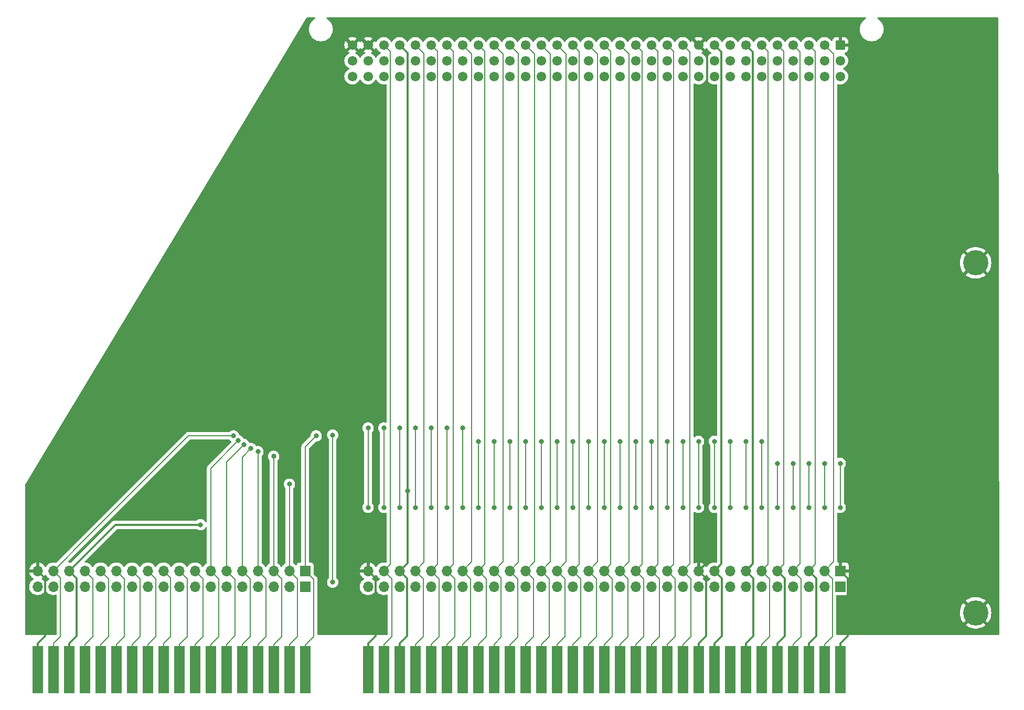
<source format=gbr>
%TF.GenerationSoftware,KiCad,Pcbnew,(6.0.11)*%
%TF.CreationDate,2023-06-06T08:43:50+02:00*%
%TF.ProjectId,DIN41612-ISA,44494e34-3136-4313-922d-4953412e6b69,rev?*%
%TF.SameCoordinates,Original*%
%TF.FileFunction,Copper,L2,Bot*%
%TF.FilePolarity,Positive*%
%FSLAX46Y46*%
G04 Gerber Fmt 4.6, Leading zero omitted, Abs format (unit mm)*
G04 Created by KiCad (PCBNEW (6.0.11)) date 2023-06-06 08:43:50*
%MOMM*%
%LPD*%
G01*
G04 APERTURE LIST*
G04 Aperture macros list*
%AMRoundRect*
0 Rectangle with rounded corners*
0 $1 Rounding radius*
0 $2 $3 $4 $5 $6 $7 $8 $9 X,Y pos of 4 corners*
0 Add a 4 corners polygon primitive as box body*
4,1,4,$2,$3,$4,$5,$6,$7,$8,$9,$2,$3,0*
0 Add four circle primitives for the rounded corners*
1,1,$1+$1,$2,$3*
1,1,$1+$1,$4,$5*
1,1,$1+$1,$6,$7*
1,1,$1+$1,$8,$9*
0 Add four rect primitives between the rounded corners*
20,1,$1+$1,$2,$3,$4,$5,0*
20,1,$1+$1,$4,$5,$6,$7,0*
20,1,$1+$1,$6,$7,$8,$9,0*
20,1,$1+$1,$8,$9,$2,$3,0*%
G04 Aperture macros list end*
%TA.AperFunction,ComponentPad*%
%ADD10R,1.700000X1.700000*%
%TD*%
%TA.AperFunction,ComponentPad*%
%ADD11O,1.700000X1.700000*%
%TD*%
%TA.AperFunction,ComponentPad*%
%ADD12C,4.064000*%
%TD*%
%TA.AperFunction,ConnectorPad*%
%ADD13R,1.780000X7.620000*%
%TD*%
%TA.AperFunction,ComponentPad*%
%ADD14RoundRect,0.249999X0.525001X0.525001X-0.525001X0.525001X-0.525001X-0.525001X0.525001X-0.525001X0*%
%TD*%
%TA.AperFunction,ComponentPad*%
%ADD15C,1.550000*%
%TD*%
%TA.AperFunction,ViaPad*%
%ADD16C,0.800000*%
%TD*%
%TA.AperFunction,Conductor*%
%ADD17C,0.350000*%
%TD*%
%TA.AperFunction,Conductor*%
%ADD18C,0.200000*%
%TD*%
%TA.AperFunction,Conductor*%
%ADD19C,0.300000*%
%TD*%
G04 APERTURE END LIST*
D10*
%TO.P,J4,1,Pin_1*%
%TO.N,/MEMCS16*%
X123317000Y-131650000D03*
D11*
%TO.P,J4,2,Pin_2*%
%TO.N,/IOCS16*%
X120777000Y-131650000D03*
%TO.P,J4,3,Pin_3*%
%TO.N,/IRQ10*%
X118237000Y-131650000D03*
%TO.P,J4,4,Pin_4*%
%TO.N,/IRQ11*%
X115697000Y-131650000D03*
%TO.P,J4,5,Pin_5*%
%TO.N,/IRQ12*%
X113157000Y-131650000D03*
%TO.P,J4,6,Pin_6*%
%TO.N,/IRQ15*%
X110617000Y-131650000D03*
%TO.P,J4,7,Pin_7*%
%TO.N,/IRQ14*%
X108077000Y-131650000D03*
%TO.P,J4,8,Pin_8*%
%TO.N,Net-(J1-Pad70)*%
X105537000Y-131650000D03*
%TO.P,J4,9,Pin_9*%
%TO.N,Net-(J1-Pad71)*%
X102997000Y-131650000D03*
%TO.P,J4,10,Pin_10*%
%TO.N,Net-(J1-Pad72)*%
X100457000Y-131650000D03*
%TO.P,J4,11,Pin_11*%
%TO.N,Net-(J1-Pad73)*%
X97917000Y-131650000D03*
%TO.P,J4,12,Pin_12*%
%TO.N,Net-(J1-Pad74)*%
X95377000Y-131650000D03*
%TO.P,J4,13,Pin_13*%
%TO.N,Net-(J1-Pad75)*%
X92837000Y-131650000D03*
%TO.P,J4,14,Pin_14*%
%TO.N,Net-(J1-Pad76)*%
X90297000Y-131650000D03*
%TO.P,J4,15,Pin_15*%
%TO.N,Net-(J1-Pad77)*%
X87757000Y-131650000D03*
%TO.P,J4,16,Pin_16*%
%TO.N,/+5V*%
X85217000Y-131650000D03*
%TO.P,J4,17,Pin_17*%
%TO.N,/MASTER*%
X82677000Y-131650000D03*
%TO.P,J4,18,Pin_18*%
%TO.N,/GND*%
X80137000Y-131650000D03*
%TD*%
D12*
%TO.P,MNT1,1*%
%TO.N,/GND*%
X231521000Y-81921000D03*
X231521000Y-81921000D03*
%TD*%
%TO.P,MNT2,1*%
%TO.N,/GND*%
X231521000Y-138436000D03*
X231521000Y-138436000D03*
%TD*%
D10*
%TO.P,J2,1,Pin_1*%
%TO.N,/GND*%
X209677000Y-131650000D03*
D11*
%TO.P,J2,2,Pin_2*%
%TO.N,/RESET*%
X207137000Y-131650000D03*
%TO.P,J2,3,Pin_3*%
%TO.N,/+5V*%
X204597000Y-131650000D03*
%TO.P,J2,4,Pin_4*%
%TO.N,/IRQ2*%
X202057000Y-131650000D03*
%TO.P,J2,5,Pin_5*%
%TO.N,/-5V*%
X199517000Y-131650000D03*
%TO.P,J2,6,Pin_6*%
%TO.N,/DRQ2*%
X196977000Y-131650000D03*
%TO.P,J2,7,Pin_7*%
%TO.N,/-12V*%
X194437000Y-131650000D03*
%TO.P,J2,8,Pin_8*%
%TO.N,unconnected-(J2-Pad8)*%
X191897000Y-131650000D03*
%TO.P,J2,9,Pin_9*%
%TO.N,/+12V*%
X189357000Y-131650000D03*
%TO.P,J2,10,Pin_10*%
%TO.N,/GND*%
X186817000Y-131650000D03*
%TO.P,J2,11,Pin_11*%
%TO.N,/MEMW*%
X184277000Y-131650000D03*
%TO.P,J2,12,Pin_12*%
%TO.N,/MEMR*%
X181737000Y-131650000D03*
%TO.P,J2,13,Pin_13*%
%TO.N,/IOW*%
X179197000Y-131650000D03*
%TO.P,J2,14,Pin_14*%
%TO.N,/IOR*%
X176657000Y-131650000D03*
%TO.P,J2,15,Pin_15*%
%TO.N,/DACK3*%
X174117000Y-131650000D03*
%TO.P,J2,16,Pin_16*%
%TO.N,/DRQ3*%
X171577000Y-131650000D03*
%TO.P,J2,17,Pin_17*%
%TO.N,/DACK1*%
X169037000Y-131650000D03*
%TO.P,J2,18,Pin_18*%
%TO.N,/DRQ1*%
X166497000Y-131650000D03*
%TO.P,J2,19,Pin_19*%
%TO.N,/REFR*%
X163957000Y-131650000D03*
%TO.P,J2,20,Pin_20*%
%TO.N,/CLK*%
X161417000Y-131650000D03*
%TO.P,J2,21,Pin_21*%
%TO.N,/IRQ7*%
X158877000Y-131650000D03*
%TO.P,J2,22,Pin_22*%
%TO.N,/IRQ6*%
X156337000Y-131650000D03*
%TO.P,J2,23,Pin_23*%
%TO.N,/IRQ5*%
X153797000Y-131650000D03*
%TO.P,J2,24,Pin_24*%
%TO.N,/IRQ4*%
X151257000Y-131650000D03*
%TO.P,J2,25,Pin_25*%
%TO.N,/IRQ3*%
X148717000Y-131650000D03*
%TO.P,J2,26,Pin_26*%
%TO.N,/DACK2*%
X146177000Y-131650000D03*
%TO.P,J2,27,Pin_27*%
%TO.N,/TC*%
X143637000Y-131650000D03*
%TO.P,J2,28,Pin_28*%
%TO.N,/ALE*%
X141097000Y-131650000D03*
%TO.P,J2,29,Pin_29*%
%TO.N,/+5V*%
X138557000Y-131650000D03*
%TO.P,J2,30,Pin_30*%
%TO.N,/OSC*%
X136017000Y-131650000D03*
%TO.P,J2,31,Pin_31*%
%TO.N,/GND*%
X133477000Y-131650000D03*
%TD*%
D13*
%TO.P,J1,1,GND*%
%TO.N,/GND*%
X209677000Y-147580000D03*
%TO.P,J1,2,RESET*%
%TO.N,/RESET*%
X207137000Y-147580000D03*
%TO.P,J1,3,+5V*%
%TO.N,/+5V*%
X204597000Y-147580000D03*
%TO.P,J1,4,IRQ2*%
%TO.N,/IRQ2*%
X202057000Y-147580000D03*
%TO.P,J1,5,-5V*%
%TO.N,/-5V*%
X199517000Y-147580000D03*
%TO.P,J1,6,DRQ2*%
%TO.N,/DRQ2*%
X196977000Y-147580000D03*
%TO.P,J1,7,-12V*%
%TO.N,/-12V*%
X194437000Y-147580000D03*
%TO.P,J1,8,UNUSED*%
%TO.N,unconnected-(J1-Pad8)*%
X191897000Y-147580000D03*
%TO.P,J1,9,+12V*%
%TO.N,/+12V*%
X189357000Y-147580000D03*
%TO.P,J1,10,GND*%
%TO.N,/GND*%
X186817000Y-147580000D03*
%TO.P,J1,11,~{SMEMW}*%
%TO.N,/MEMW*%
X184277000Y-147580000D03*
%TO.P,J1,12,~{SMEMR}*%
%TO.N,/MEMR*%
X181737000Y-147580000D03*
%TO.P,J1,13,~{IOW}*%
%TO.N,/IOW*%
X179197000Y-147580000D03*
%TO.P,J1,14,~{IOR}*%
%TO.N,/IOR*%
X176657000Y-147580000D03*
%TO.P,J1,15,~{DACK3}*%
%TO.N,/DACK3*%
X174117000Y-147580000D03*
%TO.P,J1,16,DRQ3*%
%TO.N,/DRQ3*%
X171577000Y-147580000D03*
%TO.P,J1,17,~{DACK1}*%
%TO.N,/DACK1*%
X169037000Y-147580000D03*
%TO.P,J1,18,DRQ1*%
%TO.N,/DRQ1*%
X166497000Y-147580000D03*
%TO.P,J1,19,~{REFRESH}*%
%TO.N,/REFR*%
X163957000Y-147580000D03*
%TO.P,J1,20,CLK*%
%TO.N,/CLK*%
X161417000Y-147580000D03*
%TO.P,J1,21,IRQ7*%
%TO.N,/IRQ7*%
X158877000Y-147580000D03*
%TO.P,J1,22,IRQ6*%
%TO.N,/IRQ6*%
X156337000Y-147580000D03*
%TO.P,J1,23,IRQ5*%
%TO.N,/IRQ5*%
X153797000Y-147580000D03*
%TO.P,J1,24,IRQ4*%
%TO.N,/IRQ4*%
X151257000Y-147580000D03*
%TO.P,J1,25,IRQ3*%
%TO.N,/IRQ3*%
X148717000Y-147580000D03*
%TO.P,J1,26,~{DACK2}*%
%TO.N,/DACK2*%
X146177000Y-147580000D03*
%TO.P,J1,27,TC*%
%TO.N,/TC*%
X143637000Y-147580000D03*
%TO.P,J1,28,ALE*%
%TO.N,/ALE*%
X141097000Y-147580000D03*
%TO.P,J1,29,VCC*%
%TO.N,/+5V*%
X138557000Y-147580000D03*
%TO.P,J1,30,OSC*%
%TO.N,/OSC*%
X136017000Y-147580000D03*
%TO.P,J1,31,GND*%
%TO.N,/GND*%
X133477000Y-147580000D03*
%TO.P,J1,63,~{MEMCS16}*%
%TO.N,/MEMCS16*%
X123317000Y-147580000D03*
%TO.P,J1,64,~{IOCS16}*%
%TO.N,/IOCS16*%
X120777000Y-147580000D03*
%TO.P,J1,65,IRQ10*%
%TO.N,/IRQ10*%
X118237000Y-147580000D03*
%TO.P,J1,66,IRQ11*%
%TO.N,/IRQ11*%
X115697000Y-147580000D03*
%TO.P,J1,67,IRQ12*%
%TO.N,/IRQ12*%
X113157000Y-147580000D03*
%TO.P,J1,68,IRQ15*%
%TO.N,/IRQ15*%
X110617000Y-147580000D03*
%TO.P,J1,69,IRQ14*%
%TO.N,/IRQ14*%
X108077000Y-147580000D03*
%TO.P,J1,70,~{DACK0}*%
%TO.N,Net-(J1-Pad70)*%
X105537000Y-147580000D03*
%TO.P,J1,71,DRQ0*%
%TO.N,Net-(J1-Pad71)*%
X102997000Y-147580000D03*
%TO.P,J1,72,~{DACK5}*%
%TO.N,Net-(J1-Pad72)*%
X100457000Y-147580000D03*
%TO.P,J1,73,DRQ5*%
%TO.N,Net-(J1-Pad73)*%
X97917000Y-147580000D03*
%TO.P,J1,74,~{DACK6}*%
%TO.N,Net-(J1-Pad74)*%
X95377000Y-147580000D03*
%TO.P,J1,75,DRQ6*%
%TO.N,Net-(J1-Pad75)*%
X92837000Y-147580000D03*
%TO.P,J1,76,~{DACK7}*%
%TO.N,Net-(J1-Pad76)*%
X90297000Y-147580000D03*
%TO.P,J1,77,DRQ7*%
%TO.N,Net-(J1-Pad77)*%
X87757000Y-147580000D03*
%TO.P,J1,78,+5V*%
%TO.N,/+5V*%
X85217000Y-147580000D03*
%TO.P,J1,79,MASTER*%
%TO.N,/MASTER*%
X82677000Y-147580000D03*
%TO.P,J1,80,GND*%
%TO.N,/GND*%
X80137000Y-147580000D03*
%TD*%
D10*
%TO.P,J3,1,Pin_1*%
%TO.N,/IOCHK*%
X209677000Y-134190000D03*
D11*
%TO.P,J3,2,Pin_2*%
%TO.N,/DB7*%
X207137000Y-134190000D03*
%TO.P,J3,3,Pin_3*%
%TO.N,/DB6*%
X204597000Y-134190000D03*
%TO.P,J3,4,Pin_4*%
%TO.N,/DB5*%
X202057000Y-134190000D03*
%TO.P,J3,5,Pin_5*%
%TO.N,/DB4*%
X199517000Y-134190000D03*
%TO.P,J3,6,Pin_6*%
%TO.N,/DB3*%
X196977000Y-134190000D03*
%TO.P,J3,7,Pin_7*%
%TO.N,/DB2*%
X194437000Y-134190000D03*
%TO.P,J3,8,Pin_8*%
%TO.N,/DB1*%
X191897000Y-134190000D03*
%TO.P,J3,9,Pin_9*%
%TO.N,/DB0*%
X189357000Y-134190000D03*
%TO.P,J3,10,Pin_10*%
%TO.N,/IORDY*%
X186817000Y-134190000D03*
%TO.P,J3,11,Pin_11*%
%TO.N,/AEN*%
X184277000Y-134190000D03*
%TO.P,J3,12,Pin_12*%
%TO.N,/BA19*%
X181737000Y-134190000D03*
%TO.P,J3,13,Pin_13*%
%TO.N,/BA18*%
X179197000Y-134190000D03*
%TO.P,J3,14,Pin_14*%
%TO.N,/BA17*%
X176657000Y-134190000D03*
%TO.P,J3,15,Pin_15*%
%TO.N,/BA16*%
X174117000Y-134190000D03*
%TO.P,J3,16,Pin_16*%
%TO.N,/BA15*%
X171577000Y-134190000D03*
%TO.P,J3,17,Pin_17*%
%TO.N,/BA14*%
X169037000Y-134190000D03*
%TO.P,J3,18,Pin_18*%
%TO.N,/BA13*%
X166497000Y-134190000D03*
%TO.P,J3,19,Pin_19*%
%TO.N,/BA12*%
X163957000Y-134190000D03*
%TO.P,J3,20,Pin_20*%
%TO.N,/BA11*%
X161417000Y-134190000D03*
%TO.P,J3,21,Pin_21*%
%TO.N,/BA10*%
X158877000Y-134190000D03*
%TO.P,J3,22,Pin_22*%
%TO.N,/BA9*%
X156337000Y-134190000D03*
%TO.P,J3,23,Pin_23*%
%TO.N,/BA8*%
X153797000Y-134190000D03*
%TO.P,J3,24,Pin_24*%
%TO.N,/BA7*%
X151257000Y-134190000D03*
%TO.P,J3,25,Pin_25*%
%TO.N,/BA6*%
X148717000Y-134190000D03*
%TO.P,J3,26,Pin_26*%
%TO.N,/BA5*%
X146177000Y-134190000D03*
%TO.P,J3,27,Pin_27*%
%TO.N,/BA4*%
X143637000Y-134190000D03*
%TO.P,J3,28,Pin_28*%
%TO.N,/BA3*%
X141097000Y-134190000D03*
%TO.P,J3,29,Pin_29*%
%TO.N,/BA2*%
X138557000Y-134190000D03*
%TO.P,J3,30,Pin_30*%
%TO.N,/BA1*%
X136017000Y-134190000D03*
%TO.P,J3,31,Pin_31*%
%TO.N,/BA0*%
X133477000Y-134190000D03*
%TD*%
D10*
%TO.P,J5,1,Pin_1*%
%TO.N,/BHE*%
X123317000Y-134190000D03*
D11*
%TO.P,J5,2,Pin_2*%
%TO.N,/LA23*%
X120777000Y-134190000D03*
%TO.P,J5,3,Pin_3*%
%TO.N,/LA22*%
X118237000Y-134190000D03*
%TO.P,J5,4,Pin_4*%
%TO.N,/LA21*%
X115697000Y-134190000D03*
%TO.P,J5,5,Pin_5*%
%TO.N,/LA20*%
X113157000Y-134190000D03*
%TO.P,J5,6,Pin_6*%
%TO.N,/LA19*%
X110617000Y-134190000D03*
%TO.P,J5,7,Pin_7*%
%TO.N,/LA18*%
X108077000Y-134190000D03*
%TO.P,J5,8,Pin_8*%
%TO.N,/LA17*%
X105537000Y-134190000D03*
%TO.P,J5,9,Pin_9*%
%TO.N,/MEMR2*%
X102997000Y-134190000D03*
%TO.P,J5,10,Pin_10*%
%TO.N,/MEMW2*%
X100457000Y-134190000D03*
%TO.P,J5,11,Pin_11*%
%TO.N,/DB8*%
X97917000Y-134190000D03*
%TO.P,J5,12,Pin_12*%
%TO.N,/DB9*%
X95377000Y-134190000D03*
%TO.P,J5,13,Pin_13*%
%TO.N,/DB10*%
X92837000Y-134190000D03*
%TO.P,J5,14,Pin_14*%
%TO.N,/DB11*%
X90297000Y-134190000D03*
%TO.P,J5,15,Pin_15*%
%TO.N,/DB12*%
X87757000Y-134190000D03*
%TO.P,J5,16,Pin_16*%
%TO.N,/DB13*%
X85217000Y-134190000D03*
%TO.P,J5,17,Pin_17*%
%TO.N,/DB14*%
X82677000Y-134190000D03*
%TO.P,J5,18,Pin_18*%
%TO.N,/DB15*%
X80137000Y-134190000D03*
%TD*%
D14*
%TO.P,U1,a1,GND*%
%TO.N,/GND*%
X209677000Y-46742000D03*
D15*
%TO.P,U1,a2,RESET*%
%TO.N,/RESET*%
X207137000Y-46742000D03*
%TO.P,U1,a3,+5V*%
%TO.N,/+5V*%
X204597000Y-46742000D03*
%TO.P,U1,a4,IRQ2*%
%TO.N,/IRQ2*%
X202057000Y-46742000D03*
%TO.P,U1,a5,-5V*%
%TO.N,/-5V*%
X199517000Y-46742000D03*
%TO.P,U1,a6,DRQ2*%
%TO.N,/DRQ2*%
X196977000Y-46742000D03*
%TO.P,U1,a7,-12V*%
%TO.N,/-12V*%
X194437000Y-46742000D03*
%TO.P,U1,a8,UNUSED*%
%TO.N,unconnected-(U1-Pada8)*%
X191897000Y-46742000D03*
%TO.P,U1,a9,+12V*%
%TO.N,/+12V*%
X189357000Y-46742000D03*
%TO.P,U1,a10,GND*%
%TO.N,/GND*%
X186817000Y-46742000D03*
%TO.P,U1,a11,~{MEMW}*%
%TO.N,/MEMW*%
X184277000Y-46742000D03*
%TO.P,U1,a12,~{MEMR}*%
%TO.N,/MEMR*%
X181737000Y-46742000D03*
%TO.P,U1,a13,~{IOW}*%
%TO.N,/IOW*%
X179197000Y-46742000D03*
%TO.P,U1,a14,~{IOR}*%
%TO.N,/IOR*%
X176657000Y-46742000D03*
%TO.P,U1,a15,~{DACK3}*%
%TO.N,/DACK3*%
X174117000Y-46742000D03*
%TO.P,U1,a16,DRQ3*%
%TO.N,/DRQ3*%
X171577000Y-46742000D03*
%TO.P,U1,a17,~{DACK1}*%
%TO.N,/DACK1*%
X169037000Y-46742000D03*
%TO.P,U1,a18,DRQ1*%
%TO.N,/DRQ1*%
X166497000Y-46742000D03*
%TO.P,U1,a19,~{DACK0}*%
%TO.N,/REFR*%
X163957000Y-46742000D03*
%TO.P,U1,a20,CLK*%
%TO.N,/CLK*%
X161417000Y-46742000D03*
%TO.P,U1,a21,IRQ7*%
%TO.N,/IRQ7*%
X158877000Y-46742000D03*
%TO.P,U1,a22,IRQ6*%
%TO.N,/IRQ6*%
X156337000Y-46742000D03*
%TO.P,U1,a23,IRQ5*%
%TO.N,/IRQ5*%
X153797000Y-46742000D03*
%TO.P,U1,a24,IRQ4*%
%TO.N,/IRQ4*%
X151257000Y-46742000D03*
%TO.P,U1,a25,IRQ3*%
%TO.N,/IRQ3*%
X148717000Y-46742000D03*
%TO.P,U1,a26,~{DACK2}*%
%TO.N,/DACK2*%
X146177000Y-46742000D03*
%TO.P,U1,a27,TC*%
%TO.N,/TC*%
X143637000Y-46742000D03*
%TO.P,U1,a28,ALE*%
%TO.N,/ALE*%
X141097000Y-46742000D03*
%TO.P,U1,a29,VCC*%
%TO.N,/+5V*%
X138557000Y-46742000D03*
%TO.P,U1,a30,OSC*%
%TO.N,/OSC*%
X136017000Y-46742000D03*
%TO.P,U1,a31,GND*%
%TO.N,/GND*%
X133477000Y-46742000D03*
%TO.P,U1,a32,GND*%
X130937000Y-46742000D03*
%TO.P,U1,b1,~{IOCS16}*%
%TO.N,/IOCS16*%
X209677000Y-49282000D03*
%TO.P,U1,b2,DB8*%
%TO.N,/DB8*%
X207137000Y-49282000D03*
%TO.P,U1,b3,DB9*%
%TO.N,/DB9*%
X204597000Y-49282000D03*
%TO.P,U1,b4,DB10*%
%TO.N,/DB10*%
X202057000Y-49282000D03*
%TO.P,U1,b5,DB11*%
%TO.N,/DB11*%
X199517000Y-49282000D03*
%TO.P,U1,b6,DB12*%
%TO.N,/DB12*%
X196977000Y-49282000D03*
%TO.P,U1,b7,DB13*%
%TO.N,/DB13*%
X194437000Y-49282000D03*
%TO.P,U1,b8,DB14*%
%TO.N,/DB14*%
X191897000Y-49282000D03*
%TO.P,U1,b9,DB15*%
%TO.N,/DB15*%
X189357000Y-49282000D03*
%TO.P,U1,b10,UNUSED*%
%TO.N,unconnected-(U1-Padb10)*%
X186817000Y-49282000D03*
%TO.P,U1,b11,UNUSED*%
%TO.N,unconnected-(U1-Padb11)*%
X184277000Y-49282000D03*
%TO.P,U1,b12,UNUSED*%
%TO.N,unconnected-(U1-Padb12)*%
X181737000Y-49282000D03*
%TO.P,U1,b13,UNUSED*%
%TO.N,unconnected-(U1-Padb13)*%
X179197000Y-49282000D03*
%TO.P,U1,b14,UNUSED*%
%TO.N,unconnected-(U1-Padb14)*%
X176657000Y-49282000D03*
%TO.P,U1,b15,UNUSED*%
%TO.N,unconnected-(U1-Padb15)*%
X174117000Y-49282000D03*
%TO.P,U1,b16,UNUSED*%
%TO.N,unconnected-(U1-Padb16)*%
X171577000Y-49282000D03*
%TO.P,U1,b17,UNUSED*%
%TO.N,unconnected-(U1-Padb17)*%
X169037000Y-49282000D03*
%TO.P,U1,b18,UNUSED*%
%TO.N,unconnected-(U1-Padb18)*%
X166497000Y-49282000D03*
%TO.P,U1,b19,DRQ0*%
%TO.N,unconnected-(U1-Padb19)*%
X163957000Y-49282000D03*
%TO.P,U1,b20,UNUSED*%
%TO.N,unconnected-(U1-Padb20)*%
X161417000Y-49282000D03*
%TO.P,U1,b21,IRQ10*%
%TO.N,/IRQ10*%
X158877000Y-49282000D03*
%TO.P,U1,b22,IRQ11*%
%TO.N,/IRQ11*%
X156337000Y-49282000D03*
%TO.P,U1,b23,IRQ12*%
%TO.N,/IRQ12*%
X153797000Y-49282000D03*
%TO.P,U1,b24,IRQ15*%
%TO.N,/IRQ15*%
X151257000Y-49282000D03*
%TO.P,U1,b25,IRQ14*%
%TO.N,/IRQ14*%
X148717000Y-49282000D03*
%TO.P,U1,b26,~{MASTER}*%
%TO.N,/MASTER*%
X146177000Y-49282000D03*
%TO.P,U1,b27,UNUSED*%
%TO.N,unconnected-(U1-Padb27)*%
X143637000Y-49282000D03*
%TO.P,U1,b28,UNUSED*%
%TO.N,unconnected-(U1-Padb28)*%
X141097000Y-49282000D03*
%TO.P,U1,b29,UNUSED*%
%TO.N,unconnected-(U1-Padb29)*%
X138557000Y-49282000D03*
%TO.P,U1,b30,+5V*%
%TO.N,/+5V*%
X136017000Y-49282000D03*
%TO.P,U1,b31,UNUSED*%
%TO.N,unconnected-(U1-Padb31)*%
X133477000Y-49282000D03*
%TO.P,U1,b32,~{MEMCS16}*%
%TO.N,/MEMCS16*%
X130937000Y-49282000D03*
%TO.P,U1,c1,~{IOCHCK}*%
%TO.N,/IOCHK*%
X209677000Y-51822000D03*
%TO.P,U1,c2,DB7*%
%TO.N,/DB7*%
X207137000Y-51822000D03*
%TO.P,U1,c3,DB6*%
%TO.N,/DB6*%
X204597000Y-51822000D03*
%TO.P,U1,c4,DB5*%
%TO.N,/DB5*%
X202057000Y-51822000D03*
%TO.P,U1,c5,DB4*%
%TO.N,/DB4*%
X199517000Y-51822000D03*
%TO.P,U1,c6,DB3*%
%TO.N,/DB3*%
X196977000Y-51822000D03*
%TO.P,U1,c7,DB2*%
%TO.N,/DB2*%
X194437000Y-51822000D03*
%TO.P,U1,c8,DB1*%
%TO.N,/DB1*%
X191897000Y-51822000D03*
%TO.P,U1,c9,DB0*%
%TO.N,/DB0*%
X189357000Y-51822000D03*
%TO.P,U1,c10,IOCHRDY*%
%TO.N,/IORDY*%
X186817000Y-51822000D03*
%TO.P,U1,c11,AEN*%
%TO.N,/AEN*%
X184277000Y-51822000D03*
%TO.P,U1,c12,BA19*%
%TO.N,/BA19*%
X181737000Y-51822000D03*
%TO.P,U1,c13,BA18*%
%TO.N,/BA18*%
X179197000Y-51822000D03*
%TO.P,U1,c14,BA17*%
%TO.N,/BA17*%
X176657000Y-51822000D03*
%TO.P,U1,c15,BA16*%
%TO.N,/BA16*%
X174117000Y-51822000D03*
%TO.P,U1,c16,BA15*%
%TO.N,/BA15*%
X171577000Y-51822000D03*
%TO.P,U1,c17,BA14*%
%TO.N,/BA14*%
X169037000Y-51822000D03*
%TO.P,U1,c18,BA13*%
%TO.N,/BA13*%
X166497000Y-51822000D03*
%TO.P,U1,c19,BA12*%
%TO.N,/BA12*%
X163957000Y-51822000D03*
%TO.P,U1,c20,BA11*%
%TO.N,/BA11*%
X161417000Y-51822000D03*
%TO.P,U1,c21,BA10*%
%TO.N,/BA10*%
X158877000Y-51822000D03*
%TO.P,U1,c22,BA09*%
%TO.N,/BA9*%
X156337000Y-51822000D03*
%TO.P,U1,c23,BA08*%
%TO.N,/BA8*%
X153797000Y-51822000D03*
%TO.P,U1,c24,BA07*%
%TO.N,/BA7*%
X151257000Y-51822000D03*
%TO.P,U1,c25,BA06*%
%TO.N,/BA6*%
X148717000Y-51822000D03*
%TO.P,U1,c26,BA05*%
%TO.N,/BA5*%
X146177000Y-51822000D03*
%TO.P,U1,c27,BA04*%
%TO.N,/BA4*%
X143637000Y-51822000D03*
%TO.P,U1,c28,BA03*%
%TO.N,/BA3*%
X141097000Y-51822000D03*
%TO.P,U1,c29,BA02*%
%TO.N,/BA2*%
X138557000Y-51822000D03*
%TO.P,U1,c30,BA01*%
%TO.N,/BA1*%
X136017000Y-51822000D03*
%TO.P,U1,c31,BA00*%
%TO.N,/BA0*%
X133477000Y-51822000D03*
%TO.P,U1,c32,~{BHE}*%
%TO.N,/BHE*%
X130937000Y-51822000D03*
%TD*%
D16*
%TO.N,/GND*%
X94107000Y-127381000D03*
X107315000Y-107950000D03*
X98933000Y-122555000D03*
X107315000Y-111887000D03*
%TO.N,/+5V*%
X106426000Y-124206000D03*
X139827000Y-118745000D03*
%TO.N,/IOCHK*%
X209677000Y-114300000D03*
X209677000Y-121412000D03*
%TO.N,/DB7*%
X207137000Y-121412000D03*
X207137000Y-114300000D03*
%TO.N,/DB6*%
X204597000Y-114300000D03*
X204597000Y-121412000D03*
%TO.N,/DB5*%
X202057000Y-114300000D03*
X202057000Y-121412000D03*
%TO.N,/DB4*%
X199517000Y-114300000D03*
X199517000Y-121412000D03*
%TO.N,/DB3*%
X196977000Y-110744000D03*
X196977000Y-121412000D03*
%TO.N,/DB2*%
X194437000Y-121412000D03*
X194437000Y-110744000D03*
%TO.N,/DB1*%
X191897000Y-110744000D03*
X191897000Y-121412000D03*
%TO.N,/DB0*%
X189357000Y-110744000D03*
X189357000Y-121412000D03*
%TO.N,/IORDY*%
X186817000Y-121412000D03*
X186817000Y-110744000D03*
%TO.N,/AEN*%
X184277000Y-121412000D03*
X184277000Y-110744000D03*
%TO.N,/BA19*%
X181737000Y-121412000D03*
X181737000Y-110744000D03*
%TO.N,/BA18*%
X179197000Y-110744000D03*
X179197000Y-121412000D03*
%TO.N,/BA17*%
X176657000Y-121412000D03*
X176657000Y-110744000D03*
%TO.N,/BA16*%
X174117000Y-121412000D03*
X174117000Y-110744000D03*
%TO.N,/BA15*%
X171577000Y-110744000D03*
X171577000Y-121412000D03*
%TO.N,/BA14*%
X169037000Y-121412000D03*
X169037000Y-110744000D03*
%TO.N,/BA13*%
X166497000Y-121412000D03*
X166497000Y-110744000D03*
%TO.N,/BA12*%
X163957000Y-121412000D03*
X163957000Y-110744000D03*
%TO.N,/BA11*%
X161417000Y-110744000D03*
X161417000Y-121412000D03*
%TO.N,/BA10*%
X158877000Y-110744000D03*
X158877000Y-121412000D03*
%TO.N,/BA9*%
X156337000Y-121412000D03*
X156337000Y-110744000D03*
%TO.N,/BA8*%
X153797000Y-110744000D03*
X153797000Y-121412000D03*
%TO.N,/BA7*%
X151257000Y-110744000D03*
X151257000Y-121412000D03*
%TO.N,/BA6*%
X148717000Y-108585000D03*
X148717000Y-121412000D03*
%TO.N,/BA5*%
X146177000Y-108585000D03*
X146177000Y-121412000D03*
%TO.N,/BA4*%
X143637000Y-121412000D03*
X143637000Y-108585000D03*
%TO.N,/BA3*%
X141097000Y-121412000D03*
X141097000Y-108585000D03*
%TO.N,/BA2*%
X138557000Y-121412000D03*
X138557000Y-108585000D03*
%TO.N,/BA1*%
X136017000Y-121412000D03*
X136017000Y-108585000D03*
%TO.N,/BA0*%
X133477000Y-108585000D03*
X133477000Y-121412000D03*
%TO.N,/MEMCS16*%
X125095000Y-109855000D03*
%TO.N,/IOCS16*%
X120777000Y-117666500D03*
%TO.N,/IRQ10*%
X118237000Y-113157000D03*
%TO.N,/IRQ11*%
X115697000Y-112395000D03*
%TO.N,/IRQ12*%
X114554000Y-111887000D03*
%TO.N,/IRQ15*%
X113411000Y-111252000D03*
%TO.N,/IRQ14*%
X112522000Y-110617000D03*
%TO.N,/MASTER*%
X111760000Y-109855000D03*
%TO.N,/BHE*%
X127762000Y-109728000D03*
X127762000Y-133477000D03*
%TD*%
D17*
%TO.N,/GND*%
X81362000Y-132875000D02*
X80137000Y-131650000D01*
X209677000Y-143383000D02*
X210902000Y-142158000D01*
X133477000Y-147580000D02*
X133477000Y-143383000D01*
X134702000Y-132875000D02*
X133477000Y-131650000D01*
X186817000Y-147580000D02*
X186817000Y-143383000D01*
X133477000Y-143383000D02*
X134702000Y-142158000D01*
X209677000Y-147580000D02*
X209677000Y-143383000D01*
X134702000Y-142158000D02*
X134702000Y-132875000D01*
X188468000Y-129999000D02*
X188207000Y-129738000D01*
X186817000Y-143383000D02*
X188042000Y-142158000D01*
X210902000Y-132875000D02*
X209677000Y-131650000D01*
X188042000Y-132875000D02*
X186817000Y-131650000D01*
X186817000Y-131650000D02*
X188468000Y-129999000D01*
X80137000Y-143383000D02*
X81362000Y-142158000D01*
X188042000Y-142158000D02*
X188042000Y-132875000D01*
X188207000Y-48132000D02*
X186817000Y-46742000D01*
X188207000Y-129738000D02*
X188207000Y-48132000D01*
X81362000Y-142158000D02*
X81362000Y-132875000D01*
X210902000Y-142158000D02*
X210902000Y-132875000D01*
X80137000Y-147580000D02*
X80137000Y-143383000D01*
D18*
%TO.N,/RESET*%
X208602000Y-130185000D02*
X208602000Y-48207000D01*
X207137000Y-131650000D02*
X208602000Y-130185000D01*
X208407000Y-132920000D02*
X207137000Y-131650000D01*
X208407000Y-142240000D02*
X208407000Y-132920000D01*
X207137000Y-143510000D02*
X208407000Y-142240000D01*
X208602000Y-48207000D02*
X207137000Y-46742000D01*
X207137000Y-147580000D02*
X207137000Y-143510000D01*
%TO.N,/+5V*%
X205672000Y-130575000D02*
X204597000Y-131650000D01*
D17*
X204597000Y-147580000D02*
X204597000Y-143383000D01*
X86442000Y-132875000D02*
X85217000Y-131650000D01*
D19*
X139827000Y-118745000D02*
X139827000Y-130380000D01*
D17*
X85217000Y-147580000D02*
X85217000Y-143383000D01*
X92661000Y-124206000D02*
X106426000Y-124206000D01*
X86442000Y-142158000D02*
X86442000Y-132875000D01*
D18*
X205672000Y-47817000D02*
X205672000Y-130575000D01*
D17*
X138557000Y-143383000D02*
X139782000Y-142158000D01*
X204597000Y-143383000D02*
X205822000Y-142158000D01*
X138557000Y-147580000D02*
X138557000Y-143383000D01*
X205822000Y-142158000D02*
X205822000Y-132875000D01*
D19*
X139827000Y-48012000D02*
X139827000Y-118745000D01*
D17*
X139782000Y-142158000D02*
X139782000Y-132875000D01*
X139782000Y-132875000D02*
X138557000Y-131650000D01*
X205822000Y-132875000D02*
X204597000Y-131650000D01*
X85217000Y-143383000D02*
X86442000Y-142158000D01*
D19*
X139827000Y-130380000D02*
X138557000Y-131650000D01*
D18*
X204597000Y-46742000D02*
X205672000Y-47817000D01*
D17*
X85217000Y-131650000D02*
X92661000Y-124206000D01*
D19*
X138557000Y-46742000D02*
X139827000Y-48012000D01*
D18*
%TO.N,/IRQ2*%
X202057000Y-147580000D02*
X202057000Y-143510000D01*
X202057000Y-131650000D02*
X203200000Y-130507000D01*
X203327000Y-132920000D02*
X202057000Y-131650000D01*
X202057000Y-143510000D02*
X203327000Y-142240000D01*
X203327000Y-142240000D02*
X203327000Y-132920000D01*
X203200000Y-130507000D02*
X203200000Y-47885000D01*
X203200000Y-47885000D02*
X202057000Y-46742000D01*
%TO.N,/-5V*%
X200592000Y-47817000D02*
X200592000Y-130575000D01*
D17*
X200742000Y-132875000D02*
X199517000Y-131650000D01*
X199517000Y-147580000D02*
X199517000Y-143383000D01*
D18*
X199517000Y-46742000D02*
X200592000Y-47817000D01*
X200592000Y-130575000D02*
X199517000Y-131650000D01*
D17*
X199517000Y-143383000D02*
X200742000Y-142158000D01*
X200742000Y-142158000D02*
X200742000Y-132875000D01*
D18*
%TO.N,/DRQ2*%
X198247000Y-132920000D02*
X196977000Y-131650000D01*
X196977000Y-147580000D02*
X196977000Y-143510000D01*
X198052000Y-47817000D02*
X198052000Y-130575000D01*
X196977000Y-143510000D02*
X198247000Y-142240000D01*
X196977000Y-46742000D02*
X198052000Y-47817000D01*
X198052000Y-130575000D02*
X196977000Y-131650000D01*
X198247000Y-142240000D02*
X198247000Y-132920000D01*
D17*
%TO.N,/-12V*%
X195587000Y-47892000D02*
X194437000Y-46742000D01*
X195662000Y-132875000D02*
X194437000Y-131650000D01*
X194437000Y-143383000D02*
X195662000Y-142158000D01*
X195662000Y-142158000D02*
X195662000Y-132875000D01*
X195587000Y-130500000D02*
X195587000Y-47892000D01*
X194437000Y-131650000D02*
X195587000Y-130500000D01*
X194437000Y-147580000D02*
X194437000Y-143383000D01*
%TO.N,/+12V*%
X189357000Y-147580000D02*
X189357000Y-143383000D01*
D19*
X190482000Y-47867000D02*
X190482000Y-130525000D01*
X190482000Y-130525000D02*
X189357000Y-131650000D01*
D17*
X189357000Y-143383000D02*
X190582000Y-142158000D01*
D19*
X189357000Y-46742000D02*
X190482000Y-47867000D01*
D17*
X190582000Y-142158000D02*
X190582000Y-132875000D01*
X190582000Y-132875000D02*
X189357000Y-131650000D01*
D18*
%TO.N,/MEMW*%
X185420000Y-47885000D02*
X185420000Y-130507000D01*
X185420000Y-130507000D02*
X184277000Y-131650000D01*
X184277000Y-143510000D02*
X185547000Y-142240000D01*
X185547000Y-132920000D02*
X184277000Y-131650000D01*
X184277000Y-147580000D02*
X184277000Y-143510000D01*
X185547000Y-142240000D02*
X185547000Y-132920000D01*
X184277000Y-46742000D02*
X185420000Y-47885000D01*
%TO.N,/MEMR*%
X183007000Y-142240000D02*
X183007000Y-132920000D01*
X181737000Y-143510000D02*
X183007000Y-142240000D01*
X182812000Y-47817000D02*
X182812000Y-130575000D01*
X181737000Y-46742000D02*
X182812000Y-47817000D01*
X181737000Y-147580000D02*
X181737000Y-143510000D01*
X183007000Y-132920000D02*
X181737000Y-131650000D01*
X182812000Y-130575000D02*
X181737000Y-131650000D01*
%TO.N,/IOW*%
X180272000Y-47817000D02*
X180272000Y-130575000D01*
X179197000Y-46742000D02*
X180272000Y-47817000D01*
X180467000Y-142240000D02*
X180467000Y-132920000D01*
X180272000Y-130575000D02*
X179197000Y-131650000D01*
X179197000Y-147580000D02*
X179197000Y-143510000D01*
X179197000Y-143510000D02*
X180467000Y-142240000D01*
X180467000Y-132920000D02*
X179197000Y-131650000D01*
%TO.N,/IOR*%
X177732000Y-130575000D02*
X176657000Y-131650000D01*
X177927000Y-142240000D02*
X177927000Y-132920000D01*
X176657000Y-143510000D02*
X177927000Y-142240000D01*
X176657000Y-46742000D02*
X177732000Y-47817000D01*
X177927000Y-132920000D02*
X176657000Y-131650000D01*
X177732000Y-47817000D02*
X177732000Y-130575000D01*
X176657000Y-147580000D02*
X176657000Y-143510000D01*
%TO.N,/DACK3*%
X175387000Y-142240000D02*
X175387000Y-132920000D01*
X174117000Y-147580000D02*
X174117000Y-143510000D01*
X174117000Y-46742000D02*
X175582000Y-48207000D01*
X175387000Y-132920000D02*
X174117000Y-131650000D01*
X175582000Y-48207000D02*
X175582000Y-130185000D01*
X175582000Y-130185000D02*
X174117000Y-131650000D01*
X174117000Y-143510000D02*
X175387000Y-142240000D01*
%TO.N,/DRQ3*%
X172847000Y-142240000D02*
X172847000Y-132920000D01*
X171577000Y-147580000D02*
X171577000Y-143510000D01*
X171577000Y-46742000D02*
X172652000Y-47817000D01*
X171577000Y-143510000D02*
X172847000Y-142240000D01*
X172847000Y-132920000D02*
X171577000Y-131650000D01*
X172652000Y-47817000D02*
X172652000Y-130575000D01*
X172652000Y-130575000D02*
X171577000Y-131650000D01*
%TO.N,/DACK1*%
X170502000Y-48207000D02*
X170502000Y-130185000D01*
X170502000Y-130185000D02*
X169037000Y-131650000D01*
X169037000Y-143510000D02*
X170307000Y-142240000D01*
X170307000Y-132920000D02*
X169037000Y-131650000D01*
X169037000Y-46742000D02*
X170502000Y-48207000D01*
X169037000Y-147580000D02*
X169037000Y-143510000D01*
X170307000Y-142240000D02*
X170307000Y-132920000D01*
%TO.N,/DRQ1*%
X167767000Y-142240000D02*
X167767000Y-132920000D01*
X167572000Y-130575000D02*
X166497000Y-131650000D01*
X166497000Y-46742000D02*
X167572000Y-47817000D01*
X167572000Y-47817000D02*
X167572000Y-130575000D01*
X166497000Y-147580000D02*
X166497000Y-143510000D01*
X167767000Y-132920000D02*
X166497000Y-131650000D01*
X166497000Y-143510000D02*
X167767000Y-142240000D01*
%TO.N,/REFR*%
X165422000Y-130185000D02*
X163957000Y-131650000D01*
X165422000Y-48207000D02*
X165422000Y-130185000D01*
X165227000Y-142240000D02*
X165227000Y-132920000D01*
X165227000Y-132920000D02*
X163957000Y-131650000D01*
X163957000Y-46742000D02*
X165422000Y-48207000D01*
X163957000Y-143510000D02*
X165227000Y-142240000D01*
X163957000Y-147580000D02*
X163957000Y-143510000D01*
%TO.N,/CLK*%
X162882000Y-48207000D02*
X162882000Y-130185000D01*
X162882000Y-130185000D02*
X161417000Y-131650000D01*
X162687000Y-142240000D02*
X162687000Y-132920000D01*
X161417000Y-46742000D02*
X162882000Y-48207000D01*
X161417000Y-147580000D02*
X161417000Y-143510000D01*
X161417000Y-143510000D02*
X162687000Y-142240000D01*
X162687000Y-132920000D02*
X161417000Y-131650000D01*
%TO.N,/IRQ7*%
X160342000Y-48207000D02*
X160342000Y-130185000D01*
X160147000Y-142240000D02*
X160147000Y-132920000D01*
X158877000Y-143510000D02*
X160147000Y-142240000D01*
X158877000Y-147580000D02*
X158877000Y-143510000D01*
X160342000Y-130185000D02*
X158877000Y-131650000D01*
X158877000Y-46742000D02*
X160342000Y-48207000D01*
X160147000Y-132920000D02*
X158877000Y-131650000D01*
%TO.N,/IRQ6*%
X157607000Y-142367000D02*
X157607000Y-132920000D01*
X157727000Y-130260000D02*
X156337000Y-131650000D01*
X156337000Y-147580000D02*
X156337000Y-143637000D01*
X157727000Y-48132000D02*
X157727000Y-130260000D01*
X157607000Y-132920000D02*
X156337000Y-131650000D01*
X156337000Y-46742000D02*
X157727000Y-48132000D01*
X156337000Y-143637000D02*
X157607000Y-142367000D01*
%TO.N,/IRQ5*%
X153797000Y-143510000D02*
X154947000Y-142360000D01*
X155262000Y-130185000D02*
X153797000Y-131650000D01*
X154947000Y-132800000D02*
X153797000Y-131650000D01*
X153797000Y-46742000D02*
X155262000Y-48207000D01*
X154947000Y-142360000D02*
X154947000Y-132800000D01*
X153797000Y-147580000D02*
X153797000Y-143510000D01*
X155262000Y-48207000D02*
X155262000Y-130185000D01*
%TO.N,/IRQ4*%
X152527000Y-142240000D02*
X152527000Y-132920000D01*
X151257000Y-143510000D02*
X152527000Y-142240000D01*
X151257000Y-147580000D02*
X151257000Y-143510000D01*
X152527000Y-132920000D02*
X151257000Y-131650000D01*
X152332000Y-130575000D02*
X151257000Y-131650000D01*
X151257000Y-46742000D02*
X152332000Y-47817000D01*
X152332000Y-47817000D02*
X152332000Y-130575000D01*
%TO.N,/IRQ3*%
X148717000Y-147580000D02*
X148717000Y-143510000D01*
X150182000Y-48207000D02*
X150182000Y-130185000D01*
X149987000Y-142240000D02*
X149987000Y-132920000D01*
X148717000Y-143510000D02*
X149987000Y-142240000D01*
X149987000Y-132920000D02*
X148717000Y-131650000D01*
X148717000Y-46742000D02*
X150182000Y-48207000D01*
X150182000Y-130185000D02*
X148717000Y-131650000D01*
%TO.N,/DACK2*%
X147252000Y-130575000D02*
X146177000Y-131650000D01*
X147252000Y-47817000D02*
X147252000Y-130575000D01*
X146177000Y-143510000D02*
X147447000Y-142240000D01*
X147447000Y-142240000D02*
X147447000Y-132920000D01*
X147447000Y-132920000D02*
X146177000Y-131650000D01*
X146177000Y-147580000D02*
X146177000Y-143510000D01*
X146177000Y-46742000D02*
X147252000Y-47817000D01*
%TO.N,/TC*%
X144712000Y-47817000D02*
X143637000Y-46742000D01*
X144712000Y-130575000D02*
X144712000Y-47817000D01*
X143637000Y-147580000D02*
X143637000Y-143510000D01*
X143637000Y-131650000D02*
X144712000Y-130575000D01*
X144907000Y-142240000D02*
X144907000Y-132920000D01*
X143637000Y-143510000D02*
X144907000Y-142240000D01*
X144907000Y-132920000D02*
X143637000Y-131650000D01*
%TO.N,/ALE*%
X141097000Y-46742000D02*
X142487000Y-48132000D01*
X142487000Y-48132000D02*
X142487000Y-130260000D01*
X141097000Y-143510000D02*
X142367000Y-142240000D01*
X142487000Y-130260000D02*
X141097000Y-131650000D01*
X142367000Y-142240000D02*
X142367000Y-132920000D01*
X142367000Y-132920000D02*
X141097000Y-131650000D01*
X141097000Y-147580000D02*
X141097000Y-143510000D01*
%TO.N,/OSC*%
X136017000Y-143510000D02*
X137287000Y-142240000D01*
X136017000Y-131650000D02*
X137092000Y-130575000D01*
X137287000Y-142240000D02*
X137287000Y-132920000D01*
X137092000Y-130575000D02*
X137092000Y-47817000D01*
X137287000Y-132920000D02*
X136017000Y-131650000D01*
X136017000Y-147580000D02*
X136017000Y-143510000D01*
X137092000Y-47817000D02*
X136017000Y-46742000D01*
%TO.N,/IOCHK*%
X209677000Y-121412000D02*
X209677000Y-114300000D01*
%TO.N,/DB7*%
X207137000Y-114300000D02*
X207137000Y-121412000D01*
%TO.N,/DB6*%
X204597000Y-121412000D02*
X204597000Y-114300000D01*
%TO.N,/DB5*%
X202057000Y-121412000D02*
X202057000Y-114300000D01*
%TO.N,/DB4*%
X199517000Y-121412000D02*
X199517000Y-114300000D01*
%TO.N,/DB3*%
X196977000Y-121412000D02*
X196977000Y-110744000D01*
%TO.N,/DB2*%
X194437000Y-121412000D02*
X194437000Y-110744000D01*
%TO.N,/DB1*%
X191897000Y-121412000D02*
X191897000Y-110744000D01*
%TO.N,/DB0*%
X189357000Y-121412000D02*
X189357000Y-110744000D01*
%TO.N,/IORDY*%
X186817000Y-121412000D02*
X186817000Y-110744000D01*
%TO.N,/AEN*%
X184277000Y-121412000D02*
X184277000Y-110744000D01*
%TO.N,/BA19*%
X181737000Y-121412000D02*
X181737000Y-110744000D01*
%TO.N,/BA18*%
X179197000Y-121412000D02*
X179197000Y-110744000D01*
%TO.N,/BA17*%
X176657000Y-121412000D02*
X176657000Y-110744000D01*
%TO.N,/BA16*%
X174117000Y-121412000D02*
X174117000Y-110871000D01*
X174117000Y-110871000D02*
X174117000Y-110744000D01*
%TO.N,/BA15*%
X171577000Y-121412000D02*
X171577000Y-110744000D01*
%TO.N,/BA14*%
X169037000Y-121412000D02*
X169037000Y-110744000D01*
%TO.N,/BA13*%
X166497000Y-121412000D02*
X166497000Y-110744000D01*
%TO.N,/BA12*%
X163957000Y-121412000D02*
X163957000Y-110744000D01*
%TO.N,/BA11*%
X161417000Y-121412000D02*
X161417000Y-110744000D01*
%TO.N,/BA10*%
X158877000Y-121412000D02*
X158877000Y-110744000D01*
%TO.N,/BA9*%
X156337000Y-121412000D02*
X156337000Y-110744000D01*
%TO.N,/BA8*%
X153797000Y-121412000D02*
X153797000Y-110744000D01*
%TO.N,/BA7*%
X151257000Y-121412000D02*
X151257000Y-110744000D01*
%TO.N,/BA6*%
X148717000Y-121412000D02*
X148717000Y-108585000D01*
%TO.N,/BA5*%
X146177000Y-121412000D02*
X146177000Y-108585000D01*
%TO.N,/BA4*%
X143637000Y-121412000D02*
X143637000Y-108585000D01*
%TO.N,/BA3*%
X141097000Y-121412000D02*
X141097000Y-108585000D01*
%TO.N,/BA2*%
X138557000Y-121285000D02*
X138557000Y-108585000D01*
%TO.N,/BA1*%
X136017000Y-121285000D02*
X136017000Y-108585000D01*
%TO.N,/BA0*%
X133477000Y-121412000D02*
X133477000Y-108585000D01*
%TO.N,/MEMCS16*%
X123317000Y-111633000D02*
X125095000Y-109855000D01*
X123317000Y-131650000D02*
X123317000Y-111633000D01*
X123317000Y-147580000D02*
X123317000Y-143637000D01*
X124714000Y-142240000D02*
X124714000Y-133047000D01*
X124714000Y-133047000D02*
X123317000Y-131650000D01*
X123317000Y-143637000D02*
X124714000Y-142240000D01*
%TO.N,/IOCS16*%
X122047000Y-142240000D02*
X122047000Y-132920000D01*
X120777000Y-143510000D02*
X122047000Y-142240000D01*
X120777000Y-147580000D02*
X120777000Y-143510000D01*
X122047000Y-132920000D02*
X120777000Y-131650000D01*
X120777000Y-131650000D02*
X120777000Y-117666500D01*
%TO.N,/IRQ10*%
X118237000Y-131650000D02*
X118237000Y-113157000D01*
X119507000Y-132920000D02*
X118237000Y-131650000D01*
X119507000Y-142240000D02*
X119507000Y-132920000D01*
X118237000Y-143510000D02*
X119507000Y-142240000D01*
X118237000Y-147580000D02*
X118237000Y-143510000D01*
%TO.N,/IRQ11*%
X115697000Y-143510000D02*
X116967000Y-142240000D01*
X115697000Y-147580000D02*
X115697000Y-143510000D01*
X116967000Y-132920000D02*
X115697000Y-131650000D01*
X116967000Y-142240000D02*
X116967000Y-132920000D01*
X115697000Y-131650000D02*
X115697000Y-112395000D01*
%TO.N,/IRQ12*%
X114427000Y-142240000D02*
X114427000Y-132920000D01*
X113157000Y-113284000D02*
X114554000Y-111887000D01*
X114427000Y-132920000D02*
X113157000Y-131650000D01*
X113157000Y-143510000D02*
X114427000Y-142240000D01*
X113157000Y-147580000D02*
X113157000Y-143510000D01*
X113157000Y-131650000D02*
X113157000Y-113284000D01*
%TO.N,/IRQ15*%
X112007000Y-133040000D02*
X110617000Y-131650000D01*
X110617000Y-143510000D02*
X112007000Y-142120000D01*
X110617000Y-114046000D02*
X113411000Y-111252000D01*
X110617000Y-147580000D02*
X110617000Y-143510000D01*
X110617000Y-131650000D02*
X110617000Y-114046000D01*
X112007000Y-142120000D02*
X112007000Y-133040000D01*
%TO.N,/IRQ14*%
X108077000Y-115062000D02*
X112522000Y-110617000D01*
X108077000Y-143510000D02*
X109347000Y-142240000D01*
X109347000Y-142240000D02*
X109347000Y-132920000D01*
X108077000Y-131650000D02*
X108077000Y-115062000D01*
X109347000Y-132920000D02*
X108077000Y-131650000D01*
X108077000Y-147580000D02*
X108077000Y-143510000D01*
%TO.N,Net-(J1-Pad70)*%
X106807000Y-142240000D02*
X106807000Y-132920000D01*
X105537000Y-143510000D02*
X106807000Y-142240000D01*
X106807000Y-132920000D02*
X105537000Y-131650000D01*
X105537000Y-147580000D02*
X105537000Y-143510000D01*
%TO.N,Net-(J1-Pad71)*%
X104267000Y-142240000D02*
X104267000Y-132920000D01*
X104267000Y-132920000D02*
X102997000Y-131650000D01*
X102997000Y-147580000D02*
X102997000Y-143510000D01*
X102997000Y-143510000D02*
X104267000Y-142240000D01*
%TO.N,Net-(J1-Pad72)*%
X101607000Y-132800000D02*
X100457000Y-131650000D01*
X100457000Y-147580000D02*
X100457000Y-143383000D01*
X101607000Y-142233000D02*
X101607000Y-132800000D01*
X100457000Y-143383000D02*
X101607000Y-142233000D01*
%TO.N,Net-(J1-Pad73)*%
X99187000Y-132920000D02*
X97917000Y-131650000D01*
X97917000Y-143510000D02*
X99187000Y-142240000D01*
X99187000Y-142240000D02*
X99187000Y-132920000D01*
X97917000Y-147580000D02*
X97917000Y-143510000D01*
%TO.N,Net-(J1-Pad74)*%
X96647000Y-132920000D02*
X95377000Y-131650000D01*
X95377000Y-143510000D02*
X96647000Y-142240000D01*
X96647000Y-142240000D02*
X96647000Y-132920000D01*
X95377000Y-147580000D02*
X95377000Y-143510000D01*
%TO.N,Net-(J1-Pad75)*%
X92837000Y-143510000D02*
X94107000Y-142240000D01*
X94107000Y-132920000D02*
X92837000Y-131650000D01*
X94107000Y-142240000D02*
X94107000Y-132920000D01*
X92837000Y-147580000D02*
X92837000Y-143510000D01*
%TO.N,Net-(J1-Pad76)*%
X91567000Y-132920000D02*
X90297000Y-131650000D01*
X91567000Y-142240000D02*
X91567000Y-132920000D01*
X90297000Y-143510000D02*
X91567000Y-142240000D01*
X90297000Y-147580000D02*
X90297000Y-143510000D01*
%TO.N,Net-(J1-Pad77)*%
X87757000Y-143510000D02*
X89027000Y-142240000D01*
X89027000Y-142240000D02*
X89027000Y-132920000D01*
X89027000Y-132920000D02*
X87757000Y-131650000D01*
X87757000Y-147580000D02*
X87757000Y-143510000D01*
%TO.N,/MASTER*%
X82677000Y-143383000D02*
X83827000Y-142233000D01*
X88138000Y-126189000D02*
X104472000Y-109855000D01*
X82677000Y-147580000D02*
X82677000Y-143383000D01*
X82677000Y-131650000D02*
X88138000Y-126189000D01*
X83827000Y-142233000D02*
X83827000Y-132800000D01*
X104472000Y-109855000D02*
X111760000Y-109855000D01*
X83827000Y-132800000D02*
X82677000Y-131650000D01*
%TO.N,/BHE*%
X127762000Y-133477000D02*
X127762000Y-113030000D01*
X127762000Y-113030000D02*
X127762000Y-109728000D01*
%TD*%
%TA.AperFunction,Conductor*%
%TO.N,/GND*%
G36*
X124895998Y-42311002D02*
G01*
X124942491Y-42364658D01*
X124952595Y-42434932D01*
X124923101Y-42499512D01*
X124887709Y-42527888D01*
X124818332Y-42565322D01*
X124598085Y-42727999D01*
X124402955Y-42920087D01*
X124400256Y-42923624D01*
X124400253Y-42923627D01*
X124370074Y-42963172D01*
X124236838Y-43137753D01*
X124103048Y-43376653D01*
X124004254Y-43632021D01*
X124003251Y-43636346D01*
X124003250Y-43636351D01*
X123989685Y-43694873D01*
X123942426Y-43898761D01*
X123918800Y-44171552D01*
X123933846Y-44444951D01*
X123987264Y-44713502D01*
X124077989Y-44971847D01*
X124080042Y-44975798D01*
X124080044Y-44975804D01*
X124108834Y-45031227D01*
X124204209Y-45214832D01*
X124206792Y-45218447D01*
X124206796Y-45218453D01*
X124243481Y-45269788D01*
X124363407Y-45437608D01*
X124397347Y-45473186D01*
X124541311Y-45624099D01*
X124552406Y-45635730D01*
X124555902Y-45638486D01*
X124681871Y-45737791D01*
X124767436Y-45805245D01*
X124771278Y-45807477D01*
X124771283Y-45807480D01*
X125000351Y-45940534D01*
X125000357Y-45940537D01*
X125004205Y-45942772D01*
X125072023Y-45970241D01*
X125253857Y-46043892D01*
X125253865Y-46043895D01*
X125257989Y-46045565D01*
X125333843Y-46064407D01*
X125519401Y-46110500D01*
X125519405Y-46110501D01*
X125523726Y-46111574D01*
X125757247Y-46135500D01*
X125926754Y-46135500D01*
X126130128Y-46121100D01*
X126134483Y-46120162D01*
X126134486Y-46120162D01*
X126393460Y-46064407D01*
X126393462Y-46064407D01*
X126397807Y-46063471D01*
X126654695Y-45968700D01*
X126756385Y-45913831D01*
X126891752Y-45840791D01*
X126895668Y-45838678D01*
X127032258Y-45737791D01*
X127112329Y-45678650D01*
X127112332Y-45678647D01*
X127115915Y-45676001D01*
X127119028Y-45672937D01*
X130233526Y-45672937D01*
X130240595Y-45686385D01*
X130924188Y-46369978D01*
X130938132Y-46377592D01*
X130939965Y-46377461D01*
X130946580Y-46373210D01*
X131634127Y-45685663D01*
X131640557Y-45673888D01*
X131639821Y-45672937D01*
X132773526Y-45672937D01*
X132780595Y-45686385D01*
X133464188Y-46369978D01*
X133478132Y-46377592D01*
X133479965Y-46377461D01*
X133486580Y-46373210D01*
X134174127Y-45685663D01*
X134180557Y-45673888D01*
X134171261Y-45661873D01*
X134125459Y-45629802D01*
X134115964Y-45624319D01*
X133922470Y-45534092D01*
X133912178Y-45530346D01*
X133705957Y-45475089D01*
X133695162Y-45473186D01*
X133482475Y-45454578D01*
X133471525Y-45454578D01*
X133258838Y-45473186D01*
X133248043Y-45475089D01*
X133041822Y-45530346D01*
X133031530Y-45534092D01*
X132838037Y-45624319D01*
X132828541Y-45629802D01*
X132781901Y-45662460D01*
X132773526Y-45672937D01*
X131639821Y-45672937D01*
X131631261Y-45661873D01*
X131585459Y-45629802D01*
X131575964Y-45624319D01*
X131382470Y-45534092D01*
X131372178Y-45530346D01*
X131165957Y-45475089D01*
X131155162Y-45473186D01*
X130942475Y-45454578D01*
X130931525Y-45454578D01*
X130718838Y-45473186D01*
X130708043Y-45475089D01*
X130501822Y-45530346D01*
X130491530Y-45534092D01*
X130298037Y-45624319D01*
X130288541Y-45629802D01*
X130241901Y-45662460D01*
X130233526Y-45672937D01*
X127119028Y-45672937D01*
X127311045Y-45483913D01*
X127316233Y-45477115D01*
X127474460Y-45269788D01*
X127474462Y-45269784D01*
X127477162Y-45266247D01*
X127610952Y-45027347D01*
X127709746Y-44771979D01*
X127722325Y-44717713D01*
X127770568Y-44509577D01*
X127771574Y-44505239D01*
X127795200Y-44232448D01*
X127780154Y-43959049D01*
X127726736Y-43690498D01*
X127636011Y-43432153D01*
X127609336Y-43380800D01*
X127511843Y-43193118D01*
X127511842Y-43193116D01*
X127509791Y-43189168D01*
X127507208Y-43185553D01*
X127507204Y-43185547D01*
X127353181Y-42970014D01*
X127350593Y-42966392D01*
X127161594Y-42768270D01*
X126946564Y-42598755D01*
X126889005Y-42565322D01*
X126821229Y-42525954D01*
X126772370Y-42474443D01*
X126759116Y-42404695D01*
X126785676Y-42338853D01*
X126843615Y-42297822D01*
X126884514Y-42291000D01*
X213727877Y-42291000D01*
X213795998Y-42311002D01*
X213842491Y-42364658D01*
X213852595Y-42434932D01*
X213823101Y-42499512D01*
X213787709Y-42527888D01*
X213718332Y-42565322D01*
X213498085Y-42727999D01*
X213302955Y-42920087D01*
X213300256Y-42923624D01*
X213300253Y-42923627D01*
X213270074Y-42963172D01*
X213136838Y-43137753D01*
X213003048Y-43376653D01*
X212904254Y-43632021D01*
X212903251Y-43636346D01*
X212903250Y-43636351D01*
X212889685Y-43694873D01*
X212842426Y-43898761D01*
X212818800Y-44171552D01*
X212833846Y-44444951D01*
X212887264Y-44713502D01*
X212977989Y-44971847D01*
X212980042Y-44975798D01*
X212980044Y-44975804D01*
X213008834Y-45031227D01*
X213104209Y-45214832D01*
X213106792Y-45218447D01*
X213106796Y-45218453D01*
X213143481Y-45269788D01*
X213263407Y-45437608D01*
X213297347Y-45473186D01*
X213441311Y-45624099D01*
X213452406Y-45635730D01*
X213455902Y-45638486D01*
X213581871Y-45737791D01*
X213667436Y-45805245D01*
X213671278Y-45807477D01*
X213671283Y-45807480D01*
X213900351Y-45940534D01*
X213900357Y-45940537D01*
X213904205Y-45942772D01*
X213972023Y-45970241D01*
X214153857Y-46043892D01*
X214153865Y-46043895D01*
X214157989Y-46045565D01*
X214233843Y-46064407D01*
X214419401Y-46110500D01*
X214419405Y-46110501D01*
X214423726Y-46111574D01*
X214657247Y-46135500D01*
X214826754Y-46135500D01*
X215030128Y-46121100D01*
X215034483Y-46120162D01*
X215034486Y-46120162D01*
X215293460Y-46064407D01*
X215293462Y-46064407D01*
X215297807Y-46063471D01*
X215554695Y-45968700D01*
X215656385Y-45913831D01*
X215791752Y-45840791D01*
X215795668Y-45838678D01*
X215932258Y-45737791D01*
X216012329Y-45678650D01*
X216012332Y-45678647D01*
X216015915Y-45676001D01*
X216211045Y-45483913D01*
X216216233Y-45477115D01*
X216374460Y-45269788D01*
X216374462Y-45269784D01*
X216377162Y-45266247D01*
X216510952Y-45027347D01*
X216609746Y-44771979D01*
X216622325Y-44717713D01*
X216670568Y-44509577D01*
X216671574Y-44505239D01*
X216695200Y-44232448D01*
X216680154Y-43959049D01*
X216626736Y-43690498D01*
X216536011Y-43432153D01*
X216509336Y-43380800D01*
X216411843Y-43193118D01*
X216411842Y-43193116D01*
X216409791Y-43189168D01*
X216407208Y-43185553D01*
X216407204Y-43185547D01*
X216253181Y-42970014D01*
X216250593Y-42966392D01*
X216061594Y-42768270D01*
X215846564Y-42598755D01*
X215789005Y-42565322D01*
X215721229Y-42525954D01*
X215672370Y-42474443D01*
X215659116Y-42404695D01*
X215685676Y-42338853D01*
X215743615Y-42297822D01*
X215784514Y-42291000D01*
X235078160Y-42291000D01*
X235146281Y-42311002D01*
X235192774Y-42364658D01*
X235204160Y-42416839D01*
X235330839Y-141859839D01*
X235310924Y-141927986D01*
X235257327Y-141974547D01*
X235204839Y-141986000D01*
X209141500Y-141986000D01*
X209073379Y-141965998D01*
X209026886Y-141912342D01*
X209015500Y-141860000D01*
X209015500Y-140404896D01*
X229916812Y-140404896D01*
X229925641Y-140416516D01*
X230154101Y-140582502D01*
X230160782Y-140586742D01*
X230433920Y-140736902D01*
X230441055Y-140740259D01*
X230730862Y-140855002D01*
X230738387Y-140857447D01*
X231040271Y-140934957D01*
X231048042Y-140936440D01*
X231357266Y-140975503D01*
X231365156Y-140976000D01*
X231676844Y-140976000D01*
X231684734Y-140975503D01*
X231993958Y-140936440D01*
X232001729Y-140934957D01*
X232303613Y-140857447D01*
X232311138Y-140855002D01*
X232600945Y-140740259D01*
X232608080Y-140736902D01*
X232881218Y-140586742D01*
X232887899Y-140582502D01*
X233116732Y-140416246D01*
X233125155Y-140405323D01*
X233118251Y-140392462D01*
X231533810Y-138808020D01*
X231519869Y-138800408D01*
X231518034Y-138800539D01*
X231511420Y-138804790D01*
X229923425Y-140392786D01*
X229916812Y-140404896D01*
X209015500Y-140404896D01*
X209015500Y-138439958D01*
X228976227Y-138439958D01*
X228995797Y-138751013D01*
X228996790Y-138758874D01*
X229055191Y-139065020D01*
X229057162Y-139072697D01*
X229153472Y-139369112D01*
X229156387Y-139376475D01*
X229289092Y-139658488D01*
X229292904Y-139665421D01*
X229459908Y-139928576D01*
X229464562Y-139934982D01*
X229542767Y-140029515D01*
X229555286Y-140037971D01*
X229566024Y-140031765D01*
X231148980Y-138448810D01*
X231155357Y-138437131D01*
X231885408Y-138437131D01*
X231885539Y-138438966D01*
X231889790Y-138445580D01*
X233474873Y-140030662D01*
X233488135Y-140037904D01*
X233498239Y-140030716D01*
X233577438Y-139934982D01*
X233582092Y-139928576D01*
X233749096Y-139665421D01*
X233752908Y-139658488D01*
X233885613Y-139376475D01*
X233888528Y-139369112D01*
X233984838Y-139072697D01*
X233986809Y-139065020D01*
X234045210Y-138758874D01*
X234046203Y-138751013D01*
X234065773Y-138439958D01*
X234065773Y-138432042D01*
X234046203Y-138120987D01*
X234045210Y-138113126D01*
X233986809Y-137806980D01*
X233984838Y-137799303D01*
X233888528Y-137502888D01*
X233885613Y-137495525D01*
X233752908Y-137213512D01*
X233749096Y-137206579D01*
X233582092Y-136943424D01*
X233577438Y-136937018D01*
X233499233Y-136842485D01*
X233486714Y-136834029D01*
X233475976Y-136840235D01*
X231893020Y-138423190D01*
X231885408Y-138437131D01*
X231155357Y-138437131D01*
X231156592Y-138434869D01*
X231156461Y-138433034D01*
X231152210Y-138426420D01*
X229567127Y-136841338D01*
X229553865Y-136834096D01*
X229543761Y-136841284D01*
X229464562Y-136937018D01*
X229459908Y-136943424D01*
X229292904Y-137206579D01*
X229289092Y-137213512D01*
X229156387Y-137495525D01*
X229153472Y-137502888D01*
X229057162Y-137799303D01*
X229055191Y-137806980D01*
X228996790Y-138113126D01*
X228995797Y-138120987D01*
X228976227Y-138432042D01*
X228976227Y-138439958D01*
X209015500Y-138439958D01*
X209015500Y-136466677D01*
X229916845Y-136466677D01*
X229923749Y-136479538D01*
X231508190Y-138063980D01*
X231522131Y-138071592D01*
X231523966Y-138071461D01*
X231530580Y-138067210D01*
X233118575Y-136479214D01*
X233125188Y-136467104D01*
X233116359Y-136455484D01*
X232887899Y-136289498D01*
X232881218Y-136285258D01*
X232608080Y-136135098D01*
X232600945Y-136131741D01*
X232311138Y-136016998D01*
X232303613Y-136014553D01*
X232001729Y-135937043D01*
X231993958Y-135935560D01*
X231684734Y-135896497D01*
X231676844Y-135896000D01*
X231365156Y-135896000D01*
X231357266Y-135896497D01*
X231048042Y-135935560D01*
X231040271Y-135937043D01*
X230738387Y-136014553D01*
X230730862Y-136016998D01*
X230441055Y-136131741D01*
X230433920Y-136135098D01*
X230160782Y-136285258D01*
X230154101Y-136289498D01*
X229925268Y-136455754D01*
X229916845Y-136466677D01*
X209015500Y-136466677D01*
X209015500Y-135674500D01*
X209035502Y-135606379D01*
X209089158Y-135559886D01*
X209141500Y-135548500D01*
X210575134Y-135548500D01*
X210637316Y-135541745D01*
X210773705Y-135490615D01*
X210890261Y-135403261D01*
X210977615Y-135286705D01*
X211028745Y-135150316D01*
X211035500Y-135088134D01*
X211035500Y-133291866D01*
X211028745Y-133229684D01*
X210977615Y-133093295D01*
X210904058Y-132995148D01*
X210879210Y-132928642D01*
X210894263Y-132859259D01*
X210904058Y-132844018D01*
X210971786Y-132753649D01*
X210980324Y-132738054D01*
X211025478Y-132617606D01*
X211029105Y-132602351D01*
X211034631Y-132551486D01*
X211035000Y-132544672D01*
X211035000Y-131922115D01*
X211030525Y-131906876D01*
X211029135Y-131905671D01*
X211021452Y-131904000D01*
X209549000Y-131904000D01*
X209480879Y-131883998D01*
X209434386Y-131830342D01*
X209423000Y-131778000D01*
X209423000Y-131377885D01*
X209931000Y-131377885D01*
X209935475Y-131393124D01*
X209936865Y-131394329D01*
X209944548Y-131396000D01*
X211016884Y-131396000D01*
X211032123Y-131391525D01*
X211033328Y-131390135D01*
X211034999Y-131382452D01*
X211034999Y-130755331D01*
X211034629Y-130748510D01*
X211029105Y-130697648D01*
X211025479Y-130682396D01*
X210980324Y-130561946D01*
X210971786Y-130546351D01*
X210895285Y-130444276D01*
X210882724Y-130431715D01*
X210780649Y-130355214D01*
X210765054Y-130346676D01*
X210644606Y-130301522D01*
X210629351Y-130297895D01*
X210578486Y-130292369D01*
X210571672Y-130292000D01*
X209949115Y-130292000D01*
X209933876Y-130296475D01*
X209932671Y-130297865D01*
X209931000Y-130305548D01*
X209931000Y-131377885D01*
X209423000Y-131377885D01*
X209423000Y-130310116D01*
X209418525Y-130294877D01*
X209417135Y-130293672D01*
X209409452Y-130292001D01*
X209340336Y-130292001D01*
X209272215Y-130271999D01*
X209225722Y-130218343D01*
X209215414Y-130182447D01*
X209211578Y-130153310D01*
X209210500Y-130136864D01*
X209210500Y-122392801D01*
X209230502Y-122324680D01*
X209284158Y-122278187D01*
X209354432Y-122268083D01*
X209382375Y-122276144D01*
X209382400Y-122276068D01*
X209384665Y-122276804D01*
X209387747Y-122277693D01*
X209394712Y-122280794D01*
X209477391Y-122298368D01*
X209575056Y-122319128D01*
X209575061Y-122319128D01*
X209581513Y-122320500D01*
X209772487Y-122320500D01*
X209778939Y-122319128D01*
X209778944Y-122319128D01*
X209876609Y-122298368D01*
X209959288Y-122280794D01*
X209966253Y-122277693D01*
X210127722Y-122205803D01*
X210127724Y-122205802D01*
X210133752Y-122203118D01*
X210143500Y-122196036D01*
X210214796Y-122144236D01*
X210288253Y-122090866D01*
X210293842Y-122084659D01*
X210411621Y-121953852D01*
X210411622Y-121953851D01*
X210416040Y-121948944D01*
X210511527Y-121783556D01*
X210570542Y-121601928D01*
X210590504Y-121412000D01*
X210570542Y-121222072D01*
X210511527Y-121040444D01*
X210416040Y-120875056D01*
X210411621Y-120870148D01*
X210317864Y-120766020D01*
X210287146Y-120702013D01*
X210285500Y-120681710D01*
X210285500Y-115030290D01*
X210305502Y-114962169D01*
X210317864Y-114945980D01*
X210411621Y-114841852D01*
X210411622Y-114841851D01*
X210416040Y-114836944D01*
X210511527Y-114671556D01*
X210570542Y-114489928D01*
X210590504Y-114300000D01*
X210582067Y-114219730D01*
X210571232Y-114116635D01*
X210571232Y-114116633D01*
X210570542Y-114110072D01*
X210511527Y-113928444D01*
X210416040Y-113763056D01*
X210299288Y-113633389D01*
X210292675Y-113626045D01*
X210292674Y-113626044D01*
X210288253Y-113621134D01*
X210160831Y-113528556D01*
X210139094Y-113512763D01*
X210139093Y-113512762D01*
X210133752Y-113508882D01*
X210127724Y-113506198D01*
X210127722Y-113506197D01*
X209965319Y-113433891D01*
X209965318Y-113433891D01*
X209959288Y-113431206D01*
X209865887Y-113411353D01*
X209778944Y-113392872D01*
X209778939Y-113392872D01*
X209772487Y-113391500D01*
X209581513Y-113391500D01*
X209575061Y-113392872D01*
X209575056Y-113392872D01*
X209488113Y-113411353D01*
X209394712Y-113431206D01*
X209388682Y-113433891D01*
X209388681Y-113433891D01*
X209387747Y-113434307D01*
X209387158Y-113434386D01*
X209382400Y-113435932D01*
X209382117Y-113435062D01*
X209317380Y-113443740D01*
X209253083Y-113413632D01*
X209215271Y-113353543D01*
X209210500Y-113319199D01*
X209210500Y-83889896D01*
X229916812Y-83889896D01*
X229925641Y-83901516D01*
X230154101Y-84067502D01*
X230160782Y-84071742D01*
X230433920Y-84221902D01*
X230441055Y-84225259D01*
X230730862Y-84340002D01*
X230738387Y-84342447D01*
X231040271Y-84419957D01*
X231048042Y-84421440D01*
X231357266Y-84460503D01*
X231365156Y-84461000D01*
X231676844Y-84461000D01*
X231684734Y-84460503D01*
X231993958Y-84421440D01*
X232001729Y-84419957D01*
X232303613Y-84342447D01*
X232311138Y-84340002D01*
X232600945Y-84225259D01*
X232608080Y-84221902D01*
X232881218Y-84071742D01*
X232887899Y-84067502D01*
X233116732Y-83901246D01*
X233125155Y-83890323D01*
X233118251Y-83877462D01*
X231533810Y-82293020D01*
X231519869Y-82285408D01*
X231518034Y-82285539D01*
X231511420Y-82289790D01*
X229923425Y-83877786D01*
X229916812Y-83889896D01*
X209210500Y-83889896D01*
X209210500Y-81924958D01*
X228976227Y-81924958D01*
X228995797Y-82236013D01*
X228996790Y-82243874D01*
X229055191Y-82550020D01*
X229057162Y-82557697D01*
X229153472Y-82854112D01*
X229156387Y-82861475D01*
X229289092Y-83143488D01*
X229292904Y-83150421D01*
X229459908Y-83413576D01*
X229464562Y-83419982D01*
X229542767Y-83514515D01*
X229555286Y-83522971D01*
X229566024Y-83516765D01*
X231148980Y-81933810D01*
X231155357Y-81922131D01*
X231885408Y-81922131D01*
X231885539Y-81923966D01*
X231889790Y-81930580D01*
X233474873Y-83515662D01*
X233488135Y-83522904D01*
X233498239Y-83515716D01*
X233577438Y-83419982D01*
X233582092Y-83413576D01*
X233749096Y-83150421D01*
X233752908Y-83143488D01*
X233885613Y-82861475D01*
X233888528Y-82854112D01*
X233984838Y-82557697D01*
X233986809Y-82550020D01*
X234045210Y-82243874D01*
X234046203Y-82236013D01*
X234065773Y-81924958D01*
X234065773Y-81917042D01*
X234046203Y-81605987D01*
X234045210Y-81598126D01*
X233986809Y-81291980D01*
X233984838Y-81284303D01*
X233888528Y-80987888D01*
X233885613Y-80980525D01*
X233752908Y-80698512D01*
X233749096Y-80691579D01*
X233582092Y-80428424D01*
X233577438Y-80422018D01*
X233499233Y-80327485D01*
X233486714Y-80319029D01*
X233475976Y-80325235D01*
X231893020Y-81908190D01*
X231885408Y-81922131D01*
X231155357Y-81922131D01*
X231156592Y-81919869D01*
X231156461Y-81918034D01*
X231152210Y-81911420D01*
X229567127Y-80326338D01*
X229553865Y-80319096D01*
X229543761Y-80326284D01*
X229464562Y-80422018D01*
X229459908Y-80428424D01*
X229292904Y-80691579D01*
X229289092Y-80698512D01*
X229156387Y-80980525D01*
X229153472Y-80987888D01*
X229057162Y-81284303D01*
X229055191Y-81291980D01*
X228996790Y-81598126D01*
X228995797Y-81605987D01*
X228976227Y-81917042D01*
X228976227Y-81924958D01*
X209210500Y-81924958D01*
X209210500Y-79951677D01*
X229916845Y-79951677D01*
X229923749Y-79964538D01*
X231508190Y-81548980D01*
X231522131Y-81556592D01*
X231523966Y-81556461D01*
X231530580Y-81552210D01*
X233118575Y-79964214D01*
X233125188Y-79952104D01*
X233116359Y-79940484D01*
X232887899Y-79774498D01*
X232881218Y-79770258D01*
X232608080Y-79620098D01*
X232600945Y-79616741D01*
X232311138Y-79501998D01*
X232303613Y-79499553D01*
X232001729Y-79422043D01*
X231993958Y-79420560D01*
X231684734Y-79381497D01*
X231676844Y-79381000D01*
X231365156Y-79381000D01*
X231357266Y-79381497D01*
X231048042Y-79420560D01*
X231040271Y-79422043D01*
X230738387Y-79499553D01*
X230730862Y-79501998D01*
X230441055Y-79616741D01*
X230433920Y-79620098D01*
X230160782Y-79770258D01*
X230154101Y-79774498D01*
X229925268Y-79940754D01*
X229916845Y-79951677D01*
X209210500Y-79951677D01*
X209210500Y-53189986D01*
X209230502Y-53121865D01*
X209284158Y-53075372D01*
X209354432Y-53065268D01*
X209369110Y-53068279D01*
X209441773Y-53087748D01*
X209453271Y-53090829D01*
X209677000Y-53110403D01*
X209900729Y-53090829D01*
X209906042Y-53089405D01*
X209906044Y-53089405D01*
X210112350Y-53034126D01*
X210112352Y-53034125D01*
X210117660Y-53032703D01*
X210122646Y-53030378D01*
X210316215Y-52940116D01*
X210316220Y-52940113D01*
X210321202Y-52937790D01*
X210433499Y-52859158D01*
X210500658Y-52812133D01*
X210500660Y-52812131D01*
X210505169Y-52808974D01*
X210663974Y-52650169D01*
X210792790Y-52466201D01*
X210795113Y-52461219D01*
X210795116Y-52461214D01*
X210885380Y-52267642D01*
X210885381Y-52267641D01*
X210887703Y-52262660D01*
X210945829Y-52045729D01*
X210965403Y-51822000D01*
X210945829Y-51598271D01*
X210887703Y-51381340D01*
X210832805Y-51263611D01*
X210795116Y-51182786D01*
X210795113Y-51182781D01*
X210792790Y-51177799D01*
X210663974Y-50993831D01*
X210505169Y-50835026D01*
X210458501Y-50802348D01*
X210383500Y-50749832D01*
X210321202Y-50706210D01*
X210316220Y-50703887D01*
X210316215Y-50703884D01*
X210235389Y-50666195D01*
X210182104Y-50619278D01*
X210162643Y-50551001D01*
X210183185Y-50483041D01*
X210235389Y-50437805D01*
X210316215Y-50400116D01*
X210316220Y-50400113D01*
X210321202Y-50397790D01*
X210433499Y-50319158D01*
X210500658Y-50272133D01*
X210500660Y-50272131D01*
X210505169Y-50268974D01*
X210663974Y-50110169D01*
X210792790Y-49926201D01*
X210795113Y-49921219D01*
X210795116Y-49921214D01*
X210885380Y-49727642D01*
X210885381Y-49727641D01*
X210887703Y-49722660D01*
X210945829Y-49505729D01*
X210965403Y-49282000D01*
X210945829Y-49058271D01*
X210887703Y-48841340D01*
X210832805Y-48723611D01*
X210795116Y-48642786D01*
X210795113Y-48642781D01*
X210792790Y-48637799D01*
X210663974Y-48453831D01*
X210505169Y-48295026D01*
X210390892Y-48215008D01*
X210346565Y-48159552D01*
X210339256Y-48088933D01*
X210371287Y-48025572D01*
X210423288Y-47992272D01*
X210518785Y-47960412D01*
X210531964Y-47954238D01*
X210669810Y-47868937D01*
X210681209Y-47859901D01*
X210795738Y-47745172D01*
X210804750Y-47733761D01*
X210889816Y-47595758D01*
X210895963Y-47582577D01*
X210947138Y-47428291D01*
X210950005Y-47414915D01*
X210959672Y-47320563D01*
X210960000Y-47314147D01*
X210960000Y-47014115D01*
X210955525Y-46998876D01*
X210954135Y-46997671D01*
X210946452Y-46996000D01*
X209549000Y-46996000D01*
X209480879Y-46975998D01*
X209434386Y-46922342D01*
X209423000Y-46870000D01*
X209423000Y-46469885D01*
X209931000Y-46469885D01*
X209935475Y-46485124D01*
X209936865Y-46486329D01*
X209944548Y-46488000D01*
X210941885Y-46488000D01*
X210957124Y-46483525D01*
X210958329Y-46482135D01*
X210960000Y-46474452D01*
X210960000Y-46169902D01*
X210959663Y-46163387D01*
X210949744Y-46067795D01*
X210946850Y-46054396D01*
X210895412Y-45900215D01*
X210889238Y-45887036D01*
X210803937Y-45749190D01*
X210794901Y-45737791D01*
X210680172Y-45623262D01*
X210668761Y-45614250D01*
X210530758Y-45529184D01*
X210517577Y-45523037D01*
X210363291Y-45471862D01*
X210349915Y-45468995D01*
X210255563Y-45459328D01*
X210249146Y-45459000D01*
X209949115Y-45459000D01*
X209933876Y-45463475D01*
X209932671Y-45464865D01*
X209931000Y-45472548D01*
X209931000Y-46469885D01*
X209423000Y-46469885D01*
X209423000Y-45477115D01*
X209418525Y-45461876D01*
X209417135Y-45460671D01*
X209409452Y-45459000D01*
X209104902Y-45459000D01*
X209098387Y-45459337D01*
X209002795Y-45469256D01*
X208989396Y-45472150D01*
X208835215Y-45523588D01*
X208822036Y-45529762D01*
X208684190Y-45615063D01*
X208672791Y-45624099D01*
X208558262Y-45738828D01*
X208549250Y-45750239D01*
X208464184Y-45888242D01*
X208458037Y-45901423D01*
X208426820Y-45995537D01*
X208386389Y-46053897D01*
X208320824Y-46081133D01*
X208250943Y-46068599D01*
X208204014Y-46028140D01*
X208127133Y-45918342D01*
X208127131Y-45918339D01*
X208123974Y-45913831D01*
X207965169Y-45755026D01*
X207956835Y-45749190D01*
X207866109Y-45685663D01*
X207781202Y-45626210D01*
X207776220Y-45623887D01*
X207776215Y-45623884D01*
X207582642Y-45533620D01*
X207582641Y-45533620D01*
X207577660Y-45531297D01*
X207572352Y-45529875D01*
X207572350Y-45529874D01*
X207366044Y-45474595D01*
X207366042Y-45474595D01*
X207360729Y-45473171D01*
X207137000Y-45453597D01*
X206913271Y-45473171D01*
X206907958Y-45474595D01*
X206907956Y-45474595D01*
X206701650Y-45529874D01*
X206701648Y-45529875D01*
X206696340Y-45531297D01*
X206691359Y-45533619D01*
X206691358Y-45533620D01*
X206497786Y-45623884D01*
X206497781Y-45623887D01*
X206492799Y-45626210D01*
X206488292Y-45629366D01*
X206488290Y-45629367D01*
X206313342Y-45751867D01*
X206313339Y-45751869D01*
X206308831Y-45755026D01*
X206150026Y-45913831D01*
X206146869Y-45918339D01*
X206146867Y-45918342D01*
X206024367Y-46093290D01*
X206021210Y-46097799D01*
X206018887Y-46102781D01*
X206018884Y-46102786D01*
X205981195Y-46183611D01*
X205934277Y-46236896D01*
X205866000Y-46256357D01*
X205798040Y-46235815D01*
X205752805Y-46183611D01*
X205715116Y-46102786D01*
X205715113Y-46102781D01*
X205712790Y-46097799D01*
X205709633Y-46093290D01*
X205587133Y-45918342D01*
X205587131Y-45918339D01*
X205583974Y-45913831D01*
X205425169Y-45755026D01*
X205416835Y-45749190D01*
X205326109Y-45685663D01*
X205241202Y-45626210D01*
X205236220Y-45623887D01*
X205236215Y-45623884D01*
X205042642Y-45533620D01*
X205042641Y-45533620D01*
X205037660Y-45531297D01*
X205032352Y-45529875D01*
X205032350Y-45529874D01*
X204826044Y-45474595D01*
X204826042Y-45474595D01*
X204820729Y-45473171D01*
X204597000Y-45453597D01*
X204373271Y-45473171D01*
X204367958Y-45474595D01*
X204367956Y-45474595D01*
X204161650Y-45529874D01*
X204161648Y-45529875D01*
X204156340Y-45531297D01*
X204151359Y-45533619D01*
X204151358Y-45533620D01*
X203957786Y-45623884D01*
X203957781Y-45623887D01*
X203952799Y-45626210D01*
X203948292Y-45629366D01*
X203948290Y-45629367D01*
X203773342Y-45751867D01*
X203773339Y-45751869D01*
X203768831Y-45755026D01*
X203610026Y-45913831D01*
X203606869Y-45918339D01*
X203606867Y-45918342D01*
X203484367Y-46093290D01*
X203481210Y-46097799D01*
X203478887Y-46102781D01*
X203478884Y-46102786D01*
X203441195Y-46183611D01*
X203394277Y-46236896D01*
X203326000Y-46256357D01*
X203258040Y-46235815D01*
X203212805Y-46183611D01*
X203175116Y-46102786D01*
X203175113Y-46102781D01*
X203172790Y-46097799D01*
X203169633Y-46093290D01*
X203047133Y-45918342D01*
X203047131Y-45918339D01*
X203043974Y-45913831D01*
X202885169Y-45755026D01*
X202876835Y-45749190D01*
X202786109Y-45685663D01*
X202701202Y-45626210D01*
X202696220Y-45623887D01*
X202696215Y-45623884D01*
X202502642Y-45533620D01*
X202502641Y-45533620D01*
X202497660Y-45531297D01*
X202492352Y-45529875D01*
X202492350Y-45529874D01*
X202286044Y-45474595D01*
X202286042Y-45474595D01*
X202280729Y-45473171D01*
X202057000Y-45453597D01*
X201833271Y-45473171D01*
X201827958Y-45474595D01*
X201827956Y-45474595D01*
X201621650Y-45529874D01*
X201621648Y-45529875D01*
X201616340Y-45531297D01*
X201611359Y-45533619D01*
X201611358Y-45533620D01*
X201417786Y-45623884D01*
X201417781Y-45623887D01*
X201412799Y-45626210D01*
X201408292Y-45629366D01*
X201408290Y-45629367D01*
X201233342Y-45751867D01*
X201233339Y-45751869D01*
X201228831Y-45755026D01*
X201070026Y-45913831D01*
X201066869Y-45918339D01*
X201066867Y-45918342D01*
X200944367Y-46093290D01*
X200941210Y-46097799D01*
X200938887Y-46102781D01*
X200938884Y-46102786D01*
X200901195Y-46183611D01*
X200854277Y-46236896D01*
X200786000Y-46256357D01*
X200718040Y-46235815D01*
X200672805Y-46183611D01*
X200635116Y-46102786D01*
X200635113Y-46102781D01*
X200632790Y-46097799D01*
X200629633Y-46093290D01*
X200507133Y-45918342D01*
X200507131Y-45918339D01*
X200503974Y-45913831D01*
X200345169Y-45755026D01*
X200336835Y-45749190D01*
X200246109Y-45685663D01*
X200161202Y-45626210D01*
X200156220Y-45623887D01*
X200156215Y-45623884D01*
X199962642Y-45533620D01*
X199962641Y-45533620D01*
X199957660Y-45531297D01*
X199952352Y-45529875D01*
X199952350Y-45529874D01*
X199746044Y-45474595D01*
X199746042Y-45474595D01*
X199740729Y-45473171D01*
X199517000Y-45453597D01*
X199293271Y-45473171D01*
X199287958Y-45474595D01*
X199287956Y-45474595D01*
X199081650Y-45529874D01*
X199081648Y-45529875D01*
X199076340Y-45531297D01*
X199071359Y-45533619D01*
X199071358Y-45533620D01*
X198877786Y-45623884D01*
X198877781Y-45623887D01*
X198872799Y-45626210D01*
X198868292Y-45629366D01*
X198868290Y-45629367D01*
X198693342Y-45751867D01*
X198693339Y-45751869D01*
X198688831Y-45755026D01*
X198530026Y-45913831D01*
X198526869Y-45918339D01*
X198526867Y-45918342D01*
X198404367Y-46093290D01*
X198401210Y-46097799D01*
X198398887Y-46102781D01*
X198398884Y-46102786D01*
X198361195Y-46183611D01*
X198314277Y-46236896D01*
X198246000Y-46256357D01*
X198178040Y-46235815D01*
X198132805Y-46183611D01*
X198095116Y-46102786D01*
X198095113Y-46102781D01*
X198092790Y-46097799D01*
X198089633Y-46093290D01*
X197967133Y-45918342D01*
X197967131Y-45918339D01*
X197963974Y-45913831D01*
X197805169Y-45755026D01*
X197796835Y-45749190D01*
X197706109Y-45685663D01*
X197621202Y-45626210D01*
X197616220Y-45623887D01*
X197616215Y-45623884D01*
X197422642Y-45533620D01*
X197422641Y-45533620D01*
X197417660Y-45531297D01*
X197412352Y-45529875D01*
X197412350Y-45529874D01*
X197206044Y-45474595D01*
X197206042Y-45474595D01*
X197200729Y-45473171D01*
X196977000Y-45453597D01*
X196753271Y-45473171D01*
X196747958Y-45474595D01*
X196747956Y-45474595D01*
X196541650Y-45529874D01*
X196541648Y-45529875D01*
X196536340Y-45531297D01*
X196531359Y-45533619D01*
X196531358Y-45533620D01*
X196337786Y-45623884D01*
X196337781Y-45623887D01*
X196332799Y-45626210D01*
X196328292Y-45629366D01*
X196328290Y-45629367D01*
X196153342Y-45751867D01*
X196153339Y-45751869D01*
X196148831Y-45755026D01*
X195990026Y-45913831D01*
X195986869Y-45918339D01*
X195986867Y-45918342D01*
X195864367Y-46093290D01*
X195861210Y-46097799D01*
X195858887Y-46102781D01*
X195858884Y-46102786D01*
X195821195Y-46183611D01*
X195774277Y-46236896D01*
X195706000Y-46256357D01*
X195638040Y-46235815D01*
X195592805Y-46183611D01*
X195555116Y-46102786D01*
X195555113Y-46102781D01*
X195552790Y-46097799D01*
X195549633Y-46093290D01*
X195427133Y-45918342D01*
X195427131Y-45918339D01*
X195423974Y-45913831D01*
X195265169Y-45755026D01*
X195256835Y-45749190D01*
X195166109Y-45685663D01*
X195081202Y-45626210D01*
X195076220Y-45623887D01*
X195076215Y-45623884D01*
X194882642Y-45533620D01*
X194882641Y-45533620D01*
X194877660Y-45531297D01*
X194872352Y-45529875D01*
X194872350Y-45529874D01*
X194666044Y-45474595D01*
X194666042Y-45474595D01*
X194660729Y-45473171D01*
X194437000Y-45453597D01*
X194213271Y-45473171D01*
X194207958Y-45474595D01*
X194207956Y-45474595D01*
X194001650Y-45529874D01*
X194001648Y-45529875D01*
X193996340Y-45531297D01*
X193991359Y-45533619D01*
X193991358Y-45533620D01*
X193797786Y-45623884D01*
X193797781Y-45623887D01*
X193792799Y-45626210D01*
X193788292Y-45629366D01*
X193788290Y-45629367D01*
X193613342Y-45751867D01*
X193613339Y-45751869D01*
X193608831Y-45755026D01*
X193450026Y-45913831D01*
X193446869Y-45918339D01*
X193446867Y-45918342D01*
X193324367Y-46093290D01*
X193321210Y-46097799D01*
X193318887Y-46102781D01*
X193318884Y-46102786D01*
X193281195Y-46183611D01*
X193234277Y-46236896D01*
X193166000Y-46256357D01*
X193098040Y-46235815D01*
X193052805Y-46183611D01*
X193015116Y-46102786D01*
X193015113Y-46102781D01*
X193012790Y-46097799D01*
X193009633Y-46093290D01*
X192887133Y-45918342D01*
X192887131Y-45918339D01*
X192883974Y-45913831D01*
X192725169Y-45755026D01*
X192716835Y-45749190D01*
X192626109Y-45685663D01*
X192541202Y-45626210D01*
X192536220Y-45623887D01*
X192536215Y-45623884D01*
X192342642Y-45533620D01*
X192342641Y-45533620D01*
X192337660Y-45531297D01*
X192332352Y-45529875D01*
X192332350Y-45529874D01*
X192126044Y-45474595D01*
X192126042Y-45474595D01*
X192120729Y-45473171D01*
X191897000Y-45453597D01*
X191673271Y-45473171D01*
X191667958Y-45474595D01*
X191667956Y-45474595D01*
X191461650Y-45529874D01*
X191461648Y-45529875D01*
X191456340Y-45531297D01*
X191451359Y-45533619D01*
X191451358Y-45533620D01*
X191257786Y-45623884D01*
X191257781Y-45623887D01*
X191252799Y-45626210D01*
X191248292Y-45629366D01*
X191248290Y-45629367D01*
X191073342Y-45751867D01*
X191073339Y-45751869D01*
X191068831Y-45755026D01*
X190910026Y-45913831D01*
X190906869Y-45918339D01*
X190906867Y-45918342D01*
X190784367Y-46093290D01*
X190781210Y-46097799D01*
X190778887Y-46102781D01*
X190778884Y-46102786D01*
X190741195Y-46183611D01*
X190694277Y-46236896D01*
X190626000Y-46256357D01*
X190558040Y-46235815D01*
X190512805Y-46183611D01*
X190475116Y-46102786D01*
X190475113Y-46102781D01*
X190472790Y-46097799D01*
X190469633Y-46093290D01*
X190347133Y-45918342D01*
X190347131Y-45918339D01*
X190343974Y-45913831D01*
X190185169Y-45755026D01*
X190176835Y-45749190D01*
X190086109Y-45685663D01*
X190001202Y-45626210D01*
X189996220Y-45623887D01*
X189996215Y-45623884D01*
X189802642Y-45533620D01*
X189802641Y-45533620D01*
X189797660Y-45531297D01*
X189792352Y-45529875D01*
X189792350Y-45529874D01*
X189586044Y-45474595D01*
X189586042Y-45474595D01*
X189580729Y-45473171D01*
X189357000Y-45453597D01*
X189133271Y-45473171D01*
X189127958Y-45474595D01*
X189127956Y-45474595D01*
X188921650Y-45529874D01*
X188921648Y-45529875D01*
X188916340Y-45531297D01*
X188911359Y-45533619D01*
X188911358Y-45533620D01*
X188717786Y-45623884D01*
X188717781Y-45623887D01*
X188712799Y-45626210D01*
X188708292Y-45629366D01*
X188708290Y-45629367D01*
X188533342Y-45751867D01*
X188533339Y-45751869D01*
X188528831Y-45755026D01*
X188370026Y-45913831D01*
X188366869Y-45918339D01*
X188366867Y-45918342D01*
X188244367Y-46093290D01*
X188241210Y-46097799D01*
X188238887Y-46102781D01*
X188238884Y-46102786D01*
X188200919Y-46184203D01*
X188154002Y-46237488D01*
X188085724Y-46256949D01*
X188017764Y-46236407D01*
X187972529Y-46184203D01*
X187934681Y-46103037D01*
X187929198Y-46093541D01*
X187896540Y-46046901D01*
X187886063Y-46038526D01*
X187872615Y-46045595D01*
X187189022Y-46729188D01*
X187181408Y-46743132D01*
X187181539Y-46744965D01*
X187185790Y-46751580D01*
X187873337Y-47439127D01*
X187885112Y-47445557D01*
X187897127Y-47436261D01*
X187929198Y-47390459D01*
X187934681Y-47380963D01*
X187972529Y-47299797D01*
X188019447Y-47246512D01*
X188087724Y-47227051D01*
X188155684Y-47247593D01*
X188200919Y-47299797D01*
X188238884Y-47381214D01*
X188238887Y-47381219D01*
X188241210Y-47386201D01*
X188244366Y-47390708D01*
X188244367Y-47390710D01*
X188282772Y-47445557D01*
X188370026Y-47570169D01*
X188528831Y-47728974D01*
X188533340Y-47732131D01*
X188533342Y-47732133D01*
X188591725Y-47773013D01*
X188712798Y-47857790D01*
X188717780Y-47860113D01*
X188717785Y-47860116D01*
X188798611Y-47897805D01*
X188851896Y-47944722D01*
X188871357Y-48012999D01*
X188850815Y-48080959D01*
X188798611Y-48126195D01*
X188717786Y-48163884D01*
X188717781Y-48163887D01*
X188712799Y-48166210D01*
X188708292Y-48169366D01*
X188708290Y-48169367D01*
X188533342Y-48291867D01*
X188533339Y-48291869D01*
X188528831Y-48295026D01*
X188370026Y-48453831D01*
X188241210Y-48637799D01*
X188238887Y-48642781D01*
X188238884Y-48642786D01*
X188201195Y-48723611D01*
X188154277Y-48776896D01*
X188086000Y-48796357D01*
X188018040Y-48775815D01*
X187972805Y-48723611D01*
X187935116Y-48642786D01*
X187935113Y-48642781D01*
X187932790Y-48637799D01*
X187803974Y-48453831D01*
X187645169Y-48295026D01*
X187461202Y-48166210D01*
X187456220Y-48163887D01*
X187456215Y-48163884D01*
X187374797Y-48125919D01*
X187321512Y-48079002D01*
X187302051Y-48010725D01*
X187322593Y-47942765D01*
X187374797Y-47897529D01*
X187455964Y-47859681D01*
X187465459Y-47854198D01*
X187512099Y-47821540D01*
X187520474Y-47811063D01*
X187513406Y-47797616D01*
X185760663Y-46044873D01*
X185748888Y-46038443D01*
X185736873Y-46047739D01*
X185704802Y-46093541D01*
X185699319Y-46103037D01*
X185661471Y-46184203D01*
X185614553Y-46237488D01*
X185546276Y-46256949D01*
X185478316Y-46236407D01*
X185433081Y-46184203D01*
X185395116Y-46102786D01*
X185395113Y-46102781D01*
X185392790Y-46097799D01*
X185389633Y-46093290D01*
X185267133Y-45918342D01*
X185267131Y-45918339D01*
X185263974Y-45913831D01*
X185105169Y-45755026D01*
X185096835Y-45749190D01*
X185006109Y-45685663D01*
X184987935Y-45672937D01*
X186113526Y-45672937D01*
X186120595Y-45686385D01*
X186804188Y-46369978D01*
X186818132Y-46377592D01*
X186819965Y-46377461D01*
X186826580Y-46373210D01*
X187514127Y-45685663D01*
X187520557Y-45673888D01*
X187511261Y-45661873D01*
X187465459Y-45629802D01*
X187455964Y-45624319D01*
X187262470Y-45534092D01*
X187252178Y-45530346D01*
X187045957Y-45475089D01*
X187035162Y-45473186D01*
X186822475Y-45454578D01*
X186811525Y-45454578D01*
X186598838Y-45473186D01*
X186588043Y-45475089D01*
X186381822Y-45530346D01*
X186371530Y-45534092D01*
X186178037Y-45624319D01*
X186168541Y-45629802D01*
X186121901Y-45662460D01*
X186113526Y-45672937D01*
X184987935Y-45672937D01*
X184921202Y-45626210D01*
X184916220Y-45623887D01*
X184916215Y-45623884D01*
X184722642Y-45533620D01*
X184722641Y-45533620D01*
X184717660Y-45531297D01*
X184712352Y-45529875D01*
X184712350Y-45529874D01*
X184506044Y-45474595D01*
X184506042Y-45474595D01*
X184500729Y-45473171D01*
X184277000Y-45453597D01*
X184053271Y-45473171D01*
X184047958Y-45474595D01*
X184047956Y-45474595D01*
X183841650Y-45529874D01*
X183841648Y-45529875D01*
X183836340Y-45531297D01*
X183831359Y-45533619D01*
X183831358Y-45533620D01*
X183637786Y-45623884D01*
X183637781Y-45623887D01*
X183632799Y-45626210D01*
X183628292Y-45629366D01*
X183628290Y-45629367D01*
X183453342Y-45751867D01*
X183453339Y-45751869D01*
X183448831Y-45755026D01*
X183290026Y-45913831D01*
X183286869Y-45918339D01*
X183286867Y-45918342D01*
X183164367Y-46093290D01*
X183161210Y-46097799D01*
X183158887Y-46102781D01*
X183158884Y-46102786D01*
X183121195Y-46183611D01*
X183074277Y-46236896D01*
X183006000Y-46256357D01*
X182938040Y-46235815D01*
X182892805Y-46183611D01*
X182855116Y-46102786D01*
X182855113Y-46102781D01*
X182852790Y-46097799D01*
X182849633Y-46093290D01*
X182727133Y-45918342D01*
X182727131Y-45918339D01*
X182723974Y-45913831D01*
X182565169Y-45755026D01*
X182556835Y-45749190D01*
X182466109Y-45685663D01*
X182381202Y-45626210D01*
X182376220Y-45623887D01*
X182376215Y-45623884D01*
X182182642Y-45533620D01*
X182182641Y-45533620D01*
X182177660Y-45531297D01*
X182172352Y-45529875D01*
X182172350Y-45529874D01*
X181966044Y-45474595D01*
X181966042Y-45474595D01*
X181960729Y-45473171D01*
X181737000Y-45453597D01*
X181513271Y-45473171D01*
X181507958Y-45474595D01*
X181507956Y-45474595D01*
X181301650Y-45529874D01*
X181301648Y-45529875D01*
X181296340Y-45531297D01*
X181291359Y-45533619D01*
X181291358Y-45533620D01*
X181097786Y-45623884D01*
X181097781Y-45623887D01*
X181092799Y-45626210D01*
X181088292Y-45629366D01*
X181088290Y-45629367D01*
X180913342Y-45751867D01*
X180913339Y-45751869D01*
X180908831Y-45755026D01*
X180750026Y-45913831D01*
X180746869Y-45918339D01*
X180746867Y-45918342D01*
X180624367Y-46093290D01*
X180621210Y-46097799D01*
X180618887Y-46102781D01*
X180618884Y-46102786D01*
X180581195Y-46183611D01*
X180534277Y-46236896D01*
X180466000Y-46256357D01*
X180398040Y-46235815D01*
X180352805Y-46183611D01*
X180315116Y-46102786D01*
X180315113Y-46102781D01*
X180312790Y-46097799D01*
X180309633Y-46093290D01*
X180187133Y-45918342D01*
X180187131Y-45918339D01*
X180183974Y-45913831D01*
X180025169Y-45755026D01*
X180016835Y-45749190D01*
X179926109Y-45685663D01*
X179841202Y-45626210D01*
X179836220Y-45623887D01*
X179836215Y-45623884D01*
X179642642Y-45533620D01*
X179642641Y-45533620D01*
X179637660Y-45531297D01*
X179632352Y-45529875D01*
X179632350Y-45529874D01*
X179426044Y-45474595D01*
X179426042Y-45474595D01*
X179420729Y-45473171D01*
X179197000Y-45453597D01*
X178973271Y-45473171D01*
X178967958Y-45474595D01*
X178967956Y-45474595D01*
X178761650Y-45529874D01*
X178761648Y-45529875D01*
X178756340Y-45531297D01*
X178751359Y-45533619D01*
X178751358Y-45533620D01*
X178557786Y-45623884D01*
X178557781Y-45623887D01*
X178552799Y-45626210D01*
X178548292Y-45629366D01*
X178548290Y-45629367D01*
X178373342Y-45751867D01*
X178373339Y-45751869D01*
X178368831Y-45755026D01*
X178210026Y-45913831D01*
X178206869Y-45918339D01*
X178206867Y-45918342D01*
X178084367Y-46093290D01*
X178081210Y-46097799D01*
X178078887Y-46102781D01*
X178078884Y-46102786D01*
X178041195Y-46183611D01*
X177994277Y-46236896D01*
X177926000Y-46256357D01*
X177858040Y-46235815D01*
X177812805Y-46183611D01*
X177775116Y-46102786D01*
X177775113Y-46102781D01*
X177772790Y-46097799D01*
X177769633Y-46093290D01*
X177647133Y-45918342D01*
X177647131Y-45918339D01*
X177643974Y-45913831D01*
X177485169Y-45755026D01*
X177476835Y-45749190D01*
X177386109Y-45685663D01*
X177301202Y-45626210D01*
X177296220Y-45623887D01*
X177296215Y-45623884D01*
X177102642Y-45533620D01*
X177102641Y-45533620D01*
X177097660Y-45531297D01*
X177092352Y-45529875D01*
X177092350Y-45529874D01*
X176886044Y-45474595D01*
X176886042Y-45474595D01*
X176880729Y-45473171D01*
X176657000Y-45453597D01*
X176433271Y-45473171D01*
X176427958Y-45474595D01*
X176427956Y-45474595D01*
X176221650Y-45529874D01*
X176221648Y-45529875D01*
X176216340Y-45531297D01*
X176211359Y-45533619D01*
X176211358Y-45533620D01*
X176017786Y-45623884D01*
X176017781Y-45623887D01*
X176012799Y-45626210D01*
X176008292Y-45629366D01*
X176008290Y-45629367D01*
X175833342Y-45751867D01*
X175833339Y-45751869D01*
X175828831Y-45755026D01*
X175670026Y-45913831D01*
X175666869Y-45918339D01*
X175666867Y-45918342D01*
X175544367Y-46093290D01*
X175541210Y-46097799D01*
X175538887Y-46102781D01*
X175538884Y-46102786D01*
X175501195Y-46183611D01*
X175454277Y-46236896D01*
X175386000Y-46256357D01*
X175318040Y-46235815D01*
X175272805Y-46183611D01*
X175235116Y-46102786D01*
X175235113Y-46102781D01*
X175232790Y-46097799D01*
X175229633Y-46093290D01*
X175107133Y-45918342D01*
X175107131Y-45918339D01*
X175103974Y-45913831D01*
X174945169Y-45755026D01*
X174936835Y-45749190D01*
X174846109Y-45685663D01*
X174761202Y-45626210D01*
X174756220Y-45623887D01*
X174756215Y-45623884D01*
X174562642Y-45533620D01*
X174562641Y-45533620D01*
X174557660Y-45531297D01*
X174552352Y-45529875D01*
X174552350Y-45529874D01*
X174346044Y-45474595D01*
X174346042Y-45474595D01*
X174340729Y-45473171D01*
X174117000Y-45453597D01*
X173893271Y-45473171D01*
X173887958Y-45474595D01*
X173887956Y-45474595D01*
X173681650Y-45529874D01*
X173681648Y-45529875D01*
X173676340Y-45531297D01*
X173671359Y-45533619D01*
X173671358Y-45533620D01*
X173477786Y-45623884D01*
X173477781Y-45623887D01*
X173472799Y-45626210D01*
X173468292Y-45629366D01*
X173468290Y-45629367D01*
X173293342Y-45751867D01*
X173293339Y-45751869D01*
X173288831Y-45755026D01*
X173130026Y-45913831D01*
X173126869Y-45918339D01*
X173126867Y-45918342D01*
X173004367Y-46093290D01*
X173001210Y-46097799D01*
X172998887Y-46102781D01*
X172998884Y-46102786D01*
X172961195Y-46183611D01*
X172914277Y-46236896D01*
X172846000Y-46256357D01*
X172778040Y-46235815D01*
X172732805Y-46183611D01*
X172695116Y-46102786D01*
X172695113Y-46102781D01*
X172692790Y-46097799D01*
X172689633Y-46093290D01*
X172567133Y-45918342D01*
X172567131Y-45918339D01*
X172563974Y-45913831D01*
X172405169Y-45755026D01*
X172396835Y-45749190D01*
X172306109Y-45685663D01*
X172221202Y-45626210D01*
X172216220Y-45623887D01*
X172216215Y-45623884D01*
X172022642Y-45533620D01*
X172022641Y-45533620D01*
X172017660Y-45531297D01*
X172012352Y-45529875D01*
X172012350Y-45529874D01*
X171806044Y-45474595D01*
X171806042Y-45474595D01*
X171800729Y-45473171D01*
X171577000Y-45453597D01*
X171353271Y-45473171D01*
X171347958Y-45474595D01*
X171347956Y-45474595D01*
X171141650Y-45529874D01*
X171141648Y-45529875D01*
X171136340Y-45531297D01*
X171131359Y-45533619D01*
X171131358Y-45533620D01*
X170937786Y-45623884D01*
X170937781Y-45623887D01*
X170932799Y-45626210D01*
X170928292Y-45629366D01*
X170928290Y-45629367D01*
X170753342Y-45751867D01*
X170753339Y-45751869D01*
X170748831Y-45755026D01*
X170590026Y-45913831D01*
X170586869Y-45918339D01*
X170586867Y-45918342D01*
X170464367Y-46093290D01*
X170461210Y-46097799D01*
X170458887Y-46102781D01*
X170458884Y-46102786D01*
X170421195Y-46183611D01*
X170374277Y-46236896D01*
X170306000Y-46256357D01*
X170238040Y-46235815D01*
X170192805Y-46183611D01*
X170155116Y-46102786D01*
X170155113Y-46102781D01*
X170152790Y-46097799D01*
X170149633Y-46093290D01*
X170027133Y-45918342D01*
X170027131Y-45918339D01*
X170023974Y-45913831D01*
X169865169Y-45755026D01*
X169856835Y-45749190D01*
X169766109Y-45685663D01*
X169681202Y-45626210D01*
X169676220Y-45623887D01*
X169676215Y-45623884D01*
X169482642Y-45533620D01*
X169482641Y-45533620D01*
X169477660Y-45531297D01*
X169472352Y-45529875D01*
X169472350Y-45529874D01*
X169266044Y-45474595D01*
X169266042Y-45474595D01*
X169260729Y-45473171D01*
X169037000Y-45453597D01*
X168813271Y-45473171D01*
X168807958Y-45474595D01*
X168807956Y-45474595D01*
X168601650Y-45529874D01*
X168601648Y-45529875D01*
X168596340Y-45531297D01*
X168591359Y-45533619D01*
X168591358Y-45533620D01*
X168397786Y-45623884D01*
X168397781Y-45623887D01*
X168392799Y-45626210D01*
X168388292Y-45629366D01*
X168388290Y-45629367D01*
X168213342Y-45751867D01*
X168213339Y-45751869D01*
X168208831Y-45755026D01*
X168050026Y-45913831D01*
X168046869Y-45918339D01*
X168046867Y-45918342D01*
X167924367Y-46093290D01*
X167921210Y-46097799D01*
X167918887Y-46102781D01*
X167918884Y-46102786D01*
X167881195Y-46183611D01*
X167834277Y-46236896D01*
X167766000Y-46256357D01*
X167698040Y-46235815D01*
X167652805Y-46183611D01*
X167615116Y-46102786D01*
X167615113Y-46102781D01*
X167612790Y-46097799D01*
X167609633Y-46093290D01*
X167487133Y-45918342D01*
X167487131Y-45918339D01*
X167483974Y-45913831D01*
X167325169Y-45755026D01*
X167316835Y-45749190D01*
X167226109Y-45685663D01*
X167141202Y-45626210D01*
X167136220Y-45623887D01*
X167136215Y-45623884D01*
X166942642Y-45533620D01*
X166942641Y-45533620D01*
X166937660Y-45531297D01*
X166932352Y-45529875D01*
X166932350Y-45529874D01*
X166726044Y-45474595D01*
X166726042Y-45474595D01*
X166720729Y-45473171D01*
X166497000Y-45453597D01*
X166273271Y-45473171D01*
X166267958Y-45474595D01*
X166267956Y-45474595D01*
X166061650Y-45529874D01*
X166061648Y-45529875D01*
X166056340Y-45531297D01*
X166051359Y-45533619D01*
X166051358Y-45533620D01*
X165857786Y-45623884D01*
X165857781Y-45623887D01*
X165852799Y-45626210D01*
X165848292Y-45629366D01*
X165848290Y-45629367D01*
X165673342Y-45751867D01*
X165673339Y-45751869D01*
X165668831Y-45755026D01*
X165510026Y-45913831D01*
X165506869Y-45918339D01*
X165506867Y-45918342D01*
X165384367Y-46093290D01*
X165381210Y-46097799D01*
X165378887Y-46102781D01*
X165378884Y-46102786D01*
X165341195Y-46183611D01*
X165294277Y-46236896D01*
X165226000Y-46256357D01*
X165158040Y-46235815D01*
X165112805Y-46183611D01*
X165075116Y-46102786D01*
X165075113Y-46102781D01*
X165072790Y-46097799D01*
X165069633Y-46093290D01*
X164947133Y-45918342D01*
X164947131Y-45918339D01*
X164943974Y-45913831D01*
X164785169Y-45755026D01*
X164776835Y-45749190D01*
X164686109Y-45685663D01*
X164601202Y-45626210D01*
X164596220Y-45623887D01*
X164596215Y-45623884D01*
X164402642Y-45533620D01*
X164402641Y-45533620D01*
X164397660Y-45531297D01*
X164392352Y-45529875D01*
X164392350Y-45529874D01*
X164186044Y-45474595D01*
X164186042Y-45474595D01*
X164180729Y-45473171D01*
X163957000Y-45453597D01*
X163733271Y-45473171D01*
X163727958Y-45474595D01*
X163727956Y-45474595D01*
X163521650Y-45529874D01*
X163521648Y-45529875D01*
X163516340Y-45531297D01*
X163511359Y-45533619D01*
X163511358Y-45533620D01*
X163317786Y-45623884D01*
X163317781Y-45623887D01*
X163312799Y-45626210D01*
X163308292Y-45629366D01*
X163308290Y-45629367D01*
X163133342Y-45751867D01*
X163133339Y-45751869D01*
X163128831Y-45755026D01*
X162970026Y-45913831D01*
X162966869Y-45918339D01*
X162966867Y-45918342D01*
X162844367Y-46093290D01*
X162841210Y-46097799D01*
X162838887Y-46102781D01*
X162838884Y-46102786D01*
X162801195Y-46183611D01*
X162754277Y-46236896D01*
X162686000Y-46256357D01*
X162618040Y-46235815D01*
X162572805Y-46183611D01*
X162535116Y-46102786D01*
X162535113Y-46102781D01*
X162532790Y-46097799D01*
X162529633Y-46093290D01*
X162407133Y-45918342D01*
X162407131Y-45918339D01*
X162403974Y-45913831D01*
X162245169Y-45755026D01*
X162236835Y-45749190D01*
X162146109Y-45685663D01*
X162061202Y-45626210D01*
X162056220Y-45623887D01*
X162056215Y-45623884D01*
X161862642Y-45533620D01*
X161862641Y-45533620D01*
X161857660Y-45531297D01*
X161852352Y-45529875D01*
X161852350Y-45529874D01*
X161646044Y-45474595D01*
X161646042Y-45474595D01*
X161640729Y-45473171D01*
X161417000Y-45453597D01*
X161193271Y-45473171D01*
X161187958Y-45474595D01*
X161187956Y-45474595D01*
X160981650Y-45529874D01*
X160981648Y-45529875D01*
X160976340Y-45531297D01*
X160971359Y-45533619D01*
X160971358Y-45533620D01*
X160777786Y-45623884D01*
X160777781Y-45623887D01*
X160772799Y-45626210D01*
X160768292Y-45629366D01*
X160768290Y-45629367D01*
X160593342Y-45751867D01*
X160593339Y-45751869D01*
X160588831Y-45755026D01*
X160430026Y-45913831D01*
X160426869Y-45918339D01*
X160426867Y-45918342D01*
X160304367Y-46093290D01*
X160301210Y-46097799D01*
X160298887Y-46102781D01*
X160298884Y-46102786D01*
X160261195Y-46183611D01*
X160214277Y-46236896D01*
X160146000Y-46256357D01*
X160078040Y-46235815D01*
X160032805Y-46183611D01*
X159995116Y-46102786D01*
X159995113Y-46102781D01*
X159992790Y-46097799D01*
X159989633Y-46093290D01*
X159867133Y-45918342D01*
X159867131Y-45918339D01*
X159863974Y-45913831D01*
X159705169Y-45755026D01*
X159696835Y-45749190D01*
X159606109Y-45685663D01*
X159521202Y-45626210D01*
X159516220Y-45623887D01*
X159516215Y-45623884D01*
X159322642Y-45533620D01*
X159322641Y-45533620D01*
X159317660Y-45531297D01*
X159312352Y-45529875D01*
X159312350Y-45529874D01*
X159106044Y-45474595D01*
X159106042Y-45474595D01*
X159100729Y-45473171D01*
X158877000Y-45453597D01*
X158653271Y-45473171D01*
X158647958Y-45474595D01*
X158647956Y-45474595D01*
X158441650Y-45529874D01*
X158441648Y-45529875D01*
X158436340Y-45531297D01*
X158431359Y-45533619D01*
X158431358Y-45533620D01*
X158237786Y-45623884D01*
X158237781Y-45623887D01*
X158232799Y-45626210D01*
X158228292Y-45629366D01*
X158228290Y-45629367D01*
X158053342Y-45751867D01*
X158053339Y-45751869D01*
X158048831Y-45755026D01*
X157890026Y-45913831D01*
X157886869Y-45918339D01*
X157886867Y-45918342D01*
X157764367Y-46093290D01*
X157761210Y-46097799D01*
X157758887Y-46102781D01*
X157758884Y-46102786D01*
X157721195Y-46183611D01*
X157674277Y-46236896D01*
X157606000Y-46256357D01*
X157538040Y-46235815D01*
X157492805Y-46183611D01*
X157455116Y-46102786D01*
X157455113Y-46102781D01*
X157452790Y-46097799D01*
X157449633Y-46093290D01*
X157327133Y-45918342D01*
X157327131Y-45918339D01*
X157323974Y-45913831D01*
X157165169Y-45755026D01*
X157156835Y-45749190D01*
X157066109Y-45685663D01*
X156981202Y-45626210D01*
X156976220Y-45623887D01*
X156976215Y-45623884D01*
X156782642Y-45533620D01*
X156782641Y-45533620D01*
X156777660Y-45531297D01*
X156772352Y-45529875D01*
X156772350Y-45529874D01*
X156566044Y-45474595D01*
X156566042Y-45474595D01*
X156560729Y-45473171D01*
X156337000Y-45453597D01*
X156113271Y-45473171D01*
X156107958Y-45474595D01*
X156107956Y-45474595D01*
X155901650Y-45529874D01*
X155901648Y-45529875D01*
X155896340Y-45531297D01*
X155891359Y-45533619D01*
X155891358Y-45533620D01*
X155697786Y-45623884D01*
X155697781Y-45623887D01*
X155692799Y-45626210D01*
X155688292Y-45629366D01*
X155688290Y-45629367D01*
X155513342Y-45751867D01*
X155513339Y-45751869D01*
X155508831Y-45755026D01*
X155350026Y-45913831D01*
X155346869Y-45918339D01*
X155346867Y-45918342D01*
X155224367Y-46093290D01*
X155221210Y-46097799D01*
X155218887Y-46102781D01*
X155218884Y-46102786D01*
X155181195Y-46183611D01*
X155134277Y-46236896D01*
X155066000Y-46256357D01*
X154998040Y-46235815D01*
X154952805Y-46183611D01*
X154915116Y-46102786D01*
X154915113Y-46102781D01*
X154912790Y-46097799D01*
X154909633Y-46093290D01*
X154787133Y-45918342D01*
X154787131Y-45918339D01*
X154783974Y-45913831D01*
X154625169Y-45755026D01*
X154616835Y-45749190D01*
X154526109Y-45685663D01*
X154441202Y-45626210D01*
X154436220Y-45623887D01*
X154436215Y-45623884D01*
X154242642Y-45533620D01*
X154242641Y-45533620D01*
X154237660Y-45531297D01*
X154232352Y-45529875D01*
X154232350Y-45529874D01*
X154026044Y-45474595D01*
X154026042Y-45474595D01*
X154020729Y-45473171D01*
X153797000Y-45453597D01*
X153573271Y-45473171D01*
X153567958Y-45474595D01*
X153567956Y-45474595D01*
X153361650Y-45529874D01*
X153361648Y-45529875D01*
X153356340Y-45531297D01*
X153351359Y-45533619D01*
X153351358Y-45533620D01*
X153157786Y-45623884D01*
X153157781Y-45623887D01*
X153152799Y-45626210D01*
X153148292Y-45629366D01*
X153148290Y-45629367D01*
X152973342Y-45751867D01*
X152973339Y-45751869D01*
X152968831Y-45755026D01*
X152810026Y-45913831D01*
X152806869Y-45918339D01*
X152806867Y-45918342D01*
X152684367Y-46093290D01*
X152681210Y-46097799D01*
X152678887Y-46102781D01*
X152678884Y-46102786D01*
X152641195Y-46183611D01*
X152594277Y-46236896D01*
X152526000Y-46256357D01*
X152458040Y-46235815D01*
X152412805Y-46183611D01*
X152375116Y-46102786D01*
X152375113Y-46102781D01*
X152372790Y-46097799D01*
X152369633Y-46093290D01*
X152247133Y-45918342D01*
X152247131Y-45918339D01*
X152243974Y-45913831D01*
X152085169Y-45755026D01*
X152076835Y-45749190D01*
X151986109Y-45685663D01*
X151901202Y-45626210D01*
X151896220Y-45623887D01*
X151896215Y-45623884D01*
X151702642Y-45533620D01*
X151702641Y-45533620D01*
X151697660Y-45531297D01*
X151692352Y-45529875D01*
X151692350Y-45529874D01*
X151486044Y-45474595D01*
X151486042Y-45474595D01*
X151480729Y-45473171D01*
X151257000Y-45453597D01*
X151033271Y-45473171D01*
X151027958Y-45474595D01*
X151027956Y-45474595D01*
X150821650Y-45529874D01*
X150821648Y-45529875D01*
X150816340Y-45531297D01*
X150811359Y-45533619D01*
X150811358Y-45533620D01*
X150617786Y-45623884D01*
X150617781Y-45623887D01*
X150612799Y-45626210D01*
X150608292Y-45629366D01*
X150608290Y-45629367D01*
X150433342Y-45751867D01*
X150433339Y-45751869D01*
X150428831Y-45755026D01*
X150270026Y-45913831D01*
X150266869Y-45918339D01*
X150266867Y-45918342D01*
X150144367Y-46093290D01*
X150141210Y-46097799D01*
X150138887Y-46102781D01*
X150138884Y-46102786D01*
X150101195Y-46183611D01*
X150054277Y-46236896D01*
X149986000Y-46256357D01*
X149918040Y-46235815D01*
X149872805Y-46183611D01*
X149835116Y-46102786D01*
X149835113Y-46102781D01*
X149832790Y-46097799D01*
X149829633Y-46093290D01*
X149707133Y-45918342D01*
X149707131Y-45918339D01*
X149703974Y-45913831D01*
X149545169Y-45755026D01*
X149536835Y-45749190D01*
X149446109Y-45685663D01*
X149361202Y-45626210D01*
X149356220Y-45623887D01*
X149356215Y-45623884D01*
X149162642Y-45533620D01*
X149162641Y-45533620D01*
X149157660Y-45531297D01*
X149152352Y-45529875D01*
X149152350Y-45529874D01*
X148946044Y-45474595D01*
X148946042Y-45474595D01*
X148940729Y-45473171D01*
X148717000Y-45453597D01*
X148493271Y-45473171D01*
X148487958Y-45474595D01*
X148487956Y-45474595D01*
X148281650Y-45529874D01*
X148281648Y-45529875D01*
X148276340Y-45531297D01*
X148271359Y-45533619D01*
X148271358Y-45533620D01*
X148077786Y-45623884D01*
X148077781Y-45623887D01*
X148072799Y-45626210D01*
X148068292Y-45629366D01*
X148068290Y-45629367D01*
X147893342Y-45751867D01*
X147893339Y-45751869D01*
X147888831Y-45755026D01*
X147730026Y-45913831D01*
X147726869Y-45918339D01*
X147726867Y-45918342D01*
X147604367Y-46093290D01*
X147601210Y-46097799D01*
X147598887Y-46102781D01*
X147598884Y-46102786D01*
X147561195Y-46183611D01*
X147514277Y-46236896D01*
X147446000Y-46256357D01*
X147378040Y-46235815D01*
X147332805Y-46183611D01*
X147295116Y-46102786D01*
X147295113Y-46102781D01*
X147292790Y-46097799D01*
X147289633Y-46093290D01*
X147167133Y-45918342D01*
X147167131Y-45918339D01*
X147163974Y-45913831D01*
X147005169Y-45755026D01*
X146996835Y-45749190D01*
X146906109Y-45685663D01*
X146821202Y-45626210D01*
X146816220Y-45623887D01*
X146816215Y-45623884D01*
X146622642Y-45533620D01*
X146622641Y-45533620D01*
X146617660Y-45531297D01*
X146612352Y-45529875D01*
X146612350Y-45529874D01*
X146406044Y-45474595D01*
X146406042Y-45474595D01*
X146400729Y-45473171D01*
X146177000Y-45453597D01*
X145953271Y-45473171D01*
X145947958Y-45474595D01*
X145947956Y-45474595D01*
X145741650Y-45529874D01*
X145741648Y-45529875D01*
X145736340Y-45531297D01*
X145731359Y-45533619D01*
X145731358Y-45533620D01*
X145537786Y-45623884D01*
X145537781Y-45623887D01*
X145532799Y-45626210D01*
X145528292Y-45629366D01*
X145528290Y-45629367D01*
X145353342Y-45751867D01*
X145353339Y-45751869D01*
X145348831Y-45755026D01*
X145190026Y-45913831D01*
X145186869Y-45918339D01*
X145186867Y-45918342D01*
X145064367Y-46093290D01*
X145061210Y-46097799D01*
X145058887Y-46102781D01*
X145058884Y-46102786D01*
X145021195Y-46183611D01*
X144974277Y-46236896D01*
X144906000Y-46256357D01*
X144838040Y-46235815D01*
X144792805Y-46183611D01*
X144755116Y-46102786D01*
X144755113Y-46102781D01*
X144752790Y-46097799D01*
X144749633Y-46093290D01*
X144627133Y-45918342D01*
X144627131Y-45918339D01*
X144623974Y-45913831D01*
X144465169Y-45755026D01*
X144456835Y-45749190D01*
X144366109Y-45685663D01*
X144281202Y-45626210D01*
X144276220Y-45623887D01*
X144276215Y-45623884D01*
X144082642Y-45533620D01*
X144082641Y-45533620D01*
X144077660Y-45531297D01*
X144072352Y-45529875D01*
X144072350Y-45529874D01*
X143866044Y-45474595D01*
X143866042Y-45474595D01*
X143860729Y-45473171D01*
X143637000Y-45453597D01*
X143413271Y-45473171D01*
X143407958Y-45474595D01*
X143407956Y-45474595D01*
X143201650Y-45529874D01*
X143201648Y-45529875D01*
X143196340Y-45531297D01*
X143191359Y-45533619D01*
X143191358Y-45533620D01*
X142997786Y-45623884D01*
X142997781Y-45623887D01*
X142992799Y-45626210D01*
X142988292Y-45629366D01*
X142988290Y-45629367D01*
X142813342Y-45751867D01*
X142813339Y-45751869D01*
X142808831Y-45755026D01*
X142650026Y-45913831D01*
X142646869Y-45918339D01*
X142646867Y-45918342D01*
X142524367Y-46093290D01*
X142521210Y-46097799D01*
X142518887Y-46102781D01*
X142518884Y-46102786D01*
X142481195Y-46183611D01*
X142434277Y-46236896D01*
X142366000Y-46256357D01*
X142298040Y-46235815D01*
X142252805Y-46183611D01*
X142215116Y-46102786D01*
X142215113Y-46102781D01*
X142212790Y-46097799D01*
X142209633Y-46093290D01*
X142087133Y-45918342D01*
X142087131Y-45918339D01*
X142083974Y-45913831D01*
X141925169Y-45755026D01*
X141916835Y-45749190D01*
X141826109Y-45685663D01*
X141741202Y-45626210D01*
X141736220Y-45623887D01*
X141736215Y-45623884D01*
X141542642Y-45533620D01*
X141542641Y-45533620D01*
X141537660Y-45531297D01*
X141532352Y-45529875D01*
X141532350Y-45529874D01*
X141326044Y-45474595D01*
X141326042Y-45474595D01*
X141320729Y-45473171D01*
X141097000Y-45453597D01*
X140873271Y-45473171D01*
X140867958Y-45474595D01*
X140867956Y-45474595D01*
X140661650Y-45529874D01*
X140661648Y-45529875D01*
X140656340Y-45531297D01*
X140651359Y-45533619D01*
X140651358Y-45533620D01*
X140457786Y-45623884D01*
X140457781Y-45623887D01*
X140452799Y-45626210D01*
X140448292Y-45629366D01*
X140448290Y-45629367D01*
X140273342Y-45751867D01*
X140273339Y-45751869D01*
X140268831Y-45755026D01*
X140110026Y-45913831D01*
X140106869Y-45918339D01*
X140106867Y-45918342D01*
X139984367Y-46093290D01*
X139981210Y-46097799D01*
X139978887Y-46102781D01*
X139978884Y-46102786D01*
X139941195Y-46183611D01*
X139894277Y-46236896D01*
X139826000Y-46256357D01*
X139758040Y-46235815D01*
X139712805Y-46183611D01*
X139675116Y-46102786D01*
X139675113Y-46102781D01*
X139672790Y-46097799D01*
X139669633Y-46093290D01*
X139547133Y-45918342D01*
X139547131Y-45918339D01*
X139543974Y-45913831D01*
X139385169Y-45755026D01*
X139376835Y-45749190D01*
X139286109Y-45685663D01*
X139201202Y-45626210D01*
X139196220Y-45623887D01*
X139196215Y-45623884D01*
X139002642Y-45533620D01*
X139002641Y-45533620D01*
X138997660Y-45531297D01*
X138992352Y-45529875D01*
X138992350Y-45529874D01*
X138786044Y-45474595D01*
X138786042Y-45474595D01*
X138780729Y-45473171D01*
X138557000Y-45453597D01*
X138333271Y-45473171D01*
X138327958Y-45474595D01*
X138327956Y-45474595D01*
X138121650Y-45529874D01*
X138121648Y-45529875D01*
X138116340Y-45531297D01*
X138111359Y-45533619D01*
X138111358Y-45533620D01*
X137917786Y-45623884D01*
X137917781Y-45623887D01*
X137912799Y-45626210D01*
X137908292Y-45629366D01*
X137908290Y-45629367D01*
X137733342Y-45751867D01*
X137733339Y-45751869D01*
X137728831Y-45755026D01*
X137570026Y-45913831D01*
X137566869Y-45918339D01*
X137566867Y-45918342D01*
X137444367Y-46093290D01*
X137441210Y-46097799D01*
X137438887Y-46102781D01*
X137438884Y-46102786D01*
X137401195Y-46183611D01*
X137354277Y-46236896D01*
X137286000Y-46256357D01*
X137218040Y-46235815D01*
X137172805Y-46183611D01*
X137135116Y-46102786D01*
X137135113Y-46102781D01*
X137132790Y-46097799D01*
X137129633Y-46093290D01*
X137007133Y-45918342D01*
X137007131Y-45918339D01*
X137003974Y-45913831D01*
X136845169Y-45755026D01*
X136836835Y-45749190D01*
X136746109Y-45685663D01*
X136661202Y-45626210D01*
X136656220Y-45623887D01*
X136656215Y-45623884D01*
X136462642Y-45533620D01*
X136462641Y-45533620D01*
X136457660Y-45531297D01*
X136452352Y-45529875D01*
X136452350Y-45529874D01*
X136246044Y-45474595D01*
X136246042Y-45474595D01*
X136240729Y-45473171D01*
X136017000Y-45453597D01*
X135793271Y-45473171D01*
X135787958Y-45474595D01*
X135787956Y-45474595D01*
X135581650Y-45529874D01*
X135581648Y-45529875D01*
X135576340Y-45531297D01*
X135571359Y-45533619D01*
X135571358Y-45533620D01*
X135377786Y-45623884D01*
X135377781Y-45623887D01*
X135372799Y-45626210D01*
X135368292Y-45629366D01*
X135368290Y-45629367D01*
X135193342Y-45751867D01*
X135193339Y-45751869D01*
X135188831Y-45755026D01*
X135030026Y-45913831D01*
X135026869Y-45918339D01*
X135026867Y-45918342D01*
X134904367Y-46093290D01*
X134901210Y-46097799D01*
X134898887Y-46102781D01*
X134898884Y-46102786D01*
X134860919Y-46184203D01*
X134814002Y-46237488D01*
X134745724Y-46256949D01*
X134677764Y-46236407D01*
X134632529Y-46184203D01*
X134594681Y-46103037D01*
X134589198Y-46093541D01*
X134556540Y-46046901D01*
X134546063Y-46038526D01*
X134532615Y-46045595D01*
X133849022Y-46729188D01*
X133841408Y-46743132D01*
X133841539Y-46744965D01*
X133845790Y-46751580D01*
X134533337Y-47439127D01*
X134545112Y-47445557D01*
X134557127Y-47436261D01*
X134589198Y-47390459D01*
X134594681Y-47380963D01*
X134632529Y-47299797D01*
X134679447Y-47246512D01*
X134747724Y-47227051D01*
X134815684Y-47247593D01*
X134860919Y-47299797D01*
X134898884Y-47381214D01*
X134898887Y-47381219D01*
X134901210Y-47386201D01*
X134904366Y-47390708D01*
X134904367Y-47390710D01*
X134942772Y-47445557D01*
X135030026Y-47570169D01*
X135188831Y-47728974D01*
X135193340Y-47732131D01*
X135193342Y-47732133D01*
X135251725Y-47773013D01*
X135372798Y-47857790D01*
X135377780Y-47860113D01*
X135377785Y-47860116D01*
X135458611Y-47897805D01*
X135511896Y-47944722D01*
X135531357Y-48012999D01*
X135510815Y-48080959D01*
X135458611Y-48126195D01*
X135377786Y-48163884D01*
X135377781Y-48163887D01*
X135372799Y-48166210D01*
X135368292Y-48169366D01*
X135368290Y-48169367D01*
X135193342Y-48291867D01*
X135193339Y-48291869D01*
X135188831Y-48295026D01*
X135030026Y-48453831D01*
X134901210Y-48637799D01*
X134898887Y-48642781D01*
X134898884Y-48642786D01*
X134861195Y-48723611D01*
X134814277Y-48776896D01*
X134746000Y-48796357D01*
X134678040Y-48775815D01*
X134632805Y-48723611D01*
X134595116Y-48642786D01*
X134595113Y-48642781D01*
X134592790Y-48637799D01*
X134463974Y-48453831D01*
X134305169Y-48295026D01*
X134121202Y-48166210D01*
X134116220Y-48163887D01*
X134116215Y-48163884D01*
X134034797Y-48125919D01*
X133981512Y-48079002D01*
X133962051Y-48010725D01*
X133982593Y-47942765D01*
X134034797Y-47897529D01*
X134115964Y-47859681D01*
X134125459Y-47854198D01*
X134172099Y-47821540D01*
X134180474Y-47811063D01*
X134173406Y-47797616D01*
X133489812Y-47114022D01*
X133475868Y-47106408D01*
X133474035Y-47106539D01*
X133467420Y-47110790D01*
X132779873Y-47798337D01*
X132773443Y-47810112D01*
X132782739Y-47822127D01*
X132828541Y-47854198D01*
X132838036Y-47859681D01*
X132919203Y-47897529D01*
X132972488Y-47944446D01*
X132991949Y-48012723D01*
X132971407Y-48080683D01*
X132919203Y-48125919D01*
X132837786Y-48163884D01*
X132837781Y-48163887D01*
X132832799Y-48166210D01*
X132828292Y-48169366D01*
X132828290Y-48169367D01*
X132653342Y-48291867D01*
X132653339Y-48291869D01*
X132648831Y-48295026D01*
X132490026Y-48453831D01*
X132361210Y-48637799D01*
X132358887Y-48642781D01*
X132358884Y-48642786D01*
X132321195Y-48723611D01*
X132274277Y-48776896D01*
X132206000Y-48796357D01*
X132138040Y-48775815D01*
X132092805Y-48723611D01*
X132055116Y-48642786D01*
X132055113Y-48642781D01*
X132052790Y-48637799D01*
X131923974Y-48453831D01*
X131765169Y-48295026D01*
X131581202Y-48166210D01*
X131576220Y-48163887D01*
X131576215Y-48163884D01*
X131494797Y-48125919D01*
X131441512Y-48079002D01*
X131422051Y-48010725D01*
X131442593Y-47942765D01*
X131494797Y-47897529D01*
X131575964Y-47859681D01*
X131585459Y-47854198D01*
X131632099Y-47821540D01*
X131640474Y-47811063D01*
X131633406Y-47797616D01*
X130949812Y-47114022D01*
X130935868Y-47106408D01*
X130934035Y-47106539D01*
X130927420Y-47110790D01*
X130239873Y-47798337D01*
X130233443Y-47810112D01*
X130242739Y-47822127D01*
X130288541Y-47854198D01*
X130298036Y-47859681D01*
X130379203Y-47897529D01*
X130432488Y-47944446D01*
X130451949Y-48012723D01*
X130431407Y-48080683D01*
X130379203Y-48125919D01*
X130297786Y-48163884D01*
X130297781Y-48163887D01*
X130292799Y-48166210D01*
X130288292Y-48169366D01*
X130288290Y-48169367D01*
X130113342Y-48291867D01*
X130113339Y-48291869D01*
X130108831Y-48295026D01*
X129950026Y-48453831D01*
X129821210Y-48637799D01*
X129818887Y-48642781D01*
X129818884Y-48642786D01*
X129781195Y-48723611D01*
X129726297Y-48841340D01*
X129668171Y-49058271D01*
X129648597Y-49282000D01*
X129668171Y-49505729D01*
X129726297Y-49722660D01*
X129728619Y-49727641D01*
X129728620Y-49727642D01*
X129818884Y-49921214D01*
X129818887Y-49921219D01*
X129821210Y-49926201D01*
X129950026Y-50110169D01*
X130108831Y-50268974D01*
X130113340Y-50272131D01*
X130113342Y-50272133D01*
X130180501Y-50319158D01*
X130292798Y-50397790D01*
X130297780Y-50400113D01*
X130297785Y-50400116D01*
X130378611Y-50437805D01*
X130431896Y-50484722D01*
X130451357Y-50552999D01*
X130430815Y-50620959D01*
X130378611Y-50666195D01*
X130297786Y-50703884D01*
X130297781Y-50703887D01*
X130292799Y-50706210D01*
X130288292Y-50709366D01*
X130288290Y-50709367D01*
X130113342Y-50831867D01*
X130113339Y-50831869D01*
X130108831Y-50835026D01*
X129950026Y-50993831D01*
X129821210Y-51177799D01*
X129818887Y-51182781D01*
X129818884Y-51182786D01*
X129781195Y-51263611D01*
X129726297Y-51381340D01*
X129668171Y-51598271D01*
X129648597Y-51822000D01*
X129668171Y-52045729D01*
X129726297Y-52262660D01*
X129728619Y-52267641D01*
X129728620Y-52267642D01*
X129818884Y-52461214D01*
X129818887Y-52461219D01*
X129821210Y-52466201D01*
X129950026Y-52650169D01*
X130108831Y-52808974D01*
X130113340Y-52812131D01*
X130113342Y-52812133D01*
X130180501Y-52859158D01*
X130292798Y-52937790D01*
X130297780Y-52940113D01*
X130297785Y-52940116D01*
X130491354Y-53030378D01*
X130496340Y-53032703D01*
X130501648Y-53034125D01*
X130501650Y-53034126D01*
X130707956Y-53089405D01*
X130707958Y-53089405D01*
X130713271Y-53090829D01*
X130937000Y-53110403D01*
X131160729Y-53090829D01*
X131166042Y-53089405D01*
X131166044Y-53089405D01*
X131372350Y-53034126D01*
X131372352Y-53034125D01*
X131377660Y-53032703D01*
X131382646Y-53030378D01*
X131576215Y-52940116D01*
X131576220Y-52940113D01*
X131581202Y-52937790D01*
X131693499Y-52859158D01*
X131760658Y-52812133D01*
X131760660Y-52812131D01*
X131765169Y-52808974D01*
X131923974Y-52650169D01*
X132052790Y-52466201D01*
X132055113Y-52461219D01*
X132055116Y-52461214D01*
X132092805Y-52380389D01*
X132139723Y-52327104D01*
X132208000Y-52307643D01*
X132275960Y-52328185D01*
X132321195Y-52380389D01*
X132358884Y-52461214D01*
X132358887Y-52461219D01*
X132361210Y-52466201D01*
X132490026Y-52650169D01*
X132648831Y-52808974D01*
X132653340Y-52812131D01*
X132653342Y-52812133D01*
X132720501Y-52859158D01*
X132832798Y-52937790D01*
X132837780Y-52940113D01*
X132837785Y-52940116D01*
X133031354Y-53030378D01*
X133036340Y-53032703D01*
X133041648Y-53034125D01*
X133041650Y-53034126D01*
X133247956Y-53089405D01*
X133247958Y-53089405D01*
X133253271Y-53090829D01*
X133477000Y-53110403D01*
X133700729Y-53090829D01*
X133706042Y-53089405D01*
X133706044Y-53089405D01*
X133912350Y-53034126D01*
X133912352Y-53034125D01*
X133917660Y-53032703D01*
X133922646Y-53030378D01*
X134116215Y-52940116D01*
X134116220Y-52940113D01*
X134121202Y-52937790D01*
X134233499Y-52859158D01*
X134300658Y-52812133D01*
X134300660Y-52812131D01*
X134305169Y-52808974D01*
X134463974Y-52650169D01*
X134592790Y-52466201D01*
X134595113Y-52461219D01*
X134595116Y-52461214D01*
X134632805Y-52380389D01*
X134679723Y-52327104D01*
X134748000Y-52307643D01*
X134815960Y-52328185D01*
X134861195Y-52380389D01*
X134898884Y-52461214D01*
X134898887Y-52461219D01*
X134901210Y-52466201D01*
X135030026Y-52650169D01*
X135188831Y-52808974D01*
X135193340Y-52812131D01*
X135193342Y-52812133D01*
X135260501Y-52859158D01*
X135372798Y-52937790D01*
X135377780Y-52940113D01*
X135377785Y-52940116D01*
X135571354Y-53030378D01*
X135576340Y-53032703D01*
X135581648Y-53034125D01*
X135581650Y-53034126D01*
X135787956Y-53089405D01*
X135787958Y-53089405D01*
X135793271Y-53090829D01*
X136017000Y-53110403D01*
X136240729Y-53090829D01*
X136252227Y-53087748D01*
X136324890Y-53068279D01*
X136395866Y-53069969D01*
X136454662Y-53109764D01*
X136482609Y-53175028D01*
X136483500Y-53189986D01*
X136483500Y-107604199D01*
X136463498Y-107672320D01*
X136409842Y-107718813D01*
X136339568Y-107728917D01*
X136311625Y-107720856D01*
X136311600Y-107720932D01*
X136309335Y-107720196D01*
X136306253Y-107719307D01*
X136305319Y-107718891D01*
X136305318Y-107718891D01*
X136299288Y-107716206D01*
X136205888Y-107696353D01*
X136118944Y-107677872D01*
X136118939Y-107677872D01*
X136112487Y-107676500D01*
X135921513Y-107676500D01*
X135915061Y-107677872D01*
X135915056Y-107677872D01*
X135828112Y-107696353D01*
X135734712Y-107716206D01*
X135728682Y-107718891D01*
X135728681Y-107718891D01*
X135566278Y-107791197D01*
X135566276Y-107791198D01*
X135560248Y-107793882D01*
X135554907Y-107797762D01*
X135554906Y-107797763D01*
X135504843Y-107834136D01*
X135405747Y-107906134D01*
X135401326Y-107911044D01*
X135401325Y-107911045D01*
X135394713Y-107918389D01*
X135277960Y-108048056D01*
X135182473Y-108213444D01*
X135123458Y-108395072D01*
X135103496Y-108585000D01*
X135123458Y-108774928D01*
X135182473Y-108956556D01*
X135277960Y-109121944D01*
X135282378Y-109126851D01*
X135282379Y-109126852D01*
X135376136Y-109230980D01*
X135406854Y-109294987D01*
X135408500Y-109315290D01*
X135408500Y-120681710D01*
X135388498Y-120749831D01*
X135376136Y-120766020D01*
X135282379Y-120870148D01*
X135277960Y-120875056D01*
X135182473Y-121040444D01*
X135123458Y-121222072D01*
X135103496Y-121412000D01*
X135123458Y-121601928D01*
X135182473Y-121783556D01*
X135277960Y-121948944D01*
X135282378Y-121953851D01*
X135282379Y-121953852D01*
X135400158Y-122084659D01*
X135405747Y-122090866D01*
X135479204Y-122144236D01*
X135550501Y-122196036D01*
X135560248Y-122203118D01*
X135566276Y-122205802D01*
X135566278Y-122205803D01*
X135727747Y-122277693D01*
X135734712Y-122280794D01*
X135817391Y-122298368D01*
X135915056Y-122319128D01*
X135915061Y-122319128D01*
X135921513Y-122320500D01*
X136112487Y-122320500D01*
X136118939Y-122319128D01*
X136118944Y-122319128D01*
X136216609Y-122298368D01*
X136299288Y-122280794D01*
X136306253Y-122277693D01*
X136306842Y-122277614D01*
X136311600Y-122276068D01*
X136311883Y-122276938D01*
X136376620Y-122268260D01*
X136440917Y-122298368D01*
X136478729Y-122358457D01*
X136483500Y-122392801D01*
X136483500Y-130202712D01*
X136463498Y-130270833D01*
X136409842Y-130317326D01*
X136335404Y-130326759D01*
X136150373Y-130293800D01*
X136150367Y-130293799D01*
X136145284Y-130292894D01*
X136071452Y-130291992D01*
X135927081Y-130290228D01*
X135927079Y-130290228D01*
X135921911Y-130290165D01*
X135701091Y-130323955D01*
X135488756Y-130393357D01*
X135290607Y-130496507D01*
X135286474Y-130499610D01*
X135286471Y-130499612D01*
X135120353Y-130624337D01*
X135111965Y-130630635D01*
X135086541Y-130657240D01*
X135018280Y-130728671D01*
X134957629Y-130792138D01*
X134954720Y-130796403D01*
X134954714Y-130796411D01*
X134942800Y-130813876D01*
X134850204Y-130949618D01*
X134849898Y-130950066D01*
X134794987Y-130995069D01*
X134724462Y-131003240D01*
X134660715Y-130971986D01*
X134640018Y-130947502D01*
X134559426Y-130822926D01*
X134553136Y-130814757D01*
X134409806Y-130657240D01*
X134402273Y-130650215D01*
X134235139Y-130518222D01*
X134226552Y-130512517D01*
X134040117Y-130409599D01*
X134030705Y-130405369D01*
X133829959Y-130334280D01*
X133819988Y-130331646D01*
X133748837Y-130318972D01*
X133735540Y-130320432D01*
X133731000Y-130334989D01*
X133731000Y-131778000D01*
X133710998Y-131846121D01*
X133657342Y-131892614D01*
X133605000Y-131904000D01*
X132160225Y-131904000D01*
X132146694Y-131907973D01*
X132145257Y-131917966D01*
X132175565Y-132052446D01*
X132178645Y-132062275D01*
X132258770Y-132259603D01*
X132263413Y-132268794D01*
X132374694Y-132450388D01*
X132380777Y-132458699D01*
X132520213Y-132619667D01*
X132527580Y-132626883D01*
X132691434Y-132762916D01*
X132699881Y-132768831D01*
X132768969Y-132809203D01*
X132817693Y-132860842D01*
X132830764Y-132930625D01*
X132804033Y-132996396D01*
X132763584Y-133029752D01*
X132750607Y-133036507D01*
X132746474Y-133039610D01*
X132746471Y-133039612D01*
X132576100Y-133167530D01*
X132571965Y-133170635D01*
X132568393Y-133174373D01*
X132466695Y-133280794D01*
X132417629Y-133332138D01*
X132291743Y-133516680D01*
X132197688Y-133719305D01*
X132137989Y-133934570D01*
X132114251Y-134156695D01*
X132127110Y-134379715D01*
X132128247Y-134384761D01*
X132128248Y-134384767D01*
X132152304Y-134491508D01*
X132176222Y-134597639D01*
X132260266Y-134804616D01*
X132311942Y-134888944D01*
X132374291Y-134990688D01*
X132376987Y-134995088D01*
X132523250Y-135163938D01*
X132695126Y-135306632D01*
X132888000Y-135419338D01*
X133096692Y-135499030D01*
X133101760Y-135500061D01*
X133101763Y-135500062D01*
X133189819Y-135517977D01*
X133315597Y-135543567D01*
X133320772Y-135543757D01*
X133320774Y-135543757D01*
X133533673Y-135551564D01*
X133533677Y-135551564D01*
X133538837Y-135551753D01*
X133543957Y-135551097D01*
X133543959Y-135551097D01*
X133755288Y-135524025D01*
X133755289Y-135524025D01*
X133760416Y-135523368D01*
X133821773Y-135504960D01*
X133969429Y-135460661D01*
X133969434Y-135460659D01*
X133974384Y-135459174D01*
X134174994Y-135360896D01*
X134356860Y-135231173D01*
X134515096Y-135073489D01*
X134574594Y-134990689D01*
X134645453Y-134892077D01*
X134646776Y-134893028D01*
X134693645Y-134849857D01*
X134763580Y-134837625D01*
X134829026Y-134865144D01*
X134856875Y-134896994D01*
X134916987Y-134995088D01*
X135063250Y-135163938D01*
X135235126Y-135306632D01*
X135428000Y-135419338D01*
X135636692Y-135499030D01*
X135641760Y-135500061D01*
X135641763Y-135500062D01*
X135729819Y-135517977D01*
X135855597Y-135543567D01*
X135860772Y-135543757D01*
X135860774Y-135543757D01*
X136073673Y-135551564D01*
X136073677Y-135551564D01*
X136078837Y-135551753D01*
X136083957Y-135551097D01*
X136083959Y-135551097D01*
X136295288Y-135524025D01*
X136295289Y-135524025D01*
X136300416Y-135523368D01*
X136399081Y-135493767D01*
X136514384Y-135459174D01*
X136514950Y-135461059D01*
X136577233Y-135455563D01*
X136640102Y-135488548D01*
X136675158Y-135550286D01*
X136678500Y-135579112D01*
X136678500Y-141860000D01*
X136658498Y-141928121D01*
X136604842Y-141974614D01*
X136552500Y-141986000D01*
X125448500Y-141986000D01*
X125380379Y-141965998D01*
X125333886Y-141912342D01*
X125322500Y-141860000D01*
X125322500Y-133477000D01*
X126848496Y-133477000D01*
X126868458Y-133666928D01*
X126927473Y-133848556D01*
X127022960Y-134013944D01*
X127150747Y-134155866D01*
X127305248Y-134268118D01*
X127311276Y-134270802D01*
X127311278Y-134270803D01*
X127473681Y-134343109D01*
X127479712Y-134345794D01*
X127573113Y-134365647D01*
X127660056Y-134384128D01*
X127660061Y-134384128D01*
X127666513Y-134385500D01*
X127857487Y-134385500D01*
X127863939Y-134384128D01*
X127863944Y-134384128D01*
X127950887Y-134365647D01*
X128044288Y-134345794D01*
X128050319Y-134343109D01*
X128212722Y-134270803D01*
X128212724Y-134270802D01*
X128218752Y-134268118D01*
X128373253Y-134155866D01*
X128501040Y-134013944D01*
X128596527Y-133848556D01*
X128655542Y-133666928D01*
X128675504Y-133477000D01*
X128663026Y-133358277D01*
X128656232Y-133293635D01*
X128656232Y-133293633D01*
X128655542Y-133287072D01*
X128596527Y-133105444D01*
X128501040Y-132940056D01*
X128447435Y-132880521D01*
X128402864Y-132831020D01*
X128372146Y-132767013D01*
X128370500Y-132746710D01*
X128370500Y-131384183D01*
X132141389Y-131384183D01*
X132142912Y-131392607D01*
X132155292Y-131396000D01*
X133204885Y-131396000D01*
X133220124Y-131391525D01*
X133221329Y-131390135D01*
X133223000Y-131382452D01*
X133223000Y-130333102D01*
X133219082Y-130319758D01*
X133204806Y-130317771D01*
X133166324Y-130323660D01*
X133156288Y-130326051D01*
X132953868Y-130392212D01*
X132944359Y-130396209D01*
X132755463Y-130494542D01*
X132746738Y-130500036D01*
X132576433Y-130627905D01*
X132568726Y-130634748D01*
X132421590Y-130788717D01*
X132415104Y-130796727D01*
X132295098Y-130972649D01*
X132290000Y-130981623D01*
X132200338Y-131174783D01*
X132196775Y-131184470D01*
X132141389Y-131384183D01*
X128370500Y-131384183D01*
X128370500Y-121412000D01*
X132563496Y-121412000D01*
X132583458Y-121601928D01*
X132642473Y-121783556D01*
X132737960Y-121948944D01*
X132742378Y-121953851D01*
X132742379Y-121953852D01*
X132860158Y-122084659D01*
X132865747Y-122090866D01*
X132939204Y-122144236D01*
X133010501Y-122196036D01*
X133020248Y-122203118D01*
X133026276Y-122205802D01*
X133026278Y-122205803D01*
X133187747Y-122277693D01*
X133194712Y-122280794D01*
X133277391Y-122298368D01*
X133375056Y-122319128D01*
X133375061Y-122319128D01*
X133381513Y-122320500D01*
X133572487Y-122320500D01*
X133578939Y-122319128D01*
X133578944Y-122319128D01*
X133676609Y-122298368D01*
X133759288Y-122280794D01*
X133766253Y-122277693D01*
X133927722Y-122205803D01*
X133927724Y-122205802D01*
X133933752Y-122203118D01*
X133943500Y-122196036D01*
X134014796Y-122144236D01*
X134088253Y-122090866D01*
X134093842Y-122084659D01*
X134211621Y-121953852D01*
X134211622Y-121953851D01*
X134216040Y-121948944D01*
X134311527Y-121783556D01*
X134370542Y-121601928D01*
X134390504Y-121412000D01*
X134370542Y-121222072D01*
X134311527Y-121040444D01*
X134216040Y-120875056D01*
X134211621Y-120870148D01*
X134117864Y-120766020D01*
X134087146Y-120702013D01*
X134085500Y-120681710D01*
X134085500Y-109315290D01*
X134105502Y-109247169D01*
X134117864Y-109230980D01*
X134211621Y-109126852D01*
X134211622Y-109126851D01*
X134216040Y-109121944D01*
X134311527Y-108956556D01*
X134370542Y-108774928D01*
X134390504Y-108585000D01*
X134370542Y-108395072D01*
X134311527Y-108213444D01*
X134216040Y-108048056D01*
X134099288Y-107918389D01*
X134092675Y-107911045D01*
X134092674Y-107911044D01*
X134088253Y-107906134D01*
X133989157Y-107834136D01*
X133939094Y-107797763D01*
X133939093Y-107797762D01*
X133933752Y-107793882D01*
X133927724Y-107791198D01*
X133927722Y-107791197D01*
X133765319Y-107718891D01*
X133765318Y-107718891D01*
X133759288Y-107716206D01*
X133665888Y-107696353D01*
X133578944Y-107677872D01*
X133578939Y-107677872D01*
X133572487Y-107676500D01*
X133381513Y-107676500D01*
X133375061Y-107677872D01*
X133375056Y-107677872D01*
X133288112Y-107696353D01*
X133194712Y-107716206D01*
X133188682Y-107718891D01*
X133188681Y-107718891D01*
X133026278Y-107791197D01*
X133026276Y-107791198D01*
X133020248Y-107793882D01*
X133014907Y-107797762D01*
X133014906Y-107797763D01*
X132964843Y-107834136D01*
X132865747Y-107906134D01*
X132861326Y-107911044D01*
X132861325Y-107911045D01*
X132854713Y-107918389D01*
X132737960Y-108048056D01*
X132642473Y-108213444D01*
X132583458Y-108395072D01*
X132563496Y-108585000D01*
X132583458Y-108774928D01*
X132642473Y-108956556D01*
X132737960Y-109121944D01*
X132742378Y-109126851D01*
X132742379Y-109126852D01*
X132836136Y-109230980D01*
X132866854Y-109294987D01*
X132868500Y-109315290D01*
X132868500Y-120681710D01*
X132848498Y-120749831D01*
X132836136Y-120766020D01*
X132742379Y-120870148D01*
X132737960Y-120875056D01*
X132642473Y-121040444D01*
X132583458Y-121222072D01*
X132563496Y-121412000D01*
X128370500Y-121412000D01*
X128370500Y-110458290D01*
X128390502Y-110390169D01*
X128402864Y-110373980D01*
X128496621Y-110269852D01*
X128496622Y-110269851D01*
X128501040Y-110264944D01*
X128578478Y-110130818D01*
X128593223Y-110105279D01*
X128593224Y-110105278D01*
X128596527Y-110099556D01*
X128655542Y-109917928D01*
X128657120Y-109902919D01*
X128674814Y-109734565D01*
X128675504Y-109728000D01*
X128655542Y-109538072D01*
X128596527Y-109356444D01*
X128580569Y-109328803D01*
X128544232Y-109265866D01*
X128501040Y-109191056D01*
X128373253Y-109049134D01*
X128245831Y-108956556D01*
X128224094Y-108940763D01*
X128224093Y-108940762D01*
X128218752Y-108936882D01*
X128212724Y-108934198D01*
X128212722Y-108934197D01*
X128050319Y-108861891D01*
X128050318Y-108861891D01*
X128044288Y-108859206D01*
X127950888Y-108839353D01*
X127863944Y-108820872D01*
X127863939Y-108820872D01*
X127857487Y-108819500D01*
X127666513Y-108819500D01*
X127660061Y-108820872D01*
X127660056Y-108820872D01*
X127573113Y-108839353D01*
X127479712Y-108859206D01*
X127473682Y-108861891D01*
X127473681Y-108861891D01*
X127311278Y-108934197D01*
X127311276Y-108934198D01*
X127305248Y-108936882D01*
X127299907Y-108940762D01*
X127299906Y-108940763D01*
X127278169Y-108956556D01*
X127150747Y-109049134D01*
X127022960Y-109191056D01*
X126979768Y-109265866D01*
X126943432Y-109328803D01*
X126927473Y-109356444D01*
X126868458Y-109538072D01*
X126848496Y-109728000D01*
X126849186Y-109734565D01*
X126866881Y-109902919D01*
X126868458Y-109917928D01*
X126927473Y-110099556D01*
X126930776Y-110105278D01*
X126930777Y-110105279D01*
X126945522Y-110130818D01*
X127022960Y-110264944D01*
X127027378Y-110269851D01*
X127027379Y-110269852D01*
X127121136Y-110373980D01*
X127151854Y-110437987D01*
X127153500Y-110458290D01*
X127153500Y-132746710D01*
X127133498Y-132814831D01*
X127121136Y-132831020D01*
X127076565Y-132880521D01*
X127022960Y-132940056D01*
X126927473Y-133105444D01*
X126868458Y-133287072D01*
X126867768Y-133293633D01*
X126867768Y-133293635D01*
X126860974Y-133358277D01*
X126848496Y-133477000D01*
X125322500Y-133477000D01*
X125322500Y-133095136D01*
X125323578Y-133078690D01*
X125326672Y-133055188D01*
X125327750Y-133047000D01*
X125322500Y-133007122D01*
X125322500Y-133007115D01*
X125306838Y-132888150D01*
X125245524Y-132740125D01*
X125196316Y-132675996D01*
X125172477Y-132644928D01*
X125172474Y-132644925D01*
X125147987Y-132613013D01*
X125141432Y-132607983D01*
X125122621Y-132593548D01*
X125110230Y-132582681D01*
X124712405Y-132184856D01*
X124678379Y-132122544D01*
X124675500Y-132095761D01*
X124675500Y-130751866D01*
X124668745Y-130689684D01*
X124617615Y-130553295D01*
X124530261Y-130436739D01*
X124413705Y-130349385D01*
X124277316Y-130298255D01*
X124215134Y-130291500D01*
X124051500Y-130291500D01*
X123983379Y-130271498D01*
X123936886Y-130217842D01*
X123925500Y-130165500D01*
X123925500Y-111937239D01*
X123945502Y-111869118D01*
X123962405Y-111848144D01*
X125010144Y-110800405D01*
X125072456Y-110766379D01*
X125099239Y-110763500D01*
X125190487Y-110763500D01*
X125196939Y-110762128D01*
X125196944Y-110762128D01*
X125313832Y-110737282D01*
X125377288Y-110723794D01*
X125384071Y-110720774D01*
X125545722Y-110648803D01*
X125545724Y-110648802D01*
X125551752Y-110646118D01*
X125706253Y-110533866D01*
X125732074Y-110505189D01*
X125829621Y-110396852D01*
X125829622Y-110396851D01*
X125834040Y-110391944D01*
X125929527Y-110226556D01*
X125988542Y-110044928D01*
X125992280Y-110009369D01*
X126007814Y-109861565D01*
X126008504Y-109855000D01*
X126006599Y-109836872D01*
X125989232Y-109671635D01*
X125989232Y-109671633D01*
X125988542Y-109665072D01*
X125929527Y-109483444D01*
X125915282Y-109458770D01*
X125837341Y-109323774D01*
X125834040Y-109318056D01*
X125785001Y-109263592D01*
X125710675Y-109181045D01*
X125710674Y-109181044D01*
X125706253Y-109176134D01*
X125551752Y-109063882D01*
X125545724Y-109061198D01*
X125545722Y-109061197D01*
X125383319Y-108988891D01*
X125383318Y-108988891D01*
X125377288Y-108986206D01*
X125264721Y-108962279D01*
X125196944Y-108947872D01*
X125196939Y-108947872D01*
X125190487Y-108946500D01*
X124999513Y-108946500D01*
X124993061Y-108947872D01*
X124993056Y-108947872D01*
X124925279Y-108962279D01*
X124812712Y-108986206D01*
X124806682Y-108988891D01*
X124806681Y-108988891D01*
X124644278Y-109061197D01*
X124644276Y-109061198D01*
X124638248Y-109063882D01*
X124483747Y-109176134D01*
X124479326Y-109181044D01*
X124479325Y-109181045D01*
X124405000Y-109263592D01*
X124355960Y-109318056D01*
X124352659Y-109323774D01*
X124274719Y-109458770D01*
X124260473Y-109483444D01*
X124201458Y-109665072D01*
X124200768Y-109671633D01*
X124200768Y-109671635D01*
X124183401Y-109836872D01*
X124181496Y-109855000D01*
X124181684Y-109856786D01*
X124162184Y-109923196D01*
X124145281Y-109944170D01*
X122920766Y-111168685D01*
X122908375Y-111179552D01*
X122883013Y-111199013D01*
X122858526Y-111230925D01*
X122858523Y-111230928D01*
X122785476Y-111326124D01*
X122728433Y-111463838D01*
X122724162Y-111474150D01*
X122723085Y-111482334D01*
X122723084Y-111482336D01*
X122717489Y-111524834D01*
X122708500Y-111593115D01*
X122708500Y-111593120D01*
X122703250Y-111633000D01*
X122704328Y-111641188D01*
X122707422Y-111664690D01*
X122708500Y-111681136D01*
X122708500Y-130165500D01*
X122688498Y-130233621D01*
X122634842Y-130280114D01*
X122582500Y-130291500D01*
X122418866Y-130291500D01*
X122356684Y-130298255D01*
X122220295Y-130349385D01*
X122103739Y-130436739D01*
X122016385Y-130553295D01*
X122013233Y-130561703D01*
X121971919Y-130671907D01*
X121929277Y-130728671D01*
X121862716Y-130753371D01*
X121793367Y-130738163D01*
X121760743Y-130712476D01*
X121710151Y-130656875D01*
X121710142Y-130656866D01*
X121706670Y-130653051D01*
X121702619Y-130649852D01*
X121702615Y-130649848D01*
X121535414Y-130517800D01*
X121535410Y-130517798D01*
X121531359Y-130514598D01*
X121450607Y-130470021D01*
X121400636Y-130419588D01*
X121385500Y-130359712D01*
X121385500Y-118396790D01*
X121405502Y-118328669D01*
X121417864Y-118312480D01*
X121511621Y-118208352D01*
X121511622Y-118208351D01*
X121516040Y-118203444D01*
X121611527Y-118038056D01*
X121670542Y-117856428D01*
X121690504Y-117666500D01*
X121682335Y-117588779D01*
X121671232Y-117483135D01*
X121671232Y-117483133D01*
X121670542Y-117476572D01*
X121611527Y-117294944D01*
X121516040Y-117129556D01*
X121388253Y-116987634D01*
X121233752Y-116875382D01*
X121227724Y-116872698D01*
X121227722Y-116872697D01*
X121065319Y-116800391D01*
X121065318Y-116800391D01*
X121059288Y-116797706D01*
X120965888Y-116777853D01*
X120878944Y-116759372D01*
X120878939Y-116759372D01*
X120872487Y-116758000D01*
X120681513Y-116758000D01*
X120675061Y-116759372D01*
X120675056Y-116759372D01*
X120588112Y-116777853D01*
X120494712Y-116797706D01*
X120488682Y-116800391D01*
X120488681Y-116800391D01*
X120326278Y-116872697D01*
X120326276Y-116872698D01*
X120320248Y-116875382D01*
X120165747Y-116987634D01*
X120037960Y-117129556D01*
X119942473Y-117294944D01*
X119883458Y-117476572D01*
X119882768Y-117483133D01*
X119882768Y-117483135D01*
X119871665Y-117588779D01*
X119863496Y-117666500D01*
X119883458Y-117856428D01*
X119942473Y-118038056D01*
X120037960Y-118203444D01*
X120042378Y-118208351D01*
X120042379Y-118208352D01*
X120136136Y-118312480D01*
X120166854Y-118376487D01*
X120168500Y-118396790D01*
X120168500Y-130358678D01*
X120148498Y-130426799D01*
X120100683Y-130470439D01*
X120050607Y-130496507D01*
X120046474Y-130499610D01*
X120046471Y-130499612D01*
X119880353Y-130624337D01*
X119871965Y-130630635D01*
X119846541Y-130657240D01*
X119778280Y-130728671D01*
X119717629Y-130792138D01*
X119610201Y-130949621D01*
X119555293Y-130994621D01*
X119484768Y-131002792D01*
X119421021Y-130971538D01*
X119400324Y-130947054D01*
X119319822Y-130822617D01*
X119319820Y-130822614D01*
X119317014Y-130818277D01*
X119166670Y-130653051D01*
X119162619Y-130649852D01*
X119162615Y-130649848D01*
X118995414Y-130517800D01*
X118995410Y-130517798D01*
X118991359Y-130514598D01*
X118910607Y-130470021D01*
X118860636Y-130419588D01*
X118845500Y-130359712D01*
X118845500Y-113887290D01*
X118865502Y-113819169D01*
X118877864Y-113802980D01*
X118971621Y-113698852D01*
X118971622Y-113698851D01*
X118976040Y-113693944D01*
X119071527Y-113528556D01*
X119130542Y-113346928D01*
X119132965Y-113323880D01*
X119149814Y-113163565D01*
X119150504Y-113157000D01*
X119147171Y-113125290D01*
X119131232Y-112973635D01*
X119131232Y-112973633D01*
X119130542Y-112967072D01*
X119071527Y-112785444D01*
X118976040Y-112620056D01*
X118950064Y-112591206D01*
X118852675Y-112483045D01*
X118852674Y-112483044D01*
X118848253Y-112478134D01*
X118733829Y-112395000D01*
X118699094Y-112369763D01*
X118699093Y-112369762D01*
X118693752Y-112365882D01*
X118687724Y-112363198D01*
X118687722Y-112363197D01*
X118525319Y-112290891D01*
X118525318Y-112290891D01*
X118519288Y-112288206D01*
X118425888Y-112268353D01*
X118338944Y-112249872D01*
X118338939Y-112249872D01*
X118332487Y-112248500D01*
X118141513Y-112248500D01*
X118135061Y-112249872D01*
X118135056Y-112249872D01*
X118048112Y-112268353D01*
X117954712Y-112288206D01*
X117948682Y-112290891D01*
X117948681Y-112290891D01*
X117786278Y-112363197D01*
X117786276Y-112363198D01*
X117780248Y-112365882D01*
X117774907Y-112369762D01*
X117774906Y-112369763D01*
X117740171Y-112395000D01*
X117625747Y-112478134D01*
X117621326Y-112483044D01*
X117621325Y-112483045D01*
X117523937Y-112591206D01*
X117497960Y-112620056D01*
X117402473Y-112785444D01*
X117343458Y-112967072D01*
X117342768Y-112973633D01*
X117342768Y-112973635D01*
X117326829Y-113125290D01*
X117323496Y-113157000D01*
X117324186Y-113163565D01*
X117341036Y-113323880D01*
X117343458Y-113346928D01*
X117402473Y-113528556D01*
X117497960Y-113693944D01*
X117502378Y-113698851D01*
X117502379Y-113698852D01*
X117596136Y-113802980D01*
X117626854Y-113866987D01*
X117628500Y-113887290D01*
X117628500Y-130358678D01*
X117608498Y-130426799D01*
X117560683Y-130470439D01*
X117510607Y-130496507D01*
X117506474Y-130499610D01*
X117506471Y-130499612D01*
X117340353Y-130624337D01*
X117331965Y-130630635D01*
X117306541Y-130657240D01*
X117238280Y-130728671D01*
X117177629Y-130792138D01*
X117070201Y-130949621D01*
X117015293Y-130994621D01*
X116944768Y-131002792D01*
X116881021Y-130971538D01*
X116860324Y-130947054D01*
X116779822Y-130822617D01*
X116779820Y-130822614D01*
X116777014Y-130818277D01*
X116626670Y-130653051D01*
X116622619Y-130649852D01*
X116622615Y-130649848D01*
X116455414Y-130517800D01*
X116455410Y-130517798D01*
X116451359Y-130514598D01*
X116370607Y-130470021D01*
X116320636Y-130419588D01*
X116305500Y-130359712D01*
X116305500Y-113125290D01*
X116325502Y-113057169D01*
X116337864Y-113040980D01*
X116431621Y-112936852D01*
X116431622Y-112936851D01*
X116436040Y-112931944D01*
X116531527Y-112766556D01*
X116590542Y-112584928D01*
X116602175Y-112474251D01*
X116609814Y-112401565D01*
X116610504Y-112395000D01*
X116599280Y-112288206D01*
X116591232Y-112211635D01*
X116591232Y-112211633D01*
X116590542Y-112205072D01*
X116531527Y-112023444D01*
X116436040Y-111858056D01*
X116308253Y-111716134D01*
X116153752Y-111603882D01*
X116147724Y-111601198D01*
X116147722Y-111601197D01*
X115985319Y-111528891D01*
X115985318Y-111528891D01*
X115979288Y-111526206D01*
X115882119Y-111505552D01*
X115798944Y-111487872D01*
X115798939Y-111487872D01*
X115792487Y-111486500D01*
X115601513Y-111486500D01*
X115595061Y-111487872D01*
X115595056Y-111487872D01*
X115486467Y-111510954D01*
X115415676Y-111505552D01*
X115359044Y-111462735D01*
X115351151Y-111450707D01*
X115296341Y-111355774D01*
X115293040Y-111350056D01*
X115185771Y-111230921D01*
X115169675Y-111213045D01*
X115169674Y-111213044D01*
X115165253Y-111208134D01*
X115037831Y-111115556D01*
X115016094Y-111099763D01*
X115016093Y-111099762D01*
X115010752Y-111095882D01*
X115004724Y-111093198D01*
X115004722Y-111093197D01*
X114842319Y-111020891D01*
X114842318Y-111020891D01*
X114836288Y-111018206D01*
X114742887Y-110998353D01*
X114655944Y-110979872D01*
X114655939Y-110979872D01*
X114649487Y-110978500D01*
X114458513Y-110978500D01*
X114452053Y-110979873D01*
X114452054Y-110979873D01*
X114400059Y-110990924D01*
X114329268Y-110985521D01*
X114272636Y-110942704D01*
X114254030Y-110906613D01*
X114247569Y-110886727D01*
X114247567Y-110886723D01*
X114245527Y-110880444D01*
X114150040Y-110715056D01*
X114090388Y-110648805D01*
X114026675Y-110578045D01*
X114026674Y-110578044D01*
X114022253Y-110573134D01*
X113867752Y-110460882D01*
X113861724Y-110458198D01*
X113861722Y-110458197D01*
X113699319Y-110385891D01*
X113699318Y-110385891D01*
X113693288Y-110383206D01*
X113599887Y-110363353D01*
X113512944Y-110344872D01*
X113512939Y-110344872D01*
X113506487Y-110343500D01*
X113479932Y-110343500D01*
X113411811Y-110323498D01*
X113365318Y-110269842D01*
X113360099Y-110256438D01*
X113358567Y-110251723D01*
X113356527Y-110245444D01*
X113261040Y-110080056D01*
X113239684Y-110056337D01*
X113137675Y-109943045D01*
X113137674Y-109943044D01*
X113133253Y-109938134D01*
X113018829Y-109855000D01*
X112984094Y-109829763D01*
X112984093Y-109829762D01*
X112978752Y-109825882D01*
X112972724Y-109823198D01*
X112972722Y-109823197D01*
X112810319Y-109750891D01*
X112810318Y-109750891D01*
X112804288Y-109748206D01*
X112742529Y-109735079D01*
X112680057Y-109701351D01*
X112648894Y-109650768D01*
X112596569Y-109489729D01*
X112594527Y-109483444D01*
X112580282Y-109458770D01*
X112502341Y-109323774D01*
X112499040Y-109318056D01*
X112450001Y-109263592D01*
X112375675Y-109181045D01*
X112375674Y-109181044D01*
X112371253Y-109176134D01*
X112216752Y-109063882D01*
X112210724Y-109061198D01*
X112210722Y-109061197D01*
X112048319Y-108988891D01*
X112048318Y-108988891D01*
X112042288Y-108986206D01*
X111929721Y-108962279D01*
X111861944Y-108947872D01*
X111861939Y-108947872D01*
X111855487Y-108946500D01*
X111664513Y-108946500D01*
X111658061Y-108947872D01*
X111658056Y-108947872D01*
X111590279Y-108962279D01*
X111477712Y-108986206D01*
X111471682Y-108988891D01*
X111471681Y-108988891D01*
X111309278Y-109061197D01*
X111309276Y-109061198D01*
X111303248Y-109063882D01*
X111297907Y-109067762D01*
X111297906Y-109067763D01*
X111170329Y-109160454D01*
X111148747Y-109176134D01*
X111144334Y-109181036D01*
X111144332Y-109181037D01*
X111122926Y-109204811D01*
X111062480Y-109242050D01*
X111029290Y-109246500D01*
X104520136Y-109246500D01*
X104503690Y-109245422D01*
X104480188Y-109242328D01*
X104472000Y-109241250D01*
X104463812Y-109242328D01*
X104432129Y-109246499D01*
X104432120Y-109246500D01*
X104432115Y-109246500D01*
X104313150Y-109262162D01*
X104165125Y-109323476D01*
X104165123Y-109323477D01*
X104165124Y-109323477D01*
X104069928Y-109396523D01*
X104069925Y-109396526D01*
X104038013Y-109421013D01*
X104032983Y-109427568D01*
X104018548Y-109446379D01*
X104007681Y-109458770D01*
X83162048Y-130304403D01*
X83099736Y-130338429D01*
X83035287Y-130334358D01*
X83035087Y-130335116D01*
X83031256Y-130334104D01*
X83030895Y-130334081D01*
X83030089Y-130333796D01*
X83025212Y-130332069D01*
X83020123Y-130331162D01*
X83020121Y-130331162D01*
X82810373Y-130293800D01*
X82810367Y-130293799D01*
X82805284Y-130292894D01*
X82731452Y-130291992D01*
X82587081Y-130290228D01*
X82587079Y-130290228D01*
X82581911Y-130290165D01*
X82361091Y-130323955D01*
X82148756Y-130393357D01*
X81950607Y-130496507D01*
X81946474Y-130499610D01*
X81946471Y-130499612D01*
X81780353Y-130624337D01*
X81771965Y-130630635D01*
X81746541Y-130657240D01*
X81678280Y-130728671D01*
X81617629Y-130792138D01*
X81614720Y-130796403D01*
X81614714Y-130796411D01*
X81602800Y-130813876D01*
X81510204Y-130949618D01*
X81509898Y-130950066D01*
X81454987Y-130995069D01*
X81384462Y-131003240D01*
X81320715Y-130971986D01*
X81300018Y-130947502D01*
X81219426Y-130822926D01*
X81213136Y-130814757D01*
X81069806Y-130657240D01*
X81062273Y-130650215D01*
X80895139Y-130518222D01*
X80886552Y-130512517D01*
X80700117Y-130409599D01*
X80690705Y-130405369D01*
X80489959Y-130334280D01*
X80479988Y-130331646D01*
X80408837Y-130318972D01*
X80395540Y-130320432D01*
X80391000Y-130334989D01*
X80391000Y-131778000D01*
X80370998Y-131846121D01*
X80317342Y-131892614D01*
X80265000Y-131904000D01*
X78820225Y-131904000D01*
X78806694Y-131907973D01*
X78805257Y-131917966D01*
X78835565Y-132052446D01*
X78838645Y-132062275D01*
X78918770Y-132259603D01*
X78923413Y-132268794D01*
X79034694Y-132450388D01*
X79040777Y-132458699D01*
X79180213Y-132619667D01*
X79187580Y-132626883D01*
X79351434Y-132762916D01*
X79359881Y-132768831D01*
X79428969Y-132809203D01*
X79477693Y-132860842D01*
X79490764Y-132930625D01*
X79464033Y-132996396D01*
X79423584Y-133029752D01*
X79410607Y-133036507D01*
X79406474Y-133039610D01*
X79406471Y-133039612D01*
X79236100Y-133167530D01*
X79231965Y-133170635D01*
X79228393Y-133174373D01*
X79126695Y-133280794D01*
X79077629Y-133332138D01*
X78951743Y-133516680D01*
X78857688Y-133719305D01*
X78797989Y-133934570D01*
X78774251Y-134156695D01*
X78787110Y-134379715D01*
X78788247Y-134384761D01*
X78788248Y-134384767D01*
X78812304Y-134491508D01*
X78836222Y-134597639D01*
X78920266Y-134804616D01*
X78971942Y-134888944D01*
X79034291Y-134990688D01*
X79036987Y-134995088D01*
X79183250Y-135163938D01*
X79355126Y-135306632D01*
X79548000Y-135419338D01*
X79756692Y-135499030D01*
X79761760Y-135500061D01*
X79761763Y-135500062D01*
X79849819Y-135517977D01*
X79975597Y-135543567D01*
X79980772Y-135543757D01*
X79980774Y-135543757D01*
X80193673Y-135551564D01*
X80193677Y-135551564D01*
X80198837Y-135551753D01*
X80203957Y-135551097D01*
X80203959Y-135551097D01*
X80415288Y-135524025D01*
X80415289Y-135524025D01*
X80420416Y-135523368D01*
X80481773Y-135504960D01*
X80629429Y-135460661D01*
X80629434Y-135460659D01*
X80634384Y-135459174D01*
X80834994Y-135360896D01*
X81016860Y-135231173D01*
X81175096Y-135073489D01*
X81234594Y-134990689D01*
X81305453Y-134892077D01*
X81306776Y-134893028D01*
X81353645Y-134849857D01*
X81423580Y-134837625D01*
X81489026Y-134865144D01*
X81516875Y-134896994D01*
X81576987Y-134995088D01*
X81723250Y-135163938D01*
X81895126Y-135306632D01*
X82088000Y-135419338D01*
X82296692Y-135499030D01*
X82301760Y-135500061D01*
X82301763Y-135500062D01*
X82389819Y-135517977D01*
X82515597Y-135543567D01*
X82520772Y-135543757D01*
X82520774Y-135543757D01*
X82733673Y-135551564D01*
X82733677Y-135551564D01*
X82738837Y-135551753D01*
X82743957Y-135551097D01*
X82743959Y-135551097D01*
X82955288Y-135524025D01*
X82955289Y-135524025D01*
X82960416Y-135523368D01*
X82965367Y-135521883D01*
X82965370Y-135521882D01*
X83056293Y-135494604D01*
X83127288Y-135494188D01*
X83187239Y-135532220D01*
X83217110Y-135596627D01*
X83218500Y-135615290D01*
X83218500Y-141860000D01*
X83198498Y-141928121D01*
X83144842Y-141974614D01*
X83092500Y-141986000D01*
X78231000Y-141986000D01*
X78162879Y-141965998D01*
X78116386Y-141912342D01*
X78105000Y-141860000D01*
X78105000Y-131384183D01*
X78801389Y-131384183D01*
X78802912Y-131392607D01*
X78815292Y-131396000D01*
X79864885Y-131396000D01*
X79880124Y-131391525D01*
X79881329Y-131390135D01*
X79883000Y-131382452D01*
X79883000Y-130333102D01*
X79879082Y-130319758D01*
X79864806Y-130317771D01*
X79826324Y-130323660D01*
X79816288Y-130326051D01*
X79613868Y-130392212D01*
X79604359Y-130396209D01*
X79415463Y-130494542D01*
X79406738Y-130500036D01*
X79236433Y-130627905D01*
X79228726Y-130634748D01*
X79081590Y-130788717D01*
X79075104Y-130796727D01*
X78955098Y-130972649D01*
X78950000Y-130981623D01*
X78860338Y-131174783D01*
X78856775Y-131184470D01*
X78801389Y-131384183D01*
X78105000Y-131384183D01*
X78105000Y-117764035D01*
X78123084Y-117698995D01*
X120885111Y-46747475D01*
X129649578Y-46747475D01*
X129668186Y-46960162D01*
X129670089Y-46970957D01*
X129725346Y-47177178D01*
X129729092Y-47187470D01*
X129819319Y-47380963D01*
X129824802Y-47390459D01*
X129857460Y-47437099D01*
X129867937Y-47445474D01*
X129881385Y-47438405D01*
X130564978Y-46754812D01*
X130571356Y-46743132D01*
X131301408Y-46743132D01*
X131301539Y-46744965D01*
X131305790Y-46751580D01*
X131993337Y-47439127D01*
X132005112Y-47445557D01*
X132017127Y-47436261D01*
X132049198Y-47390459D01*
X132054681Y-47380963D01*
X132092805Y-47299205D01*
X132139722Y-47245920D01*
X132208000Y-47226459D01*
X132275960Y-47247001D01*
X132321195Y-47299205D01*
X132359319Y-47380963D01*
X132364802Y-47390459D01*
X132397460Y-47437099D01*
X132407937Y-47445474D01*
X132421385Y-47438405D01*
X133104978Y-46754812D01*
X133112592Y-46740868D01*
X133112461Y-46739035D01*
X133108210Y-46732420D01*
X132420663Y-46044873D01*
X132408888Y-46038443D01*
X132396873Y-46047739D01*
X132364802Y-46093541D01*
X132359319Y-46103037D01*
X132321195Y-46184795D01*
X132274278Y-46238080D01*
X132206000Y-46257541D01*
X132138040Y-46236999D01*
X132092805Y-46184795D01*
X132054681Y-46103037D01*
X132049198Y-46093541D01*
X132016540Y-46046901D01*
X132006063Y-46038526D01*
X131992615Y-46045595D01*
X131309022Y-46729188D01*
X131301408Y-46743132D01*
X130571356Y-46743132D01*
X130572592Y-46740868D01*
X130572461Y-46739035D01*
X130568210Y-46732420D01*
X129880663Y-46044873D01*
X129868888Y-46038443D01*
X129856873Y-46047739D01*
X129824802Y-46093541D01*
X129819319Y-46103037D01*
X129729092Y-46296530D01*
X129725346Y-46306822D01*
X129670089Y-46513043D01*
X129668186Y-46523838D01*
X129649578Y-46736525D01*
X129649578Y-46747475D01*
X120885111Y-46747475D01*
X123534260Y-42351960D01*
X123586555Y-42303941D01*
X123642176Y-42291000D01*
X124827877Y-42291000D01*
X124895998Y-42311002D01*
G37*
%TD.AperFunction*%
%TA.AperFunction,Conductor*%
G36*
X134828751Y-132324678D02*
G01*
X134856579Y-132356511D01*
X134916987Y-132455088D01*
X135063250Y-132623938D01*
X135235126Y-132766632D01*
X135292229Y-132800000D01*
X135308445Y-132809476D01*
X135357169Y-132861114D01*
X135370240Y-132930897D01*
X135343509Y-132996669D01*
X135303055Y-133030027D01*
X135290607Y-133036507D01*
X135286474Y-133039610D01*
X135286471Y-133039612D01*
X135116100Y-133167530D01*
X135111965Y-133170635D01*
X135108393Y-133174373D01*
X135006695Y-133280794D01*
X134957629Y-133332138D01*
X134850201Y-133489621D01*
X134795293Y-133534621D01*
X134724768Y-133542792D01*
X134661021Y-133511538D01*
X134640324Y-133487054D01*
X134559822Y-133362617D01*
X134559820Y-133362614D01*
X134557014Y-133358277D01*
X134406670Y-133193051D01*
X134402619Y-133189852D01*
X134402615Y-133189848D01*
X134235414Y-133057800D01*
X134235410Y-133057798D01*
X134231359Y-133054598D01*
X134189569Y-133031529D01*
X134139598Y-132981097D01*
X134124826Y-132911654D01*
X134149942Y-132845248D01*
X134177294Y-132818641D01*
X134352328Y-132693792D01*
X134360200Y-132687139D01*
X134511052Y-132536812D01*
X134517730Y-132528965D01*
X134645022Y-132351819D01*
X134646279Y-132352722D01*
X134693373Y-132309362D01*
X134763311Y-132297145D01*
X134828751Y-132324678D01*
G37*
%TD.AperFunction*%
%TA.AperFunction,Conductor*%
G36*
X188168751Y-132324678D02*
G01*
X188196579Y-132356511D01*
X188256987Y-132455088D01*
X188403250Y-132623938D01*
X188575126Y-132766632D01*
X188632229Y-132800000D01*
X188648445Y-132809476D01*
X188697169Y-132861114D01*
X188710240Y-132930897D01*
X188683509Y-132996669D01*
X188643055Y-133030027D01*
X188630607Y-133036507D01*
X188626474Y-133039610D01*
X188626471Y-133039612D01*
X188456100Y-133167530D01*
X188451965Y-133170635D01*
X188448393Y-133174373D01*
X188346695Y-133280794D01*
X188297629Y-133332138D01*
X188190201Y-133489621D01*
X188135293Y-133534621D01*
X188064768Y-133542792D01*
X188001021Y-133511538D01*
X187980324Y-133487054D01*
X187899822Y-133362617D01*
X187899820Y-133362614D01*
X187897014Y-133358277D01*
X187746670Y-133193051D01*
X187742619Y-133189852D01*
X187742615Y-133189848D01*
X187575414Y-133057800D01*
X187575410Y-133057798D01*
X187571359Y-133054598D01*
X187529569Y-133031529D01*
X187479598Y-132981097D01*
X187464826Y-132911654D01*
X187489942Y-132845248D01*
X187517294Y-132818641D01*
X187692328Y-132693792D01*
X187700200Y-132687139D01*
X187851052Y-132536812D01*
X187857730Y-132528965D01*
X187985022Y-132351819D01*
X187986279Y-132352722D01*
X188033373Y-132309362D01*
X188103311Y-132297145D01*
X188168751Y-132324678D01*
G37*
%TD.AperFunction*%
%TA.AperFunction,Conductor*%
G36*
X81488751Y-132324678D02*
G01*
X81516579Y-132356511D01*
X81576987Y-132455088D01*
X81723250Y-132623938D01*
X81895126Y-132766632D01*
X81952229Y-132800000D01*
X81968445Y-132809476D01*
X82017169Y-132861114D01*
X82030240Y-132930897D01*
X82003509Y-132996669D01*
X81963055Y-133030027D01*
X81950607Y-133036507D01*
X81946474Y-133039610D01*
X81946471Y-133039612D01*
X81776100Y-133167530D01*
X81771965Y-133170635D01*
X81768393Y-133174373D01*
X81666695Y-133280794D01*
X81617629Y-133332138D01*
X81510201Y-133489621D01*
X81455293Y-133534621D01*
X81384768Y-133542792D01*
X81321021Y-133511538D01*
X81300324Y-133487054D01*
X81219822Y-133362617D01*
X81219820Y-133362614D01*
X81217014Y-133358277D01*
X81066670Y-133193051D01*
X81062619Y-133189852D01*
X81062615Y-133189848D01*
X80895414Y-133057800D01*
X80895410Y-133057798D01*
X80891359Y-133054598D01*
X80849569Y-133031529D01*
X80799598Y-132981097D01*
X80784826Y-132911654D01*
X80809942Y-132845248D01*
X80837294Y-132818641D01*
X81012328Y-132693792D01*
X81020200Y-132687139D01*
X81171052Y-132536812D01*
X81177730Y-132528965D01*
X81305022Y-132351819D01*
X81306279Y-132352722D01*
X81353373Y-132309362D01*
X81423311Y-132297145D01*
X81488751Y-132324678D01*
G37*
%TD.AperFunction*%
%TA.AperFunction,Conductor*%
G36*
X188155960Y-52328185D02*
G01*
X188201195Y-52380389D01*
X188238884Y-52461214D01*
X188238887Y-52461219D01*
X188241210Y-52466201D01*
X188370026Y-52650169D01*
X188528831Y-52808974D01*
X188533340Y-52812131D01*
X188533342Y-52812133D01*
X188600501Y-52859158D01*
X188712798Y-52937790D01*
X188717780Y-52940113D01*
X188717785Y-52940116D01*
X188911354Y-53030378D01*
X188916340Y-53032703D01*
X188921648Y-53034125D01*
X188921650Y-53034126D01*
X189127956Y-53089405D01*
X189127958Y-53089405D01*
X189133271Y-53090829D01*
X189357000Y-53110403D01*
X189580729Y-53090829D01*
X189592227Y-53087748D01*
X189664890Y-53068279D01*
X189735866Y-53069969D01*
X189794662Y-53109764D01*
X189822609Y-53175028D01*
X189823500Y-53189986D01*
X189823500Y-109763199D01*
X189803498Y-109831320D01*
X189749842Y-109877813D01*
X189679568Y-109887917D01*
X189651625Y-109879856D01*
X189651600Y-109879932D01*
X189649335Y-109879196D01*
X189646253Y-109878307D01*
X189645319Y-109877891D01*
X189645318Y-109877891D01*
X189639288Y-109875206D01*
X189544227Y-109855000D01*
X189458944Y-109836872D01*
X189458939Y-109836872D01*
X189452487Y-109835500D01*
X189261513Y-109835500D01*
X189255061Y-109836872D01*
X189255056Y-109836872D01*
X189169773Y-109855000D01*
X189074712Y-109875206D01*
X189068682Y-109877891D01*
X189068681Y-109877891D01*
X188906278Y-109950197D01*
X188906276Y-109950198D01*
X188900248Y-109952882D01*
X188894907Y-109956762D01*
X188894906Y-109956763D01*
X188850561Y-109988982D01*
X188745747Y-110065134D01*
X188741326Y-110070044D01*
X188741325Y-110070045D01*
X188734713Y-110077389D01*
X188617960Y-110207056D01*
X188522473Y-110372444D01*
X188463458Y-110554072D01*
X188462768Y-110560633D01*
X188462768Y-110560635D01*
X188444202Y-110737282D01*
X188443496Y-110744000D01*
X188444186Y-110750565D01*
X188445546Y-110763500D01*
X188463458Y-110933928D01*
X188522473Y-111115556D01*
X188617960Y-111280944D01*
X188622378Y-111285851D01*
X188622379Y-111285852D01*
X188716136Y-111389980D01*
X188746854Y-111453987D01*
X188748500Y-111474290D01*
X188748500Y-120681710D01*
X188728498Y-120749831D01*
X188716136Y-120766020D01*
X188622379Y-120870148D01*
X188617960Y-120875056D01*
X188522473Y-121040444D01*
X188463458Y-121222072D01*
X188443496Y-121412000D01*
X188463458Y-121601928D01*
X188522473Y-121783556D01*
X188617960Y-121948944D01*
X188622378Y-121953851D01*
X188622379Y-121953852D01*
X188740158Y-122084659D01*
X188745747Y-122090866D01*
X188819204Y-122144236D01*
X188890501Y-122196036D01*
X188900248Y-122203118D01*
X188906276Y-122205802D01*
X188906278Y-122205803D01*
X189067747Y-122277693D01*
X189074712Y-122280794D01*
X189157391Y-122298368D01*
X189255056Y-122319128D01*
X189255061Y-122319128D01*
X189261513Y-122320500D01*
X189452487Y-122320500D01*
X189458939Y-122319128D01*
X189458944Y-122319128D01*
X189556609Y-122298368D01*
X189639288Y-122280794D01*
X189646253Y-122277693D01*
X189646842Y-122277614D01*
X189651600Y-122276068D01*
X189651883Y-122276938D01*
X189716620Y-122268260D01*
X189780917Y-122298368D01*
X189818729Y-122358457D01*
X189823500Y-122392801D01*
X189823500Y-130200051D01*
X189803498Y-130268172D01*
X189786595Y-130289146D01*
X189784336Y-130291405D01*
X189722024Y-130325431D01*
X189673145Y-130326357D01*
X189490373Y-130293800D01*
X189490367Y-130293799D01*
X189485284Y-130292894D01*
X189411452Y-130291992D01*
X189267081Y-130290228D01*
X189267079Y-130290228D01*
X189261911Y-130290165D01*
X189041091Y-130323955D01*
X188828756Y-130393357D01*
X188630607Y-130496507D01*
X188626474Y-130499610D01*
X188626471Y-130499612D01*
X188460353Y-130624337D01*
X188451965Y-130630635D01*
X188426541Y-130657240D01*
X188358280Y-130728671D01*
X188297629Y-130792138D01*
X188294720Y-130796403D01*
X188294714Y-130796411D01*
X188282800Y-130813876D01*
X188190204Y-130949618D01*
X188189898Y-130950066D01*
X188134987Y-130995069D01*
X188064462Y-131003240D01*
X188000715Y-130971986D01*
X187980018Y-130947502D01*
X187899426Y-130822926D01*
X187893136Y-130814757D01*
X187749806Y-130657240D01*
X187742273Y-130650215D01*
X187575139Y-130518222D01*
X187566552Y-130512517D01*
X187380117Y-130409599D01*
X187370705Y-130405369D01*
X187169959Y-130334280D01*
X187159988Y-130331646D01*
X187088837Y-130318972D01*
X187075540Y-130320432D01*
X187071000Y-130334989D01*
X187071000Y-131778000D01*
X187050998Y-131846121D01*
X186997342Y-131892614D01*
X186945000Y-131904000D01*
X186689000Y-131904000D01*
X186620879Y-131883998D01*
X186574386Y-131830342D01*
X186563000Y-131778000D01*
X186563000Y-130333102D01*
X186559082Y-130319758D01*
X186544806Y-130317771D01*
X186506324Y-130323660D01*
X186496288Y-130326051D01*
X186293868Y-130392212D01*
X186284364Y-130396207D01*
X186212681Y-130433523D01*
X186143021Y-130447236D01*
X186077006Y-130421111D01*
X186035594Y-130363443D01*
X186028500Y-130321760D01*
X186028500Y-122209377D01*
X186048502Y-122141256D01*
X186102158Y-122094763D01*
X186172432Y-122084659D01*
X186228560Y-122107440D01*
X186279204Y-122144236D01*
X186350501Y-122196036D01*
X186360248Y-122203118D01*
X186366276Y-122205802D01*
X186366278Y-122205803D01*
X186527747Y-122277693D01*
X186534712Y-122280794D01*
X186617391Y-122298368D01*
X186715056Y-122319128D01*
X186715061Y-122319128D01*
X186721513Y-122320500D01*
X186912487Y-122320500D01*
X186918939Y-122319128D01*
X186918944Y-122319128D01*
X187016609Y-122298368D01*
X187099288Y-122280794D01*
X187106253Y-122277693D01*
X187267722Y-122205803D01*
X187267724Y-122205802D01*
X187273752Y-122203118D01*
X187283500Y-122196036D01*
X187354796Y-122144236D01*
X187428253Y-122090866D01*
X187433842Y-122084659D01*
X187551621Y-121953852D01*
X187551622Y-121953851D01*
X187556040Y-121948944D01*
X187651527Y-121783556D01*
X187710542Y-121601928D01*
X187730504Y-121412000D01*
X187710542Y-121222072D01*
X187651527Y-121040444D01*
X187556040Y-120875056D01*
X187551621Y-120870148D01*
X187457864Y-120766020D01*
X187427146Y-120702013D01*
X187425500Y-120681710D01*
X187425500Y-111474290D01*
X187445502Y-111406169D01*
X187457864Y-111389980D01*
X187551621Y-111285852D01*
X187551622Y-111285851D01*
X187556040Y-111280944D01*
X187651527Y-111115556D01*
X187710542Y-110933928D01*
X187728455Y-110763500D01*
X187729814Y-110750565D01*
X187730504Y-110744000D01*
X187729798Y-110737282D01*
X187711232Y-110560635D01*
X187711232Y-110560633D01*
X187710542Y-110554072D01*
X187651527Y-110372444D01*
X187556040Y-110207056D01*
X187439288Y-110077389D01*
X187432675Y-110070045D01*
X187432674Y-110070044D01*
X187428253Y-110065134D01*
X187323439Y-109988982D01*
X187279094Y-109956763D01*
X187279093Y-109956762D01*
X187273752Y-109952882D01*
X187267724Y-109950198D01*
X187267722Y-109950197D01*
X187105319Y-109877891D01*
X187105318Y-109877891D01*
X187099288Y-109875206D01*
X187004227Y-109855000D01*
X186918944Y-109836872D01*
X186918939Y-109836872D01*
X186912487Y-109835500D01*
X186721513Y-109835500D01*
X186715061Y-109836872D01*
X186715056Y-109836872D01*
X186629773Y-109855000D01*
X186534712Y-109875206D01*
X186528682Y-109877891D01*
X186528681Y-109877891D01*
X186366278Y-109950197D01*
X186366276Y-109950198D01*
X186360248Y-109952882D01*
X186354907Y-109956762D01*
X186354906Y-109956763D01*
X186319933Y-109982173D01*
X186228560Y-110048559D01*
X186161694Y-110072417D01*
X186092542Y-110056337D01*
X186043062Y-110005424D01*
X186028500Y-109946623D01*
X186028500Y-53068283D01*
X186048502Y-53000162D01*
X186102158Y-52953669D01*
X186172432Y-52943565D01*
X186207748Y-52954087D01*
X186324804Y-53008672D01*
X186360338Y-53025241D01*
X186376340Y-53032703D01*
X186381648Y-53034125D01*
X186381650Y-53034126D01*
X186587956Y-53089405D01*
X186587958Y-53089405D01*
X186593271Y-53090829D01*
X186817000Y-53110403D01*
X187040729Y-53090829D01*
X187046042Y-53089405D01*
X187046044Y-53089405D01*
X187252350Y-53034126D01*
X187252352Y-53034125D01*
X187257660Y-53032703D01*
X187262646Y-53030378D01*
X187456215Y-52940116D01*
X187456220Y-52940113D01*
X187461202Y-52937790D01*
X187573499Y-52859158D01*
X187640658Y-52812133D01*
X187640660Y-52812131D01*
X187645169Y-52808974D01*
X187803974Y-52650169D01*
X187932790Y-52466201D01*
X187935113Y-52461219D01*
X187935116Y-52461214D01*
X187972805Y-52380389D01*
X188019723Y-52327104D01*
X188088000Y-52307643D01*
X188155960Y-52328185D01*
G37*
%TD.AperFunction*%
%TA.AperFunction,Conductor*%
G36*
X107420388Y-124588531D02*
G01*
X107461570Y-124646363D01*
X107468500Y-124687574D01*
X107468500Y-130358678D01*
X107448498Y-130426799D01*
X107400683Y-130470439D01*
X107350607Y-130496507D01*
X107346474Y-130499610D01*
X107346471Y-130499612D01*
X107180353Y-130624337D01*
X107171965Y-130630635D01*
X107146541Y-130657240D01*
X107078280Y-130728671D01*
X107017629Y-130792138D01*
X106910201Y-130949621D01*
X106855293Y-130994621D01*
X106784768Y-131002792D01*
X106721021Y-130971538D01*
X106700324Y-130947054D01*
X106619822Y-130822617D01*
X106619820Y-130822614D01*
X106617014Y-130818277D01*
X106466670Y-130653051D01*
X106462619Y-130649852D01*
X106462615Y-130649848D01*
X106295414Y-130517800D01*
X106295410Y-130517798D01*
X106291359Y-130514598D01*
X106255028Y-130494542D01*
X106211370Y-130470442D01*
X106095789Y-130406638D01*
X106090920Y-130404914D01*
X106090916Y-130404912D01*
X105890087Y-130333795D01*
X105890083Y-130333794D01*
X105885212Y-130332069D01*
X105880119Y-130331162D01*
X105880116Y-130331161D01*
X105670373Y-130293800D01*
X105670367Y-130293799D01*
X105665284Y-130292894D01*
X105591452Y-130291992D01*
X105447081Y-130290228D01*
X105447079Y-130290228D01*
X105441911Y-130290165D01*
X105221091Y-130323955D01*
X105008756Y-130393357D01*
X104810607Y-130496507D01*
X104806474Y-130499610D01*
X104806471Y-130499612D01*
X104640353Y-130624337D01*
X104631965Y-130630635D01*
X104606541Y-130657240D01*
X104538280Y-130728671D01*
X104477629Y-130792138D01*
X104370201Y-130949621D01*
X104315293Y-130994621D01*
X104244768Y-131002792D01*
X104181021Y-130971538D01*
X104160324Y-130947054D01*
X104079822Y-130822617D01*
X104079820Y-130822614D01*
X104077014Y-130818277D01*
X103926670Y-130653051D01*
X103922619Y-130649852D01*
X103922615Y-130649848D01*
X103755414Y-130517800D01*
X103755410Y-130517798D01*
X103751359Y-130514598D01*
X103715028Y-130494542D01*
X103671370Y-130470442D01*
X103555789Y-130406638D01*
X103550920Y-130404914D01*
X103550916Y-130404912D01*
X103350087Y-130333795D01*
X103350083Y-130333794D01*
X103345212Y-130332069D01*
X103340119Y-130331162D01*
X103340116Y-130331161D01*
X103130373Y-130293800D01*
X103130367Y-130293799D01*
X103125284Y-130292894D01*
X103051452Y-130291992D01*
X102907081Y-130290228D01*
X102907079Y-130290228D01*
X102901911Y-130290165D01*
X102681091Y-130323955D01*
X102468756Y-130393357D01*
X102270607Y-130496507D01*
X102266474Y-130499610D01*
X102266471Y-130499612D01*
X102100353Y-130624337D01*
X102091965Y-130630635D01*
X102066541Y-130657240D01*
X101998280Y-130728671D01*
X101937629Y-130792138D01*
X101830201Y-130949621D01*
X101775293Y-130994621D01*
X101704768Y-131002792D01*
X101641021Y-130971538D01*
X101620324Y-130947054D01*
X101539822Y-130822617D01*
X101539820Y-130822614D01*
X101537014Y-130818277D01*
X101386670Y-130653051D01*
X101382619Y-130649852D01*
X101382615Y-130649848D01*
X101215414Y-130517800D01*
X101215410Y-130517798D01*
X101211359Y-130514598D01*
X101175028Y-130494542D01*
X101131370Y-130470442D01*
X101015789Y-130406638D01*
X101010920Y-130404914D01*
X101010916Y-130404912D01*
X100810087Y-130333795D01*
X100810083Y-130333794D01*
X100805212Y-130332069D01*
X100800119Y-130331162D01*
X100800116Y-130331161D01*
X100590373Y-130293800D01*
X100590367Y-130293799D01*
X100585284Y-130292894D01*
X100511452Y-130291992D01*
X100367081Y-130290228D01*
X100367079Y-130290228D01*
X100361911Y-130290165D01*
X100141091Y-130323955D01*
X99928756Y-130393357D01*
X99730607Y-130496507D01*
X99726474Y-130499610D01*
X99726471Y-130499612D01*
X99560353Y-130624337D01*
X99551965Y-130630635D01*
X99526541Y-130657240D01*
X99458280Y-130728671D01*
X99397629Y-130792138D01*
X99290201Y-130949621D01*
X99235293Y-130994621D01*
X99164768Y-131002792D01*
X99101021Y-130971538D01*
X99080324Y-130947054D01*
X98999822Y-130822617D01*
X98999820Y-130822614D01*
X98997014Y-130818277D01*
X98846670Y-130653051D01*
X98842619Y-130649852D01*
X98842615Y-130649848D01*
X98675414Y-130517800D01*
X98675410Y-130517798D01*
X98671359Y-130514598D01*
X98635028Y-130494542D01*
X98591370Y-130470442D01*
X98475789Y-130406638D01*
X98470920Y-130404914D01*
X98470916Y-130404912D01*
X98270087Y-130333795D01*
X98270083Y-130333794D01*
X98265212Y-130332069D01*
X98260119Y-130331162D01*
X98260116Y-130331161D01*
X98050373Y-130293800D01*
X98050367Y-130293799D01*
X98045284Y-130292894D01*
X97971452Y-130291992D01*
X97827081Y-130290228D01*
X97827079Y-130290228D01*
X97821911Y-130290165D01*
X97601091Y-130323955D01*
X97388756Y-130393357D01*
X97190607Y-130496507D01*
X97186474Y-130499610D01*
X97186471Y-130499612D01*
X97020353Y-130624337D01*
X97011965Y-130630635D01*
X96986541Y-130657240D01*
X96918280Y-130728671D01*
X96857629Y-130792138D01*
X96750201Y-130949621D01*
X96695293Y-130994621D01*
X96624768Y-131002792D01*
X96561021Y-130971538D01*
X96540324Y-130947054D01*
X96459822Y-130822617D01*
X96459820Y-130822614D01*
X96457014Y-130818277D01*
X96306670Y-130653051D01*
X96302619Y-130649852D01*
X96302615Y-130649848D01*
X96135414Y-130517800D01*
X96135410Y-130517798D01*
X96131359Y-130514598D01*
X96095028Y-130494542D01*
X96051370Y-130470442D01*
X95935789Y-130406638D01*
X95930920Y-130404914D01*
X95930916Y-130404912D01*
X95730087Y-130333795D01*
X95730083Y-130333794D01*
X95725212Y-130332069D01*
X95720119Y-130331162D01*
X95720116Y-130331161D01*
X95510373Y-130293800D01*
X95510367Y-130293799D01*
X95505284Y-130292894D01*
X95431452Y-130291992D01*
X95287081Y-130290228D01*
X95287079Y-130290228D01*
X95281911Y-130290165D01*
X95061091Y-130323955D01*
X94848756Y-130393357D01*
X94650607Y-130496507D01*
X94646474Y-130499610D01*
X94646471Y-130499612D01*
X94480353Y-130624337D01*
X94471965Y-130630635D01*
X94446541Y-130657240D01*
X94378280Y-130728671D01*
X94317629Y-130792138D01*
X94210201Y-130949621D01*
X94155293Y-130994621D01*
X94084768Y-131002792D01*
X94021021Y-130971538D01*
X94000324Y-130947054D01*
X93919822Y-130822617D01*
X93919820Y-130822614D01*
X93917014Y-130818277D01*
X93766670Y-130653051D01*
X93762619Y-130649852D01*
X93762615Y-130649848D01*
X93595414Y-130517800D01*
X93595410Y-130517798D01*
X93591359Y-130514598D01*
X93555028Y-130494542D01*
X93511370Y-130470442D01*
X93395789Y-130406638D01*
X93390920Y-130404914D01*
X93390916Y-130404912D01*
X93190087Y-130333795D01*
X93190083Y-130333794D01*
X93185212Y-130332069D01*
X93180119Y-130331162D01*
X93180116Y-130331161D01*
X92970373Y-130293800D01*
X92970367Y-130293799D01*
X92965284Y-130292894D01*
X92891452Y-130291992D01*
X92747081Y-130290228D01*
X92747079Y-130290228D01*
X92741911Y-130290165D01*
X92521091Y-130323955D01*
X92308756Y-130393357D01*
X92110607Y-130496507D01*
X92106474Y-130499610D01*
X92106471Y-130499612D01*
X91940353Y-130624337D01*
X91931965Y-130630635D01*
X91906541Y-130657240D01*
X91838280Y-130728671D01*
X91777629Y-130792138D01*
X91670201Y-130949621D01*
X91615293Y-130994621D01*
X91544768Y-131002792D01*
X91481021Y-130971538D01*
X91460324Y-130947054D01*
X91379822Y-130822617D01*
X91379820Y-130822614D01*
X91377014Y-130818277D01*
X91226670Y-130653051D01*
X91222619Y-130649852D01*
X91222615Y-130649848D01*
X91055414Y-130517800D01*
X91055410Y-130517798D01*
X91051359Y-130514598D01*
X91015028Y-130494542D01*
X90971370Y-130470442D01*
X90855789Y-130406638D01*
X90850920Y-130404914D01*
X90850916Y-130404912D01*
X90650087Y-130333795D01*
X90650083Y-130333794D01*
X90645212Y-130332069D01*
X90640119Y-130331162D01*
X90640116Y-130331161D01*
X90430373Y-130293800D01*
X90430367Y-130293799D01*
X90425284Y-130292894D01*
X90351452Y-130291992D01*
X90207081Y-130290228D01*
X90207079Y-130290228D01*
X90201911Y-130290165D01*
X89981091Y-130323955D01*
X89768756Y-130393357D01*
X89570607Y-130496507D01*
X89566474Y-130499610D01*
X89566471Y-130499612D01*
X89400353Y-130624337D01*
X89391965Y-130630635D01*
X89366541Y-130657240D01*
X89298280Y-130728671D01*
X89237629Y-130792138D01*
X89130201Y-130949621D01*
X89075293Y-130994621D01*
X89004768Y-131002792D01*
X88941021Y-130971538D01*
X88920324Y-130947054D01*
X88839822Y-130822617D01*
X88839820Y-130822614D01*
X88837014Y-130818277D01*
X88686670Y-130653051D01*
X88682619Y-130649852D01*
X88682615Y-130649848D01*
X88515414Y-130517800D01*
X88515410Y-130517798D01*
X88511359Y-130514598D01*
X88475028Y-130494542D01*
X88431370Y-130470442D01*
X88315789Y-130406638D01*
X88310920Y-130404914D01*
X88310916Y-130404912D01*
X88110087Y-130333795D01*
X88110083Y-130333794D01*
X88105212Y-130332069D01*
X88100119Y-130331162D01*
X88100116Y-130331161D01*
X87890373Y-130293800D01*
X87890367Y-130293799D01*
X87885284Y-130292894D01*
X87851336Y-130292479D01*
X87843869Y-130292388D01*
X87775997Y-130271555D01*
X87730163Y-130217335D01*
X87720919Y-130146943D01*
X87751199Y-130082727D01*
X87756313Y-130077302D01*
X92907210Y-124926405D01*
X92969522Y-124892379D01*
X92996305Y-124889500D01*
X105780185Y-124889500D01*
X105848306Y-124909502D01*
X105854246Y-124913564D01*
X105969248Y-124997118D01*
X105975276Y-124999802D01*
X105975278Y-124999803D01*
X106137681Y-125072109D01*
X106143712Y-125074794D01*
X106237112Y-125094647D01*
X106324056Y-125113128D01*
X106324061Y-125113128D01*
X106330513Y-125114500D01*
X106521487Y-125114500D01*
X106527939Y-125113128D01*
X106527944Y-125113128D01*
X106614888Y-125094647D01*
X106708288Y-125074794D01*
X106714319Y-125072109D01*
X106876722Y-124999803D01*
X106876724Y-124999802D01*
X106882752Y-124997118D01*
X107037253Y-124884866D01*
X107165040Y-124742944D01*
X107233381Y-124624574D01*
X107284763Y-124575581D01*
X107354477Y-124562145D01*
X107420388Y-124588531D01*
G37*
%TD.AperFunction*%
%TA.AperFunction,Conductor*%
G36*
X111097411Y-110483502D02*
G01*
X111122926Y-110505189D01*
X111148747Y-110533866D01*
X111167917Y-110547794D01*
X111202795Y-110573134D01*
X111303248Y-110646118D01*
X111309274Y-110648801D01*
X111309281Y-110648805D01*
X111363471Y-110672931D01*
X111417567Y-110718911D01*
X111438217Y-110786838D01*
X111418865Y-110855146D01*
X111401318Y-110877133D01*
X107680766Y-114597685D01*
X107668375Y-114608552D01*
X107643013Y-114628013D01*
X107618526Y-114659925D01*
X107618523Y-114659928D01*
X107545476Y-114755124D01*
X107542318Y-114762748D01*
X107542317Y-114762750D01*
X107533894Y-114783087D01*
X107533893Y-114783089D01*
X107509553Y-114841852D01*
X107484162Y-114903150D01*
X107468500Y-115022115D01*
X107468500Y-115022120D01*
X107463250Y-115062000D01*
X107464328Y-115070188D01*
X107467422Y-115093690D01*
X107468500Y-115110136D01*
X107468500Y-123724426D01*
X107448498Y-123792547D01*
X107394842Y-123839040D01*
X107324568Y-123849144D01*
X107259988Y-123819650D01*
X107233381Y-123787426D01*
X107165040Y-123669056D01*
X107109818Y-123607725D01*
X107041675Y-123532045D01*
X107041674Y-123532044D01*
X107037253Y-123527134D01*
X106882752Y-123414882D01*
X106876724Y-123412198D01*
X106876722Y-123412197D01*
X106714319Y-123339891D01*
X106714318Y-123339891D01*
X106708288Y-123337206D01*
X106614887Y-123317353D01*
X106527944Y-123298872D01*
X106527939Y-123298872D01*
X106521487Y-123297500D01*
X106330513Y-123297500D01*
X106324061Y-123298872D01*
X106324056Y-123298872D01*
X106237113Y-123317353D01*
X106143712Y-123337206D01*
X106137682Y-123339891D01*
X106137681Y-123339891D01*
X105975278Y-123412197D01*
X105975276Y-123412198D01*
X105969248Y-123414882D01*
X105963907Y-123418762D01*
X105963906Y-123418763D01*
X105854246Y-123498436D01*
X105787378Y-123522295D01*
X105780185Y-123522500D01*
X92689056Y-123522500D01*
X92680486Y-123522208D01*
X92679443Y-123522137D01*
X92624966Y-123518423D01*
X92617489Y-123519728D01*
X92617486Y-123519728D01*
X92564342Y-123529003D01*
X92557819Y-123529966D01*
X92504308Y-123536442D01*
X92504307Y-123536442D01*
X92496765Y-123537355D01*
X92489655Y-123540041D01*
X92484752Y-123541246D01*
X92474266Y-123544114D01*
X92469474Y-123545561D01*
X92461996Y-123546866D01*
X92455044Y-123549918D01*
X92455043Y-123549918D01*
X92405659Y-123571595D01*
X92399554Y-123574086D01*
X92349118Y-123593145D01*
X92349115Y-123593147D01*
X92342011Y-123595831D01*
X92335754Y-123600131D01*
X92331286Y-123602467D01*
X92321840Y-123607725D01*
X92317474Y-123610307D01*
X92310515Y-123613362D01*
X92261696Y-123650823D01*
X92256377Y-123654686D01*
X92227150Y-123674774D01*
X92205674Y-123689534D01*
X92200623Y-123695203D01*
X92165768Y-123734323D01*
X92160787Y-123739598D01*
X85614326Y-130286059D01*
X85552014Y-130320085D01*
X85503135Y-130321011D01*
X85350373Y-130293800D01*
X85350367Y-130293799D01*
X85345284Y-130292894D01*
X85199082Y-130291108D01*
X85131212Y-130270275D01*
X85085378Y-130216055D01*
X85076133Y-130145663D01*
X85106413Y-130081448D01*
X85111527Y-130076022D01*
X104687144Y-110500405D01*
X104749456Y-110466379D01*
X104776239Y-110463500D01*
X111029290Y-110463500D01*
X111097411Y-110483502D01*
G37*
%TD.AperFunction*%
%TD*%
M02*

</source>
